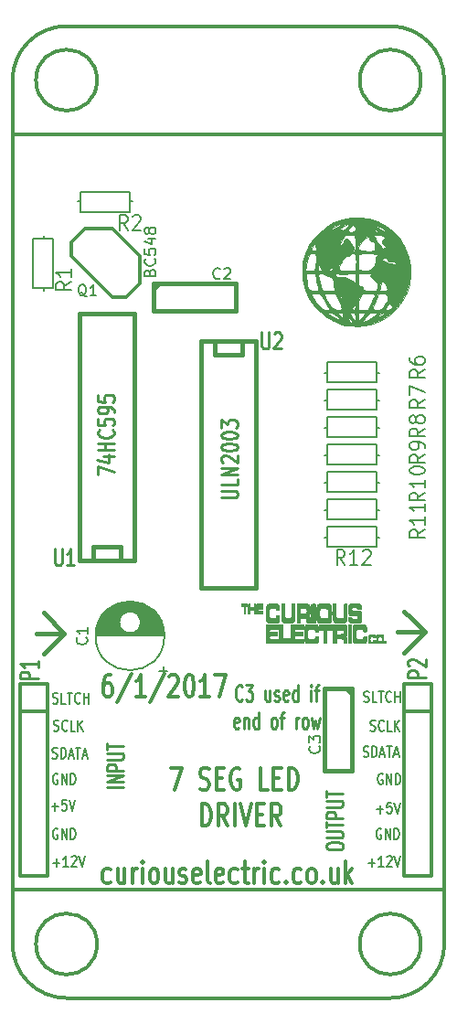
<source format=gto>
G04 #@! TF.FileFunction,Legend,Top*
%FSLAX46Y46*%
G04 Gerber Fmt 4.6, Leading zero omitted, Abs format (unit mm)*
G04 Created by KiCad (PCBNEW 4.0.4-stable) date 01/06/17 15:37:10*
%MOMM*%
%LPD*%
G01*
G04 APERTURE LIST*
%ADD10C,0.150000*%
%ADD11C,0.381000*%
%ADD12C,0.200000*%
%ADD13C,0.250000*%
%ADD14C,0.304800*%
%ADD15C,0.010000*%
%ADD16C,0.300000*%
%ADD17C,0.203200*%
%ADD18C,0.271780*%
%ADD19C,0.254000*%
%ADD20C,0.285750*%
%ADD21C,0.287020*%
G04 APERTURE END LIST*
D10*
D11*
X4789000Y33768000D02*
X2884000Y31863000D01*
D12*
X32970476Y12533571D02*
X33580000Y12533571D01*
X33275238Y12152619D02*
X33275238Y12914524D01*
X34380000Y12152619D02*
X33922857Y12152619D01*
X34151428Y12152619D02*
X34151428Y13152619D01*
X34075238Y13009762D01*
X33999047Y12914524D01*
X33922857Y12866905D01*
X34684762Y13057381D02*
X34722857Y13105000D01*
X34799048Y13152619D01*
X34989524Y13152619D01*
X35065714Y13105000D01*
X35103810Y13057381D01*
X35141905Y12962143D01*
X35141905Y12866905D01*
X35103810Y12724048D01*
X34646667Y12152619D01*
X35141905Y12152619D01*
X35370476Y13152619D02*
X35637143Y12152619D01*
X35903810Y13152619D01*
X34151477Y15645000D02*
X34075286Y15692619D01*
X33961001Y15692619D01*
X33846715Y15645000D01*
X33770524Y15549762D01*
X33732429Y15454524D01*
X33694334Y15264048D01*
X33694334Y15121190D01*
X33732429Y14930714D01*
X33770524Y14835476D01*
X33846715Y14740238D01*
X33961001Y14692619D01*
X34037191Y14692619D01*
X34151477Y14740238D01*
X34189572Y14787857D01*
X34189572Y15121190D01*
X34037191Y15121190D01*
X34532429Y14692619D02*
X34532429Y15692619D01*
X34989572Y14692619D01*
X34989572Y15692619D01*
X35370524Y14692619D02*
X35370524Y15692619D01*
X35561000Y15692619D01*
X35675286Y15645000D01*
X35751477Y15549762D01*
X35789572Y15454524D01*
X35827667Y15264048D01*
X35827667Y15121190D01*
X35789572Y14930714D01*
X35751477Y14835476D01*
X35675286Y14740238D01*
X35561000Y14692619D01*
X35370524Y14692619D01*
X33732429Y17486571D02*
X34341953Y17486571D01*
X34037191Y17105619D02*
X34037191Y17867524D01*
X35103858Y18105619D02*
X34722905Y18105619D01*
X34684810Y17629429D01*
X34722905Y17677048D01*
X34799096Y17724667D01*
X34989572Y17724667D01*
X35065762Y17677048D01*
X35103858Y17629429D01*
X35141953Y17534190D01*
X35141953Y17296095D01*
X35103858Y17200857D01*
X35065762Y17153238D01*
X34989572Y17105619D01*
X34799096Y17105619D01*
X34722905Y17153238D01*
X34684810Y17200857D01*
X35370524Y18105619D02*
X35637191Y17105619D01*
X35903858Y18105619D01*
X34278477Y20725000D02*
X34202286Y20772619D01*
X34088001Y20772619D01*
X33973715Y20725000D01*
X33897524Y20629762D01*
X33859429Y20534524D01*
X33821334Y20344048D01*
X33821334Y20201190D01*
X33859429Y20010714D01*
X33897524Y19915476D01*
X33973715Y19820238D01*
X34088001Y19772619D01*
X34164191Y19772619D01*
X34278477Y19820238D01*
X34316572Y19867857D01*
X34316572Y20201190D01*
X34164191Y20201190D01*
X34659429Y19772619D02*
X34659429Y20772619D01*
X35116572Y19772619D01*
X35116572Y20772619D01*
X35497524Y19772619D02*
X35497524Y20772619D01*
X35688000Y20772619D01*
X35802286Y20725000D01*
X35878477Y20629762D01*
X35916572Y20534524D01*
X35954667Y20344048D01*
X35954667Y20201190D01*
X35916572Y20010714D01*
X35878477Y19915476D01*
X35802286Y19820238D01*
X35688000Y19772619D01*
X35497524Y19772619D01*
X32506953Y22360238D02*
X32621239Y22312619D01*
X32811715Y22312619D01*
X32887905Y22360238D01*
X32926001Y22407857D01*
X32964096Y22503095D01*
X32964096Y22598333D01*
X32926001Y22693571D01*
X32887905Y22741190D01*
X32811715Y22788810D01*
X32659334Y22836429D01*
X32583143Y22884048D01*
X32545048Y22931667D01*
X32506953Y23026905D01*
X32506953Y23122143D01*
X32545048Y23217381D01*
X32583143Y23265000D01*
X32659334Y23312619D01*
X32849810Y23312619D01*
X32964096Y23265000D01*
X33306953Y22312619D02*
X33306953Y23312619D01*
X33497429Y23312619D01*
X33611715Y23265000D01*
X33687906Y23169762D01*
X33726001Y23074524D01*
X33764096Y22884048D01*
X33764096Y22741190D01*
X33726001Y22550714D01*
X33687906Y22455476D01*
X33611715Y22360238D01*
X33497429Y22312619D01*
X33306953Y22312619D01*
X34068858Y22598333D02*
X34449810Y22598333D01*
X33992667Y22312619D02*
X34259334Y23312619D01*
X34526001Y22312619D01*
X34678381Y23312619D02*
X35135524Y23312619D01*
X34906953Y22312619D02*
X34906953Y23312619D01*
X35364096Y22598333D02*
X35745048Y22598333D01*
X35287905Y22312619D02*
X35554572Y23312619D01*
X35821239Y22312619D01*
X32576810Y27440238D02*
X32691096Y27392619D01*
X32881572Y27392619D01*
X32957762Y27440238D01*
X32995858Y27487857D01*
X33033953Y27583095D01*
X33033953Y27678333D01*
X32995858Y27773571D01*
X32957762Y27821190D01*
X32881572Y27868810D01*
X32729191Y27916429D01*
X32653000Y27964048D01*
X32614905Y28011667D01*
X32576810Y28106905D01*
X32576810Y28202143D01*
X32614905Y28297381D01*
X32653000Y28345000D01*
X32729191Y28392619D01*
X32919667Y28392619D01*
X33033953Y28345000D01*
X33757763Y27392619D02*
X33376810Y27392619D01*
X33376810Y28392619D01*
X33910143Y28392619D02*
X34367286Y28392619D01*
X34138715Y27392619D02*
X34138715Y28392619D01*
X35091096Y27487857D02*
X35053001Y27440238D01*
X34938715Y27392619D01*
X34862525Y27392619D01*
X34748239Y27440238D01*
X34672048Y27535476D01*
X34633953Y27630714D01*
X34595858Y27821190D01*
X34595858Y27964048D01*
X34633953Y28154524D01*
X34672048Y28249762D01*
X34748239Y28345000D01*
X34862525Y28392619D01*
X34938715Y28392619D01*
X35053001Y28345000D01*
X35091096Y28297381D01*
X35433953Y27392619D02*
X35433953Y28392619D01*
X35433953Y27916429D02*
X35891096Y27916429D01*
X35891096Y27392619D02*
X35891096Y28392619D01*
X33154619Y24773238D02*
X33268905Y24725619D01*
X33459381Y24725619D01*
X33535571Y24773238D01*
X33573667Y24820857D01*
X33611762Y24916095D01*
X33611762Y25011333D01*
X33573667Y25106571D01*
X33535571Y25154190D01*
X33459381Y25201810D01*
X33307000Y25249429D01*
X33230809Y25297048D01*
X33192714Y25344667D01*
X33154619Y25439905D01*
X33154619Y25535143D01*
X33192714Y25630381D01*
X33230809Y25678000D01*
X33307000Y25725619D01*
X33497476Y25725619D01*
X33611762Y25678000D01*
X34411762Y24820857D02*
X34373667Y24773238D01*
X34259381Y24725619D01*
X34183191Y24725619D01*
X34068905Y24773238D01*
X33992714Y24868476D01*
X33954619Y24963714D01*
X33916524Y25154190D01*
X33916524Y25297048D01*
X33954619Y25487524D01*
X33992714Y25582762D01*
X34068905Y25678000D01*
X34183191Y25725619D01*
X34259381Y25725619D01*
X34373667Y25678000D01*
X34411762Y25630381D01*
X35135572Y24725619D02*
X34754619Y24725619D01*
X34754619Y25725619D01*
X35402238Y24725619D02*
X35402238Y25725619D01*
X35859381Y24725619D02*
X35516524Y25297048D01*
X35859381Y25725619D02*
X35402238Y25154190D01*
X3817619Y24773238D02*
X3931905Y24725619D01*
X4122381Y24725619D01*
X4198571Y24773238D01*
X4236667Y24820857D01*
X4274762Y24916095D01*
X4274762Y25011333D01*
X4236667Y25106571D01*
X4198571Y25154190D01*
X4122381Y25201810D01*
X3970000Y25249429D01*
X3893809Y25297048D01*
X3855714Y25344667D01*
X3817619Y25439905D01*
X3817619Y25535143D01*
X3855714Y25630381D01*
X3893809Y25678000D01*
X3970000Y25725619D01*
X4160476Y25725619D01*
X4274762Y25678000D01*
X5074762Y24820857D02*
X5036667Y24773238D01*
X4922381Y24725619D01*
X4846191Y24725619D01*
X4731905Y24773238D01*
X4655714Y24868476D01*
X4617619Y24963714D01*
X4579524Y25154190D01*
X4579524Y25297048D01*
X4617619Y25487524D01*
X4655714Y25582762D01*
X4731905Y25678000D01*
X4846191Y25725619D01*
X4922381Y25725619D01*
X5036667Y25678000D01*
X5074762Y25630381D01*
X5798572Y24725619D02*
X5417619Y24725619D01*
X5417619Y25725619D01*
X6065238Y24725619D02*
X6065238Y25725619D01*
X6522381Y24725619D02*
X6179524Y25297048D01*
X6522381Y25725619D02*
X6065238Y25154190D01*
D11*
X4789000Y33768000D02*
X2249000Y33768000D01*
X38190000Y33895000D02*
X36285000Y31990000D01*
X36920000Y35165000D02*
X36285000Y35800000D01*
X38190000Y33895000D02*
X36920000Y35165000D01*
X35650000Y33895000D02*
X38190000Y33895000D01*
X2884000Y35673000D02*
X4789000Y33768000D01*
X4789000Y33768000D02*
X2884000Y35673000D01*
D12*
X3747810Y27313238D02*
X3862096Y27265619D01*
X4052572Y27265619D01*
X4128762Y27313238D01*
X4166858Y27360857D01*
X4204953Y27456095D01*
X4204953Y27551333D01*
X4166858Y27646571D01*
X4128762Y27694190D01*
X4052572Y27741810D01*
X3900191Y27789429D01*
X3824000Y27837048D01*
X3785905Y27884667D01*
X3747810Y27979905D01*
X3747810Y28075143D01*
X3785905Y28170381D01*
X3824000Y28218000D01*
X3900191Y28265619D01*
X4090667Y28265619D01*
X4204953Y28218000D01*
X4928763Y27265619D02*
X4547810Y27265619D01*
X4547810Y28265619D01*
X5081143Y28265619D02*
X5538286Y28265619D01*
X5309715Y27265619D02*
X5309715Y28265619D01*
X6262096Y27360857D02*
X6224001Y27313238D01*
X6109715Y27265619D01*
X6033525Y27265619D01*
X5919239Y27313238D01*
X5843048Y27408476D01*
X5804953Y27503714D01*
X5766858Y27694190D01*
X5766858Y27837048D01*
X5804953Y28027524D01*
X5843048Y28122762D01*
X5919239Y28218000D01*
X6033525Y28265619D01*
X6109715Y28265619D01*
X6224001Y28218000D01*
X6262096Y28170381D01*
X6604953Y27265619D02*
X6604953Y28265619D01*
X6604953Y27789429D02*
X7062096Y27789429D01*
X7062096Y27265619D02*
X7062096Y28265619D01*
X3677953Y22233238D02*
X3792239Y22185619D01*
X3982715Y22185619D01*
X4058905Y22233238D01*
X4097001Y22280857D01*
X4135096Y22376095D01*
X4135096Y22471333D01*
X4097001Y22566571D01*
X4058905Y22614190D01*
X3982715Y22661810D01*
X3830334Y22709429D01*
X3754143Y22757048D01*
X3716048Y22804667D01*
X3677953Y22899905D01*
X3677953Y22995143D01*
X3716048Y23090381D01*
X3754143Y23138000D01*
X3830334Y23185619D01*
X4020810Y23185619D01*
X4135096Y23138000D01*
X4477953Y22185619D02*
X4477953Y23185619D01*
X4668429Y23185619D01*
X4782715Y23138000D01*
X4858906Y23042762D01*
X4897001Y22947524D01*
X4935096Y22757048D01*
X4935096Y22614190D01*
X4897001Y22423714D01*
X4858906Y22328476D01*
X4782715Y22233238D01*
X4668429Y22185619D01*
X4477953Y22185619D01*
X5239858Y22471333D02*
X5620810Y22471333D01*
X5163667Y22185619D02*
X5430334Y23185619D01*
X5697001Y22185619D01*
X5849381Y23185619D02*
X6306524Y23185619D01*
X6077953Y22185619D02*
X6077953Y23185619D01*
X6535096Y22471333D02*
X6916048Y22471333D01*
X6458905Y22185619D02*
X6725572Y23185619D01*
X6992239Y22185619D01*
X4179477Y20725000D02*
X4103286Y20772619D01*
X3989001Y20772619D01*
X3874715Y20725000D01*
X3798524Y20629762D01*
X3760429Y20534524D01*
X3722334Y20344048D01*
X3722334Y20201190D01*
X3760429Y20010714D01*
X3798524Y19915476D01*
X3874715Y19820238D01*
X3989001Y19772619D01*
X4065191Y19772619D01*
X4179477Y19820238D01*
X4217572Y19867857D01*
X4217572Y20201190D01*
X4065191Y20201190D01*
X4560429Y19772619D02*
X4560429Y20772619D01*
X5017572Y19772619D01*
X5017572Y20772619D01*
X5398524Y19772619D02*
X5398524Y20772619D01*
X5589000Y20772619D01*
X5703286Y20725000D01*
X5779477Y20629762D01*
X5817572Y20534524D01*
X5855667Y20344048D01*
X5855667Y20201190D01*
X5817572Y20010714D01*
X5779477Y19915476D01*
X5703286Y19820238D01*
X5589000Y19772619D01*
X5398524Y19772619D01*
X3633429Y17740571D02*
X4242953Y17740571D01*
X3938191Y17359619D02*
X3938191Y18121524D01*
X5004858Y18359619D02*
X4623905Y18359619D01*
X4585810Y17883429D01*
X4623905Y17931048D01*
X4700096Y17978667D01*
X4890572Y17978667D01*
X4966762Y17931048D01*
X5004858Y17883429D01*
X5042953Y17788190D01*
X5042953Y17550095D01*
X5004858Y17454857D01*
X4966762Y17407238D01*
X4890572Y17359619D01*
X4700096Y17359619D01*
X4623905Y17407238D01*
X4585810Y17454857D01*
X5271524Y18359619D02*
X5538191Y17359619D01*
X5804858Y18359619D01*
X4179477Y15645000D02*
X4103286Y15692619D01*
X3989001Y15692619D01*
X3874715Y15645000D01*
X3798524Y15549762D01*
X3760429Y15454524D01*
X3722334Y15264048D01*
X3722334Y15121190D01*
X3760429Y14930714D01*
X3798524Y14835476D01*
X3874715Y14740238D01*
X3989001Y14692619D01*
X4065191Y14692619D01*
X4179477Y14740238D01*
X4217572Y14787857D01*
X4217572Y15121190D01*
X4065191Y15121190D01*
X4560429Y14692619D02*
X4560429Y15692619D01*
X5017572Y14692619D01*
X5017572Y15692619D01*
X5398524Y14692619D02*
X5398524Y15692619D01*
X5589000Y15692619D01*
X5703286Y15645000D01*
X5779477Y15549762D01*
X5817572Y15454524D01*
X5855667Y15264048D01*
X5855667Y15121190D01*
X5817572Y14930714D01*
X5779477Y14835476D01*
X5703286Y14740238D01*
X5589000Y14692619D01*
X5398524Y14692619D01*
X3760476Y12533571D02*
X4370000Y12533571D01*
X4065238Y12152619D02*
X4065238Y12914524D01*
X5170000Y12152619D02*
X4712857Y12152619D01*
X4941428Y12152619D02*
X4941428Y13152619D01*
X4865238Y13009762D01*
X4789047Y12914524D01*
X4712857Y12866905D01*
X5474762Y13057381D02*
X5512857Y13105000D01*
X5589048Y13152619D01*
X5779524Y13152619D01*
X5855714Y13105000D01*
X5893810Y13057381D01*
X5931905Y12962143D01*
X5931905Y12866905D01*
X5893810Y12724048D01*
X5436667Y12152619D01*
X5931905Y12152619D01*
X6160476Y13152619D02*
X6427143Y12152619D01*
X6693810Y13152619D01*
D13*
X21283524Y27624286D02*
X21235905Y27552857D01*
X21093048Y27481429D01*
X20997810Y27481429D01*
X20854952Y27552857D01*
X20759714Y27695714D01*
X20712095Y27838571D01*
X20664476Y28124286D01*
X20664476Y28338571D01*
X20712095Y28624286D01*
X20759714Y28767143D01*
X20854952Y28910000D01*
X20997810Y28981429D01*
X21093048Y28981429D01*
X21235905Y28910000D01*
X21283524Y28838571D01*
X21616857Y28981429D02*
X22235905Y28981429D01*
X21902571Y28410000D01*
X22045429Y28410000D01*
X22140667Y28338571D01*
X22188286Y28267143D01*
X22235905Y28124286D01*
X22235905Y27767143D01*
X22188286Y27624286D01*
X22140667Y27552857D01*
X22045429Y27481429D01*
X21759714Y27481429D01*
X21664476Y27552857D01*
X21616857Y27624286D01*
X23854953Y28481429D02*
X23854953Y27481429D01*
X23426381Y28481429D02*
X23426381Y27695714D01*
X23474000Y27552857D01*
X23569238Y27481429D01*
X23712096Y27481429D01*
X23807334Y27552857D01*
X23854953Y27624286D01*
X24283524Y27552857D02*
X24378762Y27481429D01*
X24569238Y27481429D01*
X24664477Y27552857D01*
X24712096Y27695714D01*
X24712096Y27767143D01*
X24664477Y27910000D01*
X24569238Y27981429D01*
X24426381Y27981429D01*
X24331143Y28052857D01*
X24283524Y28195714D01*
X24283524Y28267143D01*
X24331143Y28410000D01*
X24426381Y28481429D01*
X24569238Y28481429D01*
X24664477Y28410000D01*
X25521620Y27552857D02*
X25426382Y27481429D01*
X25235905Y27481429D01*
X25140667Y27552857D01*
X25093048Y27695714D01*
X25093048Y28267143D01*
X25140667Y28410000D01*
X25235905Y28481429D01*
X25426382Y28481429D01*
X25521620Y28410000D01*
X25569239Y28267143D01*
X25569239Y28124286D01*
X25093048Y27981429D01*
X26426382Y27481429D02*
X26426382Y28981429D01*
X26426382Y27552857D02*
X26331144Y27481429D01*
X26140667Y27481429D01*
X26045429Y27552857D01*
X25997810Y27624286D01*
X25950191Y27767143D01*
X25950191Y28195714D01*
X25997810Y28338571D01*
X26045429Y28410000D01*
X26140667Y28481429D01*
X26331144Y28481429D01*
X26426382Y28410000D01*
X27664477Y27481429D02*
X27664477Y28481429D01*
X27664477Y28981429D02*
X27616858Y28910000D01*
X27664477Y28838571D01*
X27712096Y28910000D01*
X27664477Y28981429D01*
X27664477Y28838571D01*
X27997810Y28481429D02*
X28378762Y28481429D01*
X28140667Y27481429D02*
X28140667Y28767143D01*
X28188286Y28910000D01*
X28283524Y28981429D01*
X28378762Y28981429D01*
X20974000Y25052857D02*
X20878762Y24981429D01*
X20688285Y24981429D01*
X20593047Y25052857D01*
X20545428Y25195714D01*
X20545428Y25767143D01*
X20593047Y25910000D01*
X20688285Y25981429D01*
X20878762Y25981429D01*
X20974000Y25910000D01*
X21021619Y25767143D01*
X21021619Y25624286D01*
X20545428Y25481429D01*
X21450190Y25981429D02*
X21450190Y24981429D01*
X21450190Y25838571D02*
X21497809Y25910000D01*
X21593047Y25981429D01*
X21735905Y25981429D01*
X21831143Y25910000D01*
X21878762Y25767143D01*
X21878762Y24981429D01*
X22783524Y24981429D02*
X22783524Y26481429D01*
X22783524Y25052857D02*
X22688286Y24981429D01*
X22497809Y24981429D01*
X22402571Y25052857D01*
X22354952Y25124286D01*
X22307333Y25267143D01*
X22307333Y25695714D01*
X22354952Y25838571D01*
X22402571Y25910000D01*
X22497809Y25981429D01*
X22688286Y25981429D01*
X22783524Y25910000D01*
X24164476Y24981429D02*
X24069238Y25052857D01*
X24021619Y25124286D01*
X23974000Y25267143D01*
X23974000Y25695714D01*
X24021619Y25838571D01*
X24069238Y25910000D01*
X24164476Y25981429D01*
X24307334Y25981429D01*
X24402572Y25910000D01*
X24450191Y25838571D01*
X24497810Y25695714D01*
X24497810Y25267143D01*
X24450191Y25124286D01*
X24402572Y25052857D01*
X24307334Y24981429D01*
X24164476Y24981429D01*
X24783524Y25981429D02*
X25164476Y25981429D01*
X24926381Y24981429D02*
X24926381Y26267143D01*
X24974000Y26410000D01*
X25069238Y26481429D01*
X25164476Y26481429D01*
X26259715Y24981429D02*
X26259715Y25981429D01*
X26259715Y25695714D02*
X26307334Y25838571D01*
X26354953Y25910000D01*
X26450191Y25981429D01*
X26545430Y25981429D01*
X27021620Y24981429D02*
X26926382Y25052857D01*
X26878763Y25124286D01*
X26831144Y25267143D01*
X26831144Y25695714D01*
X26878763Y25838571D01*
X26926382Y25910000D01*
X27021620Y25981429D01*
X27164478Y25981429D01*
X27259716Y25910000D01*
X27307335Y25838571D01*
X27354954Y25695714D01*
X27354954Y25267143D01*
X27307335Y25124286D01*
X27259716Y25052857D01*
X27164478Y24981429D01*
X27021620Y24981429D01*
X27688287Y25981429D02*
X27878763Y24981429D01*
X28069240Y25695714D01*
X28259716Y24981429D01*
X28450192Y25981429D01*
D14*
X9125142Y29927762D02*
X8834856Y29927762D01*
X8689713Y29831000D01*
X8617142Y29734238D01*
X8471999Y29443952D01*
X8399428Y29056905D01*
X8399428Y28282810D01*
X8471999Y28089286D01*
X8544571Y27992524D01*
X8689713Y27895762D01*
X8979999Y27895762D01*
X9125142Y27992524D01*
X9197713Y28089286D01*
X9270285Y28282810D01*
X9270285Y28766619D01*
X9197713Y28960143D01*
X9125142Y29056905D01*
X8979999Y29153667D01*
X8689713Y29153667D01*
X8544571Y29056905D01*
X8471999Y28960143D01*
X8399428Y28766619D01*
X11012000Y30024524D02*
X9705714Y27411952D01*
X12318285Y27895762D02*
X11447428Y27895762D01*
X11882856Y27895762D02*
X11882856Y29927762D01*
X11737713Y29637476D01*
X11592571Y29443952D01*
X11447428Y29347190D01*
X14060000Y30024524D02*
X12753714Y27411952D01*
X14495428Y29734238D02*
X14567999Y29831000D01*
X14713142Y29927762D01*
X15075999Y29927762D01*
X15221142Y29831000D01*
X15293713Y29734238D01*
X15366285Y29540714D01*
X15366285Y29347190D01*
X15293713Y29056905D01*
X14422856Y27895762D01*
X15366285Y27895762D01*
X16309714Y29927762D02*
X16454857Y29927762D01*
X16600000Y29831000D01*
X16672571Y29734238D01*
X16745142Y29540714D01*
X16817714Y29153667D01*
X16817714Y28669857D01*
X16745142Y28282810D01*
X16672571Y28089286D01*
X16600000Y27992524D01*
X16454857Y27895762D01*
X16309714Y27895762D01*
X16164571Y27992524D01*
X16092000Y28089286D01*
X16019428Y28282810D01*
X15946857Y28669857D01*
X15946857Y29153667D01*
X16019428Y29540714D01*
X16092000Y29734238D01*
X16164571Y29831000D01*
X16309714Y29927762D01*
X18269143Y27895762D02*
X17398286Y27895762D01*
X17833714Y27895762D02*
X17833714Y29927762D01*
X17688571Y29637476D01*
X17543429Y29443952D01*
X17398286Y29347190D01*
X18777143Y29927762D02*
X19793143Y29927762D01*
X19140000Y27895762D01*
X9088857Y10720524D02*
X8943714Y10623762D01*
X8653428Y10623762D01*
X8508286Y10720524D01*
X8435714Y10817286D01*
X8363143Y11010810D01*
X8363143Y11591381D01*
X8435714Y11784905D01*
X8508286Y11881667D01*
X8653428Y11978429D01*
X8943714Y11978429D01*
X9088857Y11881667D01*
X10395143Y11978429D02*
X10395143Y10623762D01*
X9742000Y11978429D02*
X9742000Y10914048D01*
X9814572Y10720524D01*
X9959714Y10623762D01*
X10177429Y10623762D01*
X10322572Y10720524D01*
X10395143Y10817286D01*
X11120857Y10623762D02*
X11120857Y11978429D01*
X11120857Y11591381D02*
X11193429Y11784905D01*
X11266000Y11881667D01*
X11411143Y11978429D01*
X11556286Y11978429D01*
X12064286Y10623762D02*
X12064286Y11978429D01*
X12064286Y12655762D02*
X11991715Y12559000D01*
X12064286Y12462238D01*
X12136858Y12559000D01*
X12064286Y12655762D01*
X12064286Y12462238D01*
X13007714Y10623762D02*
X12862572Y10720524D01*
X12790000Y10817286D01*
X12717429Y11010810D01*
X12717429Y11591381D01*
X12790000Y11784905D01*
X12862572Y11881667D01*
X13007714Y11978429D01*
X13225429Y11978429D01*
X13370572Y11881667D01*
X13443143Y11784905D01*
X13515714Y11591381D01*
X13515714Y11010810D01*
X13443143Y10817286D01*
X13370572Y10720524D01*
X13225429Y10623762D01*
X13007714Y10623762D01*
X14822000Y11978429D02*
X14822000Y10623762D01*
X14168857Y11978429D02*
X14168857Y10914048D01*
X14241429Y10720524D01*
X14386571Y10623762D01*
X14604286Y10623762D01*
X14749429Y10720524D01*
X14822000Y10817286D01*
X15475143Y10720524D02*
X15620286Y10623762D01*
X15910571Y10623762D01*
X16055714Y10720524D01*
X16128286Y10914048D01*
X16128286Y11010810D01*
X16055714Y11204333D01*
X15910571Y11301095D01*
X15692857Y11301095D01*
X15547714Y11397857D01*
X15475143Y11591381D01*
X15475143Y11688143D01*
X15547714Y11881667D01*
X15692857Y11978429D01*
X15910571Y11978429D01*
X16055714Y11881667D01*
X17362000Y10720524D02*
X17216857Y10623762D01*
X16926571Y10623762D01*
X16781428Y10720524D01*
X16708857Y10914048D01*
X16708857Y11688143D01*
X16781428Y11881667D01*
X16926571Y11978429D01*
X17216857Y11978429D01*
X17362000Y11881667D01*
X17434571Y11688143D01*
X17434571Y11494619D01*
X16708857Y11301095D01*
X18305428Y10623762D02*
X18160286Y10720524D01*
X18087714Y10914048D01*
X18087714Y12655762D01*
X19466572Y10720524D02*
X19321429Y10623762D01*
X19031143Y10623762D01*
X18886000Y10720524D01*
X18813429Y10914048D01*
X18813429Y11688143D01*
X18886000Y11881667D01*
X19031143Y11978429D01*
X19321429Y11978429D01*
X19466572Y11881667D01*
X19539143Y11688143D01*
X19539143Y11494619D01*
X18813429Y11301095D01*
X20845429Y10720524D02*
X20700286Y10623762D01*
X20410000Y10623762D01*
X20264858Y10720524D01*
X20192286Y10817286D01*
X20119715Y11010810D01*
X20119715Y11591381D01*
X20192286Y11784905D01*
X20264858Y11881667D01*
X20410000Y11978429D01*
X20700286Y11978429D01*
X20845429Y11881667D01*
X21280858Y11978429D02*
X21861429Y11978429D01*
X21498572Y12655762D02*
X21498572Y10914048D01*
X21571144Y10720524D01*
X21716286Y10623762D01*
X21861429Y10623762D01*
X22369429Y10623762D02*
X22369429Y11978429D01*
X22369429Y11591381D02*
X22442001Y11784905D01*
X22514572Y11881667D01*
X22659715Y11978429D01*
X22804858Y11978429D01*
X23312858Y10623762D02*
X23312858Y11978429D01*
X23312858Y12655762D02*
X23240287Y12559000D01*
X23312858Y12462238D01*
X23385430Y12559000D01*
X23312858Y12655762D01*
X23312858Y12462238D01*
X24691715Y10720524D02*
X24546572Y10623762D01*
X24256286Y10623762D01*
X24111144Y10720524D01*
X24038572Y10817286D01*
X23966001Y11010810D01*
X23966001Y11591381D01*
X24038572Y11784905D01*
X24111144Y11881667D01*
X24256286Y11978429D01*
X24546572Y11978429D01*
X24691715Y11881667D01*
X25344858Y10817286D02*
X25417430Y10720524D01*
X25344858Y10623762D01*
X25272287Y10720524D01*
X25344858Y10817286D01*
X25344858Y10623762D01*
X26723715Y10720524D02*
X26578572Y10623762D01*
X26288286Y10623762D01*
X26143144Y10720524D01*
X26070572Y10817286D01*
X25998001Y11010810D01*
X25998001Y11591381D01*
X26070572Y11784905D01*
X26143144Y11881667D01*
X26288286Y11978429D01*
X26578572Y11978429D01*
X26723715Y11881667D01*
X27594572Y10623762D02*
X27449430Y10720524D01*
X27376858Y10817286D01*
X27304287Y11010810D01*
X27304287Y11591381D01*
X27376858Y11784905D01*
X27449430Y11881667D01*
X27594572Y11978429D01*
X27812287Y11978429D01*
X27957430Y11881667D01*
X28030001Y11784905D01*
X28102572Y11591381D01*
X28102572Y11010810D01*
X28030001Y10817286D01*
X27957430Y10720524D01*
X27812287Y10623762D01*
X27594572Y10623762D01*
X28755715Y10817286D02*
X28828287Y10720524D01*
X28755715Y10623762D01*
X28683144Y10720524D01*
X28755715Y10817286D01*
X28755715Y10623762D01*
X30134572Y11978429D02*
X30134572Y10623762D01*
X29481429Y11978429D02*
X29481429Y10914048D01*
X29554001Y10720524D01*
X29699143Y10623762D01*
X29916858Y10623762D01*
X30062001Y10720524D01*
X30134572Y10817286D01*
X30860286Y10623762D02*
X30860286Y12655762D01*
X31005429Y11397857D02*
X31440858Y10623762D01*
X31440858Y11978429D02*
X30860286Y11204333D01*
X14676857Y21317162D02*
X15692857Y21317162D01*
X15039714Y19285162D01*
X17362001Y19381924D02*
X17579715Y19285162D01*
X17942572Y19285162D01*
X18087715Y19381924D01*
X18160286Y19478686D01*
X18232858Y19672210D01*
X18232858Y19865733D01*
X18160286Y20059257D01*
X18087715Y20156019D01*
X17942572Y20252781D01*
X17652286Y20349543D01*
X17507144Y20446305D01*
X17434572Y20543067D01*
X17362001Y20736590D01*
X17362001Y20930114D01*
X17434572Y21123638D01*
X17507144Y21220400D01*
X17652286Y21317162D01*
X18015144Y21317162D01*
X18232858Y21220400D01*
X18886001Y20349543D02*
X19394001Y20349543D01*
X19611715Y19285162D02*
X18886001Y19285162D01*
X18886001Y21317162D01*
X19611715Y21317162D01*
X21063144Y21220400D02*
X20918001Y21317162D01*
X20700287Y21317162D01*
X20482572Y21220400D01*
X20337430Y21026876D01*
X20264858Y20833352D01*
X20192287Y20446305D01*
X20192287Y20156019D01*
X20264858Y19768971D01*
X20337430Y19575448D01*
X20482572Y19381924D01*
X20700287Y19285162D01*
X20845430Y19285162D01*
X21063144Y19381924D01*
X21135715Y19478686D01*
X21135715Y20156019D01*
X20845430Y20156019D01*
X23675715Y19285162D02*
X22950001Y19285162D01*
X22950001Y21317162D01*
X24183715Y20349543D02*
X24691715Y20349543D01*
X24909429Y19285162D02*
X24183715Y19285162D01*
X24183715Y21317162D01*
X24909429Y21317162D01*
X25562572Y19285162D02*
X25562572Y21317162D01*
X25925429Y21317162D01*
X26143144Y21220400D01*
X26288286Y21026876D01*
X26360858Y20833352D01*
X26433429Y20446305D01*
X26433429Y20156019D01*
X26360858Y19768971D01*
X26288286Y19575448D01*
X26143144Y19381924D01*
X25925429Y19285162D01*
X25562572Y19285162D01*
X17543429Y15932362D02*
X17543429Y17964362D01*
X17906286Y17964362D01*
X18124001Y17867600D01*
X18269143Y17674076D01*
X18341715Y17480552D01*
X18414286Y17093505D01*
X18414286Y16803219D01*
X18341715Y16416171D01*
X18269143Y16222648D01*
X18124001Y16029124D01*
X17906286Y15932362D01*
X17543429Y15932362D01*
X19938286Y15932362D02*
X19430286Y16899981D01*
X19067429Y15932362D02*
X19067429Y17964362D01*
X19648001Y17964362D01*
X19793143Y17867600D01*
X19865715Y17770838D01*
X19938286Y17577314D01*
X19938286Y17287029D01*
X19865715Y17093505D01*
X19793143Y16996743D01*
X19648001Y16899981D01*
X19067429Y16899981D01*
X20591429Y15932362D02*
X20591429Y17964362D01*
X21099429Y17964362D02*
X21607429Y15932362D01*
X22115429Y17964362D01*
X22623429Y16996743D02*
X23131429Y16996743D01*
X23349143Y15932362D02*
X22623429Y15932362D01*
X22623429Y17964362D01*
X23349143Y17964362D01*
X24873143Y15932362D02*
X24365143Y16899981D01*
X24002286Y15932362D02*
X24002286Y17964362D01*
X24582858Y17964362D01*
X24728000Y17867600D01*
X24800572Y17770838D01*
X24873143Y17577314D01*
X24873143Y17287029D01*
X24800572Y17093505D01*
X24728000Y16996743D01*
X24582858Y16899981D01*
X24002286Y16899981D01*
D10*
X7736000Y33615000D02*
X14034000Y33615000D01*
X7742000Y33755000D02*
X14028000Y33755000D01*
X7755000Y33895000D02*
X10439000Y33895000D01*
X11331000Y33895000D02*
X14015000Y33895000D01*
X7774000Y34035000D02*
X10229000Y34035000D01*
X11541000Y34035000D02*
X13996000Y34035000D01*
X7800000Y34175000D02*
X10096000Y34175000D01*
X11674000Y34175000D02*
X13970000Y34175000D01*
X7832000Y34315000D02*
X10005000Y34315000D01*
X11765000Y34315000D02*
X13938000Y34315000D01*
X7871000Y34455000D02*
X9943000Y34455000D01*
X11827000Y34455000D02*
X13899000Y34455000D01*
X7917000Y34595000D02*
X9904000Y34595000D01*
X11866000Y34595000D02*
X13853000Y34595000D01*
X7970000Y34735000D02*
X9887000Y34735000D01*
X11883000Y34735000D02*
X13800000Y34735000D01*
X8032000Y34875000D02*
X9889000Y34875000D01*
X11881000Y34875000D02*
X13738000Y34875000D01*
X8102000Y35015000D02*
X9911000Y35015000D01*
X11859000Y35015000D02*
X13668000Y35015000D01*
X8181000Y35155000D02*
X9954000Y35155000D01*
X11816000Y35155000D02*
X13589000Y35155000D01*
X8269000Y35295000D02*
X10022000Y35295000D01*
X11748000Y35295000D02*
X13501000Y35295000D01*
X8369000Y35435000D02*
X10121000Y35435000D01*
X11649000Y35435000D02*
X13401000Y35435000D01*
X8481000Y35575000D02*
X10266000Y35575000D01*
X11504000Y35575000D02*
X13289000Y35575000D01*
X8606000Y35715000D02*
X10505000Y35715000D01*
X11265000Y35715000D02*
X13164000Y35715000D01*
X8749000Y35855000D02*
X13021000Y35855000D01*
X8911000Y35995000D02*
X12859000Y35995000D01*
X9099000Y36135000D02*
X12671000Y36135000D01*
X9322000Y36275000D02*
X12448000Y36275000D01*
X9598000Y36415000D02*
X12172000Y36415000D01*
X9973000Y36555000D02*
X11797000Y36555000D01*
X11885000Y34790000D02*
G75*
G03X11885000Y34790000I-1000000J0D01*
G01*
X14072500Y33540000D02*
G75*
G03X14072500Y33540000I-3187500J0D01*
G01*
D11*
X13044000Y66153000D02*
X13044000Y63613000D01*
X13044000Y63613000D02*
X20664000Y63613000D01*
X20664000Y63613000D02*
X20664000Y66153000D01*
X20664000Y66153000D02*
X13044000Y66153000D01*
D14*
X13044000Y65518000D02*
X13679000Y66153000D01*
D11*
X31459000Y28688000D02*
X28919000Y28688000D01*
X28919000Y28688000D02*
X28919000Y21068000D01*
X28919000Y21068000D02*
X31459000Y21068000D01*
X31459000Y21068000D02*
X31459000Y28688000D01*
D14*
X30824000Y28688000D02*
X31459000Y28053000D01*
X3265000Y29115000D02*
X3265000Y29115000D01*
X3265000Y29115000D02*
X3265000Y11335000D01*
X3265000Y11335000D02*
X725000Y11335000D01*
X725000Y11335000D02*
X725000Y29115000D01*
X725000Y29115000D02*
X3265000Y29115000D01*
X725000Y26575000D02*
X725000Y26575000D01*
X725000Y26575000D02*
X3265000Y26575000D01*
X38825000Y29115000D02*
X38825000Y29115000D01*
X38825000Y29115000D02*
X38825000Y11335000D01*
X38825000Y11335000D02*
X36285000Y11335000D01*
X36285000Y11335000D02*
X36285000Y29115000D01*
X36285000Y29115000D02*
X38825000Y29115000D01*
X36285000Y26575000D02*
X36285000Y26575000D01*
X36285000Y26575000D02*
X38825000Y26575000D01*
D15*
G36*
X33005967Y72154388D02*
X33793088Y71901432D01*
X34533197Y71517904D01*
X35208661Y71006668D01*
X35801847Y70370588D01*
X36295123Y69612528D01*
X36376068Y69455000D01*
X36704322Y68611884D01*
X36873204Y67757259D01*
X36890382Y66907384D01*
X36763527Y66078518D01*
X36500307Y65286921D01*
X36108391Y64548852D01*
X35595449Y63880569D01*
X34969148Y63298331D01*
X34237159Y62818399D01*
X33407151Y62457029D01*
X33020946Y62341863D01*
X32529271Y62258241D01*
X31947565Y62226071D01*
X31346312Y62244436D01*
X30795991Y62312419D01*
X30527667Y62374295D01*
X29726472Y62681919D01*
X28987754Y63130380D01*
X28639653Y63430758D01*
X29173666Y63430758D01*
X29259150Y63347906D01*
X29484762Y63214508D01*
X29765667Y63068234D01*
X30101044Y62905463D01*
X30294803Y62830658D01*
X30350579Y62844746D01*
X30272007Y62948656D01*
X30261333Y62958585D01*
X31017919Y62958585D01*
X31056910Y62871702D01*
X31088800Y62829833D01*
X31251585Y62652998D01*
X31378898Y62564147D01*
X31443919Y62569413D01*
X31437621Y62597000D01*
X32009231Y62597000D01*
X32073186Y62666998D01*
X32477002Y62666998D01*
X32539619Y62630781D01*
X32699418Y62675296D01*
X32934266Y62794366D01*
X33072139Y62884174D01*
X33575667Y62884174D01*
X33999000Y63097021D01*
X34258688Y63231567D01*
X34468852Y63347443D01*
X34549333Y63396637D01*
X34608667Y63458486D01*
X34524436Y63482462D01*
X34442256Y63484704D01*
X34183445Y63407141D01*
X33891923Y63185087D01*
X33575667Y62884174D01*
X33072139Y62884174D01*
X33222029Y62981809D01*
X33223217Y62982660D01*
X33461920Y63164283D01*
X33633648Y63315343D01*
X33702556Y63404189D01*
X33702667Y63405993D01*
X33627782Y63457092D01*
X33441747Y63484517D01*
X33379922Y63486000D01*
X33224077Y63480159D01*
X33101729Y63446051D01*
X32982625Y63358799D01*
X32836513Y63193526D01*
X32633141Y62925355D01*
X32533699Y62790130D01*
X32477002Y62666998D01*
X32073186Y62666998D01*
X32347949Y62967722D01*
X32529564Y63178879D01*
X32652498Y63345508D01*
X32686667Y63417333D01*
X32612413Y63461746D01*
X32428129Y63473451D01*
X32369167Y63469944D01*
X32051667Y63443667D01*
X32030449Y63020333D01*
X32009231Y62597000D01*
X31437621Y62597000D01*
X31419827Y62674928D01*
X31366547Y62766333D01*
X31227463Y62918693D01*
X31100229Y62978000D01*
X31017919Y62958585D01*
X30261333Y62958585D01*
X30062721Y63143318D01*
X30062000Y63143953D01*
X29777519Y63362176D01*
X29537414Y63465242D01*
X29403979Y63480649D01*
X30019667Y63480649D01*
X30257221Y63271658D01*
X30441893Y63117442D01*
X30534543Y63079333D01*
X30566663Y63157600D01*
X30570000Y63274333D01*
X30553033Y63377657D01*
X31260931Y63377657D01*
X31330312Y63212034D01*
X31473520Y63008822D01*
X31619630Y62833248D01*
X31707785Y62782854D01*
X31771106Y62840067D01*
X31775870Y62848372D01*
X31813896Y63026584D01*
X31796956Y63235234D01*
X31726981Y63417040D01*
X31588611Y63481469D01*
X31494606Y63486000D01*
X31315399Y63462269D01*
X31260931Y63377657D01*
X30553033Y63377657D01*
X30545920Y63420968D01*
X30439813Y63477128D01*
X30294833Y63483325D01*
X30019667Y63480649D01*
X29403979Y63480649D01*
X29388900Y63482390D01*
X29219764Y63472455D01*
X29173666Y63430758D01*
X28639653Y63430758D01*
X28288880Y63733441D01*
X28283157Y63739158D01*
X27711567Y64394552D01*
X27293630Y65074770D01*
X27261616Y65159890D01*
X27714676Y65159890D01*
X27736221Y65078436D01*
X27855882Y64827328D01*
X28072625Y64505290D01*
X28357132Y64154070D01*
X28482962Y64015167D01*
X28697456Y63826761D01*
X28915394Y63749312D01*
X29072346Y63740000D01*
X29404142Y63740000D01*
X29250451Y63972833D01*
X29126260Y64166657D01*
X28953863Y64442653D01*
X28787339Y64713667D01*
X28619479Y64980137D01*
X28534873Y65083077D01*
X28880571Y65083077D01*
X28969286Y64869931D01*
X29101543Y64648484D01*
X29346134Y64268414D01*
X29533177Y64011515D01*
X29689382Y63854074D01*
X29841461Y63772382D01*
X30016123Y63742727D01*
X30124965Y63740000D01*
X30357962Y63745833D01*
X30440249Y63775174D01*
X31441042Y63775174D01*
X31574688Y63740002D01*
X31576130Y63740000D01*
X31720487Y63815108D01*
X31780320Y63972833D01*
X31797803Y64160726D01*
X32009333Y64160726D01*
X32009333Y63740000D01*
X32947279Y63740000D01*
X32979537Y63807313D01*
X33293444Y63807313D01*
X33352565Y63769147D01*
X33534674Y63744752D01*
X33688496Y63740000D01*
X34453685Y63740000D01*
X34703796Y63740000D01*
X34955497Y63795135D01*
X35153787Y63906517D01*
X35278154Y64021826D01*
X35273632Y64068308D01*
X35202772Y64075850D01*
X35052421Y64148563D01*
X34991105Y64241424D01*
X34943698Y64323257D01*
X34876448Y64303302D01*
X34759458Y64164630D01*
X34692009Y64072091D01*
X34453685Y63740000D01*
X33688496Y63740000D01*
X33955184Y63752493D01*
X34127609Y63813447D01*
X34280320Y63958079D01*
X34360635Y64057500D01*
X34594095Y64371447D01*
X34725359Y64600717D01*
X34768594Y64783648D01*
X34737970Y64958577D01*
X34715485Y65017682D01*
X34626584Y65177700D01*
X34496722Y65247902D01*
X34263895Y65262895D01*
X33914333Y65261790D01*
X33618000Y64568208D01*
X33482596Y64251156D01*
X33372710Y63993606D01*
X33305226Y63835143D01*
X33293444Y63807313D01*
X32979537Y63807313D01*
X33240306Y64351445D01*
X33418840Y64735105D01*
X33512968Y64992716D01*
X33514694Y65149342D01*
X33416025Y65230047D01*
X33208964Y65259894D01*
X32949215Y65264000D01*
X32365097Y65264000D01*
X32187215Y64922726D01*
X32043831Y64501142D01*
X32009333Y64160726D01*
X31797803Y64160726D01*
X31800038Y64184744D01*
X31748811Y64243111D01*
X31627357Y64147516D01*
X31578712Y64090454D01*
X31442354Y63887913D01*
X31441042Y63775174D01*
X30440249Y63775174D01*
X30461665Y63782810D01*
X30476100Y63880146D01*
X30457900Y63983001D01*
X30395450Y64189101D01*
X30282869Y64476567D01*
X30172150Y64723834D01*
X30013741Y65056373D01*
X30352582Y65056373D01*
X30371342Y64922368D01*
X30423306Y64762846D01*
X30498036Y64608577D01*
X30547594Y64595061D01*
X30554187Y64615825D01*
X30537248Y64790779D01*
X30483827Y64928148D01*
X30392362Y65064543D01*
X30352582Y65056373D01*
X30013741Y65056373D01*
X29935000Y65221667D01*
X29405833Y65246874D01*
X29087290Y65248825D01*
X28916054Y65201800D01*
X28880571Y65083077D01*
X28534873Y65083077D01*
X28492798Y65134268D01*
X28362615Y65209674D01*
X28184247Y65239966D01*
X28077354Y65247769D01*
X27837844Y65258017D01*
X27729472Y65234939D01*
X27714676Y65159890D01*
X27261616Y65159890D01*
X27018097Y65807361D01*
X26873722Y66619873D01*
X26860190Y66919168D01*
X27183333Y66919168D01*
X27204437Y66681685D01*
X27258182Y66367105D01*
X27330214Y66042758D01*
X27406181Y65775974D01*
X27450430Y65666167D01*
X27552106Y65569895D01*
X27752565Y65525161D01*
X27954018Y65518000D01*
X28204195Y65525143D01*
X28321524Y65556685D01*
X28342237Y65627797D01*
X28330099Y65675467D01*
X28288981Y65831282D01*
X28229496Y66086326D01*
X28162833Y66388604D01*
X28100183Y66686118D01*
X28052735Y66926873D01*
X28049137Y66949433D01*
X28341937Y66949433D01*
X28369515Y66706669D01*
X28381478Y66618824D01*
X28441640Y66283800D01*
X28521609Y65968420D01*
X28574811Y65814490D01*
X28698693Y65518000D01*
X29864631Y65518000D01*
X29771261Y66087239D01*
X29733520Y66317337D01*
X29977333Y66317337D01*
X30018990Y66230134D01*
X30063381Y66238520D01*
X30112223Y66339989D01*
X30100717Y66370517D01*
X30018984Y66445591D01*
X29978989Y66360084D01*
X29977333Y66317337D01*
X29733520Y66317337D01*
X29677892Y66656478D01*
X29213779Y66890154D01*
X28926827Y67017126D01*
X28858077Y67039758D01*
X29938629Y67039758D01*
X29956426Y66915969D01*
X30011790Y66757323D01*
X30119052Y66731933D01*
X30179031Y66748294D01*
X30418427Y66797415D01*
X30551126Y66806388D01*
X30745830Y66768866D01*
X30999902Y66673767D01*
X31265756Y66545529D01*
X31495808Y66408588D01*
X31642475Y66287383D01*
X31670667Y66231440D01*
X31694735Y66122560D01*
X31713000Y66110667D01*
X31735188Y66187665D01*
X31741948Y66276043D01*
X32017308Y66276043D01*
X32035927Y66108868D01*
X32100217Y66014142D01*
X32227848Y65943580D01*
X32258772Y65929781D01*
X32439736Y65815543D01*
X32473743Y65686243D01*
X32468545Y65666997D01*
X32461396Y65590987D01*
X32520914Y65546184D01*
X32678777Y65524580D01*
X32966662Y65518168D01*
X33057981Y65518000D01*
X33694707Y65518000D01*
X34019037Y65518000D01*
X34368852Y65518000D01*
X34595587Y65531700D01*
X34697610Y65586379D01*
X34718667Y65682337D01*
X34687005Y65814333D01*
X36242667Y65814333D01*
X36285000Y65772000D01*
X36327333Y65814333D01*
X36285000Y65856667D01*
X36242667Y65814333D01*
X34687005Y65814333D01*
X34679788Y65844418D01*
X34634000Y65899000D01*
X34561520Y66019061D01*
X34549333Y66106605D01*
X34486341Y66254806D01*
X34346399Y66333586D01*
X34203055Y66304807D01*
X34189827Y66293028D01*
X34130571Y66165616D01*
X34077517Y65942652D01*
X34065837Y65866919D01*
X34019037Y65518000D01*
X33694707Y65518000D01*
X33782881Y65835500D01*
X33849060Y66090721D01*
X33862823Y66223533D01*
X33821589Y66273365D01*
X33753771Y66280000D01*
X33631524Y66339463D01*
X33456811Y66490159D01*
X33368698Y66583918D01*
X33210369Y66783561D01*
X33161800Y66912757D01*
X33204268Y67011236D01*
X33235861Y67073570D01*
X33182662Y67107547D01*
X33017434Y67118263D01*
X32712937Y67110816D01*
X32679174Y67109485D01*
X32051667Y67084333D01*
X32026688Y66563951D01*
X32017308Y66276043D01*
X31741948Y66276043D01*
X31750515Y66388043D01*
X31755333Y66626187D01*
X31755333Y67141707D01*
X31226167Y67092830D01*
X30838993Y67058524D01*
X30577783Y67041185D01*
X30400045Y67040517D01*
X30263293Y67056226D01*
X30135728Y67085254D01*
X29978753Y67110142D01*
X29938629Y67039758D01*
X28858077Y67039758D01*
X28667241Y67102579D01*
X28530846Y67125248D01*
X28411024Y67119465D01*
X28351914Y67073945D01*
X28341937Y66949433D01*
X28049137Y66949433D01*
X28031679Y67058870D01*
X28031470Y67063167D01*
X27954397Y67099409D01*
X27758971Y67122398D01*
X27606667Y67126667D01*
X27355292Y67119647D01*
X27229881Y67084461D01*
X27187207Y66999923D01*
X27183333Y66919168D01*
X26860190Y66919168D01*
X26844667Y67262454D01*
X26853050Y67380667D01*
X27161518Y67380667D01*
X28006983Y67380667D01*
X28041797Y67634667D01*
X28284000Y67634667D01*
X28306511Y67453406D01*
X28403444Y67386994D01*
X28500453Y67380667D01*
X28716907Y67380667D01*
X28675257Y67451176D01*
X29324852Y67451176D01*
X29411630Y67385341D01*
X29462278Y67380667D01*
X29607825Y67434452D01*
X29633516Y67500611D01*
X29899351Y67500611D01*
X29920028Y67410269D01*
X29950503Y67449458D01*
X29960167Y67576151D01*
X30231333Y67576151D01*
X30239512Y67483177D01*
X30285852Y67425621D01*
X30403063Y67395004D01*
X30623852Y67382845D01*
X30980926Y67380667D01*
X31739443Y67380667D01*
X31797441Y67802359D01*
X31822898Y68172447D01*
X31801486Y68511429D01*
X31739787Y68776708D01*
X31673292Y68880544D01*
X32009333Y68880544D01*
X32009333Y68187050D01*
X32015798Y67859293D01*
X32032984Y67599825D01*
X32057580Y67452656D01*
X32065778Y67437111D01*
X32174361Y67407362D01*
X32399750Y67386911D01*
X32643686Y67380667D01*
X32956320Y67391805D01*
X33154962Y67435172D01*
X33294065Y67525693D01*
X33338661Y67571167D01*
X33561681Y67871558D01*
X33649592Y68155050D01*
X33640730Y68374525D01*
X33640269Y68399981D01*
X34273768Y68399981D01*
X34321718Y68323044D01*
X34496082Y68214957D01*
X34566252Y68177527D01*
X34816979Y68071237D01*
X35073428Y68002060D01*
X35298693Y67973111D01*
X35455869Y67987507D01*
X35508048Y68048362D01*
X35480667Y68100333D01*
X35321637Y68188134D01*
X35067356Y68226938D01*
X35037908Y68227333D01*
X34820304Y68241667D01*
X34740527Y68293042D01*
X34747621Y68349999D01*
X34726271Y68465316D01*
X34601500Y68530954D01*
X34436376Y68528152D01*
X34329355Y68474436D01*
X34273768Y68399981D01*
X33640269Y68399981D01*
X33636825Y68589908D01*
X33719494Y68694194D01*
X33735533Y68701083D01*
X33853148Y68777768D01*
X33872000Y68817265D01*
X33794410Y68869906D01*
X33589683Y68912358D01*
X33299887Y68941076D01*
X32967088Y68952519D01*
X32633353Y68943143D01*
X32505264Y68932379D01*
X32009333Y68880544D01*
X31673292Y68880544D01*
X31644383Y68925687D01*
X31622012Y68937710D01*
X31452066Y68951883D01*
X31300985Y68895367D01*
X31247333Y68810942D01*
X31178395Y68744322D01*
X31116905Y68735333D01*
X30943545Y68681400D01*
X30740962Y68550757D01*
X30568118Y68390141D01*
X30483973Y68246288D01*
X30482640Y68232578D01*
X30431742Y68063266D01*
X30355640Y67935985D01*
X30255242Y67722683D01*
X30231333Y67576151D01*
X29960167Y67576151D01*
X29960597Y67581782D01*
X29943819Y67611736D01*
X29905337Y67586485D01*
X29899351Y67500611D01*
X29633516Y67500611D01*
X29638667Y67513875D01*
X29575188Y67615601D01*
X29497516Y67619708D01*
X29356385Y67549005D01*
X29324852Y67451176D01*
X28675257Y67451176D01*
X28566865Y67634667D01*
X28449271Y67804665D01*
X28358463Y67887184D01*
X28350412Y67888667D01*
X28303763Y67815023D01*
X28284004Y67637609D01*
X28284000Y67634667D01*
X28041797Y67634667D01*
X28060825Y67773484D01*
X28114951Y68276791D01*
X28114467Y68633295D01*
X28054290Y68858118D01*
X27929337Y68966386D01*
X27734527Y68973221D01*
X27662779Y68958024D01*
X27511560Y68860026D01*
X27390207Y68639770D01*
X27292422Y68281176D01*
X27219140Y67825167D01*
X27161518Y67380667D01*
X26853050Y67380667D01*
X26908416Y68161402D01*
X27105899Y68968240D01*
X27250193Y69280721D01*
X27729072Y69280721D01*
X27798018Y69184238D01*
X27910638Y69192216D01*
X28073707Y69237796D01*
X28124570Y69243333D01*
X28157592Y69303506D01*
X28117645Y69407101D01*
X28044412Y69629336D01*
X28028573Y69766934D01*
X28027100Y69784758D01*
X30343939Y69784758D01*
X30348775Y69775003D01*
X30463863Y69751660D01*
X30584085Y69847806D01*
X30662907Y70021669D01*
X30669727Y70063109D01*
X30736756Y70253138D01*
X30836734Y70326694D01*
X31008203Y70286488D01*
X31198009Y70136022D01*
X31377987Y69917437D01*
X31519972Y69672876D01*
X31595800Y69444481D01*
X31577306Y69274394D01*
X31557310Y69248510D01*
X31524537Y69173831D01*
X31600817Y69158667D01*
X31716820Y69237168D01*
X31788181Y69428741D01*
X31790477Y69468597D01*
X32009333Y69468597D01*
X32026073Y69345975D01*
X32095273Y69263937D01*
X32245403Y69213477D01*
X32504931Y69185589D01*
X32902327Y69171269D01*
X32952655Y69170197D01*
X33253839Y69167907D01*
X33427653Y69186183D01*
X33515948Y69239445D01*
X33560576Y69342110D01*
X33571368Y69383350D01*
X33582621Y69628735D01*
X33516534Y69865776D01*
X33396971Y70037618D01*
X33274767Y70090000D01*
X33135089Y70161101D01*
X33048686Y70321223D01*
X33055307Y70490595D01*
X33065540Y70509892D01*
X33034815Y70537515D01*
X32892962Y70498062D01*
X32860507Y70484922D01*
X32621906Y70335270D01*
X32378408Y70105536D01*
X32170017Y69843485D01*
X32036738Y69596886D01*
X32009333Y69468597D01*
X31790477Y69468597D01*
X31801737Y69663970D01*
X31778680Y69978852D01*
X31745416Y70190741D01*
X31664422Y70602425D01*
X33448667Y70602425D01*
X33508154Y70516634D01*
X33530070Y70513333D01*
X33600733Y70439760D01*
X33678659Y70255842D01*
X33701292Y70179773D01*
X33811501Y69921529D01*
X33957794Y69793311D01*
X33958555Y69793067D01*
X34094674Y69706098D01*
X34126000Y69635561D01*
X34189629Y69458234D01*
X34343002Y69396029D01*
X34475532Y69439101D01*
X34601632Y69537941D01*
X34634000Y69588776D01*
X34566130Y69656828D01*
X34422333Y69735928D01*
X34247138Y69860381D01*
X34232699Y70013698D01*
X34355274Y70194123D01*
X34453909Y70377570D01*
X34393995Y70523241D01*
X34183712Y70622941D01*
X34062625Y70640333D01*
X34634000Y70640333D01*
X34676333Y70598000D01*
X34718667Y70640333D01*
X34676333Y70682667D01*
X34634000Y70640333D01*
X34062625Y70640333D01*
X33884446Y70665925D01*
X33614955Y70665726D01*
X33467311Y70630474D01*
X33448667Y70602425D01*
X31664422Y70602425D01*
X31648635Y70682667D01*
X31257484Y70681370D01*
X31002022Y70667885D01*
X30814173Y70635384D01*
X30771873Y70617870D01*
X30678431Y70510271D01*
X30561907Y70319356D01*
X30449312Y70098928D01*
X30367653Y69902794D01*
X30343939Y69784758D01*
X28027100Y69784758D01*
X28019285Y69879305D01*
X27977364Y69870679D01*
X27878037Y69729952D01*
X27850463Y69687102D01*
X27745034Y69460834D01*
X27729072Y69280721D01*
X27250193Y69280721D01*
X27446466Y69705765D01*
X27717035Y70085003D01*
X30062000Y70085003D01*
X30089208Y70008075D01*
X30151643Y70075186D01*
X30178972Y70136731D01*
X30184889Y70224130D01*
X30145697Y70216401D01*
X30065009Y70108000D01*
X30062000Y70085003D01*
X27717035Y70085003D01*
X27939467Y70396770D01*
X28283397Y70769684D01*
X28631274Y71063667D01*
X30062000Y71063667D01*
X30104333Y71021333D01*
X30146431Y71063431D01*
X31123220Y71063431D01*
X31173888Y71012607D01*
X31283379Y70953051D01*
X31389248Y70948032D01*
X31569372Y70991218D01*
X31706517Y71062351D01*
X31734959Y71172812D01*
X33533333Y71172812D01*
X33567882Y71024714D01*
X33589778Y70993111D01*
X33706280Y70938580D01*
X33783787Y70986390D01*
X33787333Y71010967D01*
X33729407Y71121308D01*
X33660333Y71190667D01*
X33559683Y71251438D01*
X33533381Y71180292D01*
X33533333Y71172812D01*
X31734959Y71172812D01*
X31744470Y71209746D01*
X31738706Y71306869D01*
X31679400Y71506770D01*
X33716698Y71506770D01*
X33751207Y71448817D01*
X33814823Y71377115D01*
X33990896Y71228418D01*
X34228273Y71080189D01*
X34458343Y70971279D01*
X34589315Y70938595D01*
X34598206Y70986253D01*
X34504648Y71102280D01*
X34317811Y71241624D01*
X34063453Y71379898D01*
X33999000Y71408216D01*
X33791433Y71491909D01*
X33716698Y71506770D01*
X31679400Y71506770D01*
X31674599Y71522952D01*
X31550121Y71586518D01*
X31381596Y71496018D01*
X31255343Y71352727D01*
X31135989Y71168527D01*
X31123220Y71063431D01*
X30146431Y71063431D01*
X30146667Y71063667D01*
X30104333Y71106000D01*
X30062000Y71063667D01*
X28631274Y71063667D01*
X28687954Y71111566D01*
X30234850Y71111566D01*
X30307404Y71118962D01*
X30334455Y71128784D01*
X30482337Y71133661D01*
X30534694Y71094629D01*
X30613936Y71103517D01*
X30764480Y71201271D01*
X30944297Y71350944D01*
X31111359Y71515585D01*
X31223636Y71658247D01*
X31247333Y71721134D01*
X31183957Y71726544D01*
X31023175Y71662739D01*
X30809003Y71553630D01*
X30585461Y71423130D01*
X30396565Y71295152D01*
X30293373Y71202897D01*
X30234850Y71111566D01*
X28687954Y71111566D01*
X28869989Y71265399D01*
X29602473Y71265399D01*
X29682510Y71200179D01*
X29811629Y71223921D01*
X30020618Y71346522D01*
X30160103Y71444667D01*
X30345767Y71586706D01*
X30446277Y71678892D01*
X30450232Y71698667D01*
X30308580Y71664888D01*
X30102806Y71580741D01*
X29883355Y71472005D01*
X29700672Y71364462D01*
X29605203Y71283895D01*
X29602473Y71265399D01*
X28869989Y71265399D01*
X28982310Y71360318D01*
X29740007Y71803193D01*
X30538853Y72101173D01*
X31361217Y72257122D01*
X32189465Y72273906D01*
X33005967Y72154388D01*
X33005967Y72154388D01*
G37*
X33005967Y72154388D02*
X33793088Y71901432D01*
X34533197Y71517904D01*
X35208661Y71006668D01*
X35801847Y70370588D01*
X36295123Y69612528D01*
X36376068Y69455000D01*
X36704322Y68611884D01*
X36873204Y67757259D01*
X36890382Y66907384D01*
X36763527Y66078518D01*
X36500307Y65286921D01*
X36108391Y64548852D01*
X35595449Y63880569D01*
X34969148Y63298331D01*
X34237159Y62818399D01*
X33407151Y62457029D01*
X33020946Y62341863D01*
X32529271Y62258241D01*
X31947565Y62226071D01*
X31346312Y62244436D01*
X30795991Y62312419D01*
X30527667Y62374295D01*
X29726472Y62681919D01*
X28987754Y63130380D01*
X28639653Y63430758D01*
X29173666Y63430758D01*
X29259150Y63347906D01*
X29484762Y63214508D01*
X29765667Y63068234D01*
X30101044Y62905463D01*
X30294803Y62830658D01*
X30350579Y62844746D01*
X30272007Y62948656D01*
X30261333Y62958585D01*
X31017919Y62958585D01*
X31056910Y62871702D01*
X31088800Y62829833D01*
X31251585Y62652998D01*
X31378898Y62564147D01*
X31443919Y62569413D01*
X31437621Y62597000D01*
X32009231Y62597000D01*
X32073186Y62666998D01*
X32477002Y62666998D01*
X32539619Y62630781D01*
X32699418Y62675296D01*
X32934266Y62794366D01*
X33072139Y62884174D01*
X33575667Y62884174D01*
X33999000Y63097021D01*
X34258688Y63231567D01*
X34468852Y63347443D01*
X34549333Y63396637D01*
X34608667Y63458486D01*
X34524436Y63482462D01*
X34442256Y63484704D01*
X34183445Y63407141D01*
X33891923Y63185087D01*
X33575667Y62884174D01*
X33072139Y62884174D01*
X33222029Y62981809D01*
X33223217Y62982660D01*
X33461920Y63164283D01*
X33633648Y63315343D01*
X33702556Y63404189D01*
X33702667Y63405993D01*
X33627782Y63457092D01*
X33441747Y63484517D01*
X33379922Y63486000D01*
X33224077Y63480159D01*
X33101729Y63446051D01*
X32982625Y63358799D01*
X32836513Y63193526D01*
X32633141Y62925355D01*
X32533699Y62790130D01*
X32477002Y62666998D01*
X32073186Y62666998D01*
X32347949Y62967722D01*
X32529564Y63178879D01*
X32652498Y63345508D01*
X32686667Y63417333D01*
X32612413Y63461746D01*
X32428129Y63473451D01*
X32369167Y63469944D01*
X32051667Y63443667D01*
X32030449Y63020333D01*
X32009231Y62597000D01*
X31437621Y62597000D01*
X31419827Y62674928D01*
X31366547Y62766333D01*
X31227463Y62918693D01*
X31100229Y62978000D01*
X31017919Y62958585D01*
X30261333Y62958585D01*
X30062721Y63143318D01*
X30062000Y63143953D01*
X29777519Y63362176D01*
X29537414Y63465242D01*
X29403979Y63480649D01*
X30019667Y63480649D01*
X30257221Y63271658D01*
X30441893Y63117442D01*
X30534543Y63079333D01*
X30566663Y63157600D01*
X30570000Y63274333D01*
X30553033Y63377657D01*
X31260931Y63377657D01*
X31330312Y63212034D01*
X31473520Y63008822D01*
X31619630Y62833248D01*
X31707785Y62782854D01*
X31771106Y62840067D01*
X31775870Y62848372D01*
X31813896Y63026584D01*
X31796956Y63235234D01*
X31726981Y63417040D01*
X31588611Y63481469D01*
X31494606Y63486000D01*
X31315399Y63462269D01*
X31260931Y63377657D01*
X30553033Y63377657D01*
X30545920Y63420968D01*
X30439813Y63477128D01*
X30294833Y63483325D01*
X30019667Y63480649D01*
X29403979Y63480649D01*
X29388900Y63482390D01*
X29219764Y63472455D01*
X29173666Y63430758D01*
X28639653Y63430758D01*
X28288880Y63733441D01*
X28283157Y63739158D01*
X27711567Y64394552D01*
X27293630Y65074770D01*
X27261616Y65159890D01*
X27714676Y65159890D01*
X27736221Y65078436D01*
X27855882Y64827328D01*
X28072625Y64505290D01*
X28357132Y64154070D01*
X28482962Y64015167D01*
X28697456Y63826761D01*
X28915394Y63749312D01*
X29072346Y63740000D01*
X29404142Y63740000D01*
X29250451Y63972833D01*
X29126260Y64166657D01*
X28953863Y64442653D01*
X28787339Y64713667D01*
X28619479Y64980137D01*
X28534873Y65083077D01*
X28880571Y65083077D01*
X28969286Y64869931D01*
X29101543Y64648484D01*
X29346134Y64268414D01*
X29533177Y64011515D01*
X29689382Y63854074D01*
X29841461Y63772382D01*
X30016123Y63742727D01*
X30124965Y63740000D01*
X30357962Y63745833D01*
X30440249Y63775174D01*
X31441042Y63775174D01*
X31574688Y63740002D01*
X31576130Y63740000D01*
X31720487Y63815108D01*
X31780320Y63972833D01*
X31797803Y64160726D01*
X32009333Y64160726D01*
X32009333Y63740000D01*
X32947279Y63740000D01*
X32979537Y63807313D01*
X33293444Y63807313D01*
X33352565Y63769147D01*
X33534674Y63744752D01*
X33688496Y63740000D01*
X34453685Y63740000D01*
X34703796Y63740000D01*
X34955497Y63795135D01*
X35153787Y63906517D01*
X35278154Y64021826D01*
X35273632Y64068308D01*
X35202772Y64075850D01*
X35052421Y64148563D01*
X34991105Y64241424D01*
X34943698Y64323257D01*
X34876448Y64303302D01*
X34759458Y64164630D01*
X34692009Y64072091D01*
X34453685Y63740000D01*
X33688496Y63740000D01*
X33955184Y63752493D01*
X34127609Y63813447D01*
X34280320Y63958079D01*
X34360635Y64057500D01*
X34594095Y64371447D01*
X34725359Y64600717D01*
X34768594Y64783648D01*
X34737970Y64958577D01*
X34715485Y65017682D01*
X34626584Y65177700D01*
X34496722Y65247902D01*
X34263895Y65262895D01*
X33914333Y65261790D01*
X33618000Y64568208D01*
X33482596Y64251156D01*
X33372710Y63993606D01*
X33305226Y63835143D01*
X33293444Y63807313D01*
X32979537Y63807313D01*
X33240306Y64351445D01*
X33418840Y64735105D01*
X33512968Y64992716D01*
X33514694Y65149342D01*
X33416025Y65230047D01*
X33208964Y65259894D01*
X32949215Y65264000D01*
X32365097Y65264000D01*
X32187215Y64922726D01*
X32043831Y64501142D01*
X32009333Y64160726D01*
X31797803Y64160726D01*
X31800038Y64184744D01*
X31748811Y64243111D01*
X31627357Y64147516D01*
X31578712Y64090454D01*
X31442354Y63887913D01*
X31441042Y63775174D01*
X30440249Y63775174D01*
X30461665Y63782810D01*
X30476100Y63880146D01*
X30457900Y63983001D01*
X30395450Y64189101D01*
X30282869Y64476567D01*
X30172150Y64723834D01*
X30013741Y65056373D01*
X30352582Y65056373D01*
X30371342Y64922368D01*
X30423306Y64762846D01*
X30498036Y64608577D01*
X30547594Y64595061D01*
X30554187Y64615825D01*
X30537248Y64790779D01*
X30483827Y64928148D01*
X30392362Y65064543D01*
X30352582Y65056373D01*
X30013741Y65056373D01*
X29935000Y65221667D01*
X29405833Y65246874D01*
X29087290Y65248825D01*
X28916054Y65201800D01*
X28880571Y65083077D01*
X28534873Y65083077D01*
X28492798Y65134268D01*
X28362615Y65209674D01*
X28184247Y65239966D01*
X28077354Y65247769D01*
X27837844Y65258017D01*
X27729472Y65234939D01*
X27714676Y65159890D01*
X27261616Y65159890D01*
X27018097Y65807361D01*
X26873722Y66619873D01*
X26860190Y66919168D01*
X27183333Y66919168D01*
X27204437Y66681685D01*
X27258182Y66367105D01*
X27330214Y66042758D01*
X27406181Y65775974D01*
X27450430Y65666167D01*
X27552106Y65569895D01*
X27752565Y65525161D01*
X27954018Y65518000D01*
X28204195Y65525143D01*
X28321524Y65556685D01*
X28342237Y65627797D01*
X28330099Y65675467D01*
X28288981Y65831282D01*
X28229496Y66086326D01*
X28162833Y66388604D01*
X28100183Y66686118D01*
X28052735Y66926873D01*
X28049137Y66949433D01*
X28341937Y66949433D01*
X28369515Y66706669D01*
X28381478Y66618824D01*
X28441640Y66283800D01*
X28521609Y65968420D01*
X28574811Y65814490D01*
X28698693Y65518000D01*
X29864631Y65518000D01*
X29771261Y66087239D01*
X29733520Y66317337D01*
X29977333Y66317337D01*
X30018990Y66230134D01*
X30063381Y66238520D01*
X30112223Y66339989D01*
X30100717Y66370517D01*
X30018984Y66445591D01*
X29978989Y66360084D01*
X29977333Y66317337D01*
X29733520Y66317337D01*
X29677892Y66656478D01*
X29213779Y66890154D01*
X28926827Y67017126D01*
X28858077Y67039758D01*
X29938629Y67039758D01*
X29956426Y66915969D01*
X30011790Y66757323D01*
X30119052Y66731933D01*
X30179031Y66748294D01*
X30418427Y66797415D01*
X30551126Y66806388D01*
X30745830Y66768866D01*
X30999902Y66673767D01*
X31265756Y66545529D01*
X31495808Y66408588D01*
X31642475Y66287383D01*
X31670667Y66231440D01*
X31694735Y66122560D01*
X31713000Y66110667D01*
X31735188Y66187665D01*
X31741948Y66276043D01*
X32017308Y66276043D01*
X32035927Y66108868D01*
X32100217Y66014142D01*
X32227848Y65943580D01*
X32258772Y65929781D01*
X32439736Y65815543D01*
X32473743Y65686243D01*
X32468545Y65666997D01*
X32461396Y65590987D01*
X32520914Y65546184D01*
X32678777Y65524580D01*
X32966662Y65518168D01*
X33057981Y65518000D01*
X33694707Y65518000D01*
X34019037Y65518000D01*
X34368852Y65518000D01*
X34595587Y65531700D01*
X34697610Y65586379D01*
X34718667Y65682337D01*
X34687005Y65814333D01*
X36242667Y65814333D01*
X36285000Y65772000D01*
X36327333Y65814333D01*
X36285000Y65856667D01*
X36242667Y65814333D01*
X34687005Y65814333D01*
X34679788Y65844418D01*
X34634000Y65899000D01*
X34561520Y66019061D01*
X34549333Y66106605D01*
X34486341Y66254806D01*
X34346399Y66333586D01*
X34203055Y66304807D01*
X34189827Y66293028D01*
X34130571Y66165616D01*
X34077517Y65942652D01*
X34065837Y65866919D01*
X34019037Y65518000D01*
X33694707Y65518000D01*
X33782881Y65835500D01*
X33849060Y66090721D01*
X33862823Y66223533D01*
X33821589Y66273365D01*
X33753771Y66280000D01*
X33631524Y66339463D01*
X33456811Y66490159D01*
X33368698Y66583918D01*
X33210369Y66783561D01*
X33161800Y66912757D01*
X33204268Y67011236D01*
X33235861Y67073570D01*
X33182662Y67107547D01*
X33017434Y67118263D01*
X32712937Y67110816D01*
X32679174Y67109485D01*
X32051667Y67084333D01*
X32026688Y66563951D01*
X32017308Y66276043D01*
X31741948Y66276043D01*
X31750515Y66388043D01*
X31755333Y66626187D01*
X31755333Y67141707D01*
X31226167Y67092830D01*
X30838993Y67058524D01*
X30577783Y67041185D01*
X30400045Y67040517D01*
X30263293Y67056226D01*
X30135728Y67085254D01*
X29978753Y67110142D01*
X29938629Y67039758D01*
X28858077Y67039758D01*
X28667241Y67102579D01*
X28530846Y67125248D01*
X28411024Y67119465D01*
X28351914Y67073945D01*
X28341937Y66949433D01*
X28049137Y66949433D01*
X28031679Y67058870D01*
X28031470Y67063167D01*
X27954397Y67099409D01*
X27758971Y67122398D01*
X27606667Y67126667D01*
X27355292Y67119647D01*
X27229881Y67084461D01*
X27187207Y66999923D01*
X27183333Y66919168D01*
X26860190Y66919168D01*
X26844667Y67262454D01*
X26853050Y67380667D01*
X27161518Y67380667D01*
X28006983Y67380667D01*
X28041797Y67634667D01*
X28284000Y67634667D01*
X28306511Y67453406D01*
X28403444Y67386994D01*
X28500453Y67380667D01*
X28716907Y67380667D01*
X28675257Y67451176D01*
X29324852Y67451176D01*
X29411630Y67385341D01*
X29462278Y67380667D01*
X29607825Y67434452D01*
X29633516Y67500611D01*
X29899351Y67500611D01*
X29920028Y67410269D01*
X29950503Y67449458D01*
X29960167Y67576151D01*
X30231333Y67576151D01*
X30239512Y67483177D01*
X30285852Y67425621D01*
X30403063Y67395004D01*
X30623852Y67382845D01*
X30980926Y67380667D01*
X31739443Y67380667D01*
X31797441Y67802359D01*
X31822898Y68172447D01*
X31801486Y68511429D01*
X31739787Y68776708D01*
X31673292Y68880544D01*
X32009333Y68880544D01*
X32009333Y68187050D01*
X32015798Y67859293D01*
X32032984Y67599825D01*
X32057580Y67452656D01*
X32065778Y67437111D01*
X32174361Y67407362D01*
X32399750Y67386911D01*
X32643686Y67380667D01*
X32956320Y67391805D01*
X33154962Y67435172D01*
X33294065Y67525693D01*
X33338661Y67571167D01*
X33561681Y67871558D01*
X33649592Y68155050D01*
X33640730Y68374525D01*
X33640269Y68399981D01*
X34273768Y68399981D01*
X34321718Y68323044D01*
X34496082Y68214957D01*
X34566252Y68177527D01*
X34816979Y68071237D01*
X35073428Y68002060D01*
X35298693Y67973111D01*
X35455869Y67987507D01*
X35508048Y68048362D01*
X35480667Y68100333D01*
X35321637Y68188134D01*
X35067356Y68226938D01*
X35037908Y68227333D01*
X34820304Y68241667D01*
X34740527Y68293042D01*
X34747621Y68349999D01*
X34726271Y68465316D01*
X34601500Y68530954D01*
X34436376Y68528152D01*
X34329355Y68474436D01*
X34273768Y68399981D01*
X33640269Y68399981D01*
X33636825Y68589908D01*
X33719494Y68694194D01*
X33735533Y68701083D01*
X33853148Y68777768D01*
X33872000Y68817265D01*
X33794410Y68869906D01*
X33589683Y68912358D01*
X33299887Y68941076D01*
X32967088Y68952519D01*
X32633353Y68943143D01*
X32505264Y68932379D01*
X32009333Y68880544D01*
X31673292Y68880544D01*
X31644383Y68925687D01*
X31622012Y68937710D01*
X31452066Y68951883D01*
X31300985Y68895367D01*
X31247333Y68810942D01*
X31178395Y68744322D01*
X31116905Y68735333D01*
X30943545Y68681400D01*
X30740962Y68550757D01*
X30568118Y68390141D01*
X30483973Y68246288D01*
X30482640Y68232578D01*
X30431742Y68063266D01*
X30355640Y67935985D01*
X30255242Y67722683D01*
X30231333Y67576151D01*
X29960167Y67576151D01*
X29960597Y67581782D01*
X29943819Y67611736D01*
X29905337Y67586485D01*
X29899351Y67500611D01*
X29633516Y67500611D01*
X29638667Y67513875D01*
X29575188Y67615601D01*
X29497516Y67619708D01*
X29356385Y67549005D01*
X29324852Y67451176D01*
X28675257Y67451176D01*
X28566865Y67634667D01*
X28449271Y67804665D01*
X28358463Y67887184D01*
X28350412Y67888667D01*
X28303763Y67815023D01*
X28284004Y67637609D01*
X28284000Y67634667D01*
X28041797Y67634667D01*
X28060825Y67773484D01*
X28114951Y68276791D01*
X28114467Y68633295D01*
X28054290Y68858118D01*
X27929337Y68966386D01*
X27734527Y68973221D01*
X27662779Y68958024D01*
X27511560Y68860026D01*
X27390207Y68639770D01*
X27292422Y68281176D01*
X27219140Y67825167D01*
X27161518Y67380667D01*
X26853050Y67380667D01*
X26908416Y68161402D01*
X27105899Y68968240D01*
X27250193Y69280721D01*
X27729072Y69280721D01*
X27798018Y69184238D01*
X27910638Y69192216D01*
X28073707Y69237796D01*
X28124570Y69243333D01*
X28157592Y69303506D01*
X28117645Y69407101D01*
X28044412Y69629336D01*
X28028573Y69766934D01*
X28027100Y69784758D01*
X30343939Y69784758D01*
X30348775Y69775003D01*
X30463863Y69751660D01*
X30584085Y69847806D01*
X30662907Y70021669D01*
X30669727Y70063109D01*
X30736756Y70253138D01*
X30836734Y70326694D01*
X31008203Y70286488D01*
X31198009Y70136022D01*
X31377987Y69917437D01*
X31519972Y69672876D01*
X31595800Y69444481D01*
X31577306Y69274394D01*
X31557310Y69248510D01*
X31524537Y69173831D01*
X31600817Y69158667D01*
X31716820Y69237168D01*
X31788181Y69428741D01*
X31790477Y69468597D01*
X32009333Y69468597D01*
X32026073Y69345975D01*
X32095273Y69263937D01*
X32245403Y69213477D01*
X32504931Y69185589D01*
X32902327Y69171269D01*
X32952655Y69170197D01*
X33253839Y69167907D01*
X33427653Y69186183D01*
X33515948Y69239445D01*
X33560576Y69342110D01*
X33571368Y69383350D01*
X33582621Y69628735D01*
X33516534Y69865776D01*
X33396971Y70037618D01*
X33274767Y70090000D01*
X33135089Y70161101D01*
X33048686Y70321223D01*
X33055307Y70490595D01*
X33065540Y70509892D01*
X33034815Y70537515D01*
X32892962Y70498062D01*
X32860507Y70484922D01*
X32621906Y70335270D01*
X32378408Y70105536D01*
X32170017Y69843485D01*
X32036738Y69596886D01*
X32009333Y69468597D01*
X31790477Y69468597D01*
X31801737Y69663970D01*
X31778680Y69978852D01*
X31745416Y70190741D01*
X31664422Y70602425D01*
X33448667Y70602425D01*
X33508154Y70516634D01*
X33530070Y70513333D01*
X33600733Y70439760D01*
X33678659Y70255842D01*
X33701292Y70179773D01*
X33811501Y69921529D01*
X33957794Y69793311D01*
X33958555Y69793067D01*
X34094674Y69706098D01*
X34126000Y69635561D01*
X34189629Y69458234D01*
X34343002Y69396029D01*
X34475532Y69439101D01*
X34601632Y69537941D01*
X34634000Y69588776D01*
X34566130Y69656828D01*
X34422333Y69735928D01*
X34247138Y69860381D01*
X34232699Y70013698D01*
X34355274Y70194123D01*
X34453909Y70377570D01*
X34393995Y70523241D01*
X34183712Y70622941D01*
X34062625Y70640333D01*
X34634000Y70640333D01*
X34676333Y70598000D01*
X34718667Y70640333D01*
X34676333Y70682667D01*
X34634000Y70640333D01*
X34062625Y70640333D01*
X33884446Y70665925D01*
X33614955Y70665726D01*
X33467311Y70630474D01*
X33448667Y70602425D01*
X31664422Y70602425D01*
X31648635Y70682667D01*
X31257484Y70681370D01*
X31002022Y70667885D01*
X30814173Y70635384D01*
X30771873Y70617870D01*
X30678431Y70510271D01*
X30561907Y70319356D01*
X30449312Y70098928D01*
X30367653Y69902794D01*
X30343939Y69784758D01*
X28027100Y69784758D01*
X28019285Y69879305D01*
X27977364Y69870679D01*
X27878037Y69729952D01*
X27850463Y69687102D01*
X27745034Y69460834D01*
X27729072Y69280721D01*
X27250193Y69280721D01*
X27446466Y69705765D01*
X27717035Y70085003D01*
X30062000Y70085003D01*
X30089208Y70008075D01*
X30151643Y70075186D01*
X30178972Y70136731D01*
X30184889Y70224130D01*
X30145697Y70216401D01*
X30065009Y70108000D01*
X30062000Y70085003D01*
X27717035Y70085003D01*
X27939467Y70396770D01*
X28283397Y70769684D01*
X28631274Y71063667D01*
X30062000Y71063667D01*
X30104333Y71021333D01*
X30146431Y71063431D01*
X31123220Y71063431D01*
X31173888Y71012607D01*
X31283379Y70953051D01*
X31389248Y70948032D01*
X31569372Y70991218D01*
X31706517Y71062351D01*
X31734959Y71172812D01*
X33533333Y71172812D01*
X33567882Y71024714D01*
X33589778Y70993111D01*
X33706280Y70938580D01*
X33783787Y70986390D01*
X33787333Y71010967D01*
X33729407Y71121308D01*
X33660333Y71190667D01*
X33559683Y71251438D01*
X33533381Y71180292D01*
X33533333Y71172812D01*
X31734959Y71172812D01*
X31744470Y71209746D01*
X31738706Y71306869D01*
X31679400Y71506770D01*
X33716698Y71506770D01*
X33751207Y71448817D01*
X33814823Y71377115D01*
X33990896Y71228418D01*
X34228273Y71080189D01*
X34458343Y70971279D01*
X34589315Y70938595D01*
X34598206Y70986253D01*
X34504648Y71102280D01*
X34317811Y71241624D01*
X34063453Y71379898D01*
X33999000Y71408216D01*
X33791433Y71491909D01*
X33716698Y71506770D01*
X31679400Y71506770D01*
X31674599Y71522952D01*
X31550121Y71586518D01*
X31381596Y71496018D01*
X31255343Y71352727D01*
X31135989Y71168527D01*
X31123220Y71063431D01*
X30146431Y71063431D01*
X30146667Y71063667D01*
X30104333Y71106000D01*
X30062000Y71063667D01*
X28631274Y71063667D01*
X28687954Y71111566D01*
X30234850Y71111566D01*
X30307404Y71118962D01*
X30334455Y71128784D01*
X30482337Y71133661D01*
X30534694Y71094629D01*
X30613936Y71103517D01*
X30764480Y71201271D01*
X30944297Y71350944D01*
X31111359Y71515585D01*
X31223636Y71658247D01*
X31247333Y71721134D01*
X31183957Y71726544D01*
X31023175Y71662739D01*
X30809003Y71553630D01*
X30585461Y71423130D01*
X30396565Y71295152D01*
X30293373Y71202897D01*
X30234850Y71111566D01*
X28687954Y71111566D01*
X28869989Y71265399D01*
X29602473Y71265399D01*
X29682510Y71200179D01*
X29811629Y71223921D01*
X30020618Y71346522D01*
X30160103Y71444667D01*
X30345767Y71586706D01*
X30446277Y71678892D01*
X30450232Y71698667D01*
X30308580Y71664888D01*
X30102806Y71580741D01*
X29883355Y71472005D01*
X29700672Y71364462D01*
X29605203Y71283895D01*
X29602473Y71265399D01*
X28869989Y71265399D01*
X28982310Y71360318D01*
X29740007Y71803193D01*
X30538853Y72101173D01*
X31361217Y72257122D01*
X32189465Y72273906D01*
X33005967Y72154388D01*
D14*
X5424000Y68693000D02*
X9234000Y64883000D01*
X9234000Y64883000D02*
X10504000Y64883000D01*
X10504000Y64883000D02*
X11774000Y66153000D01*
X11774000Y66153000D02*
X11774000Y68693000D01*
X11774000Y68693000D02*
X9234000Y71233000D01*
X9234000Y71233000D02*
X6694000Y71233000D01*
X6694000Y71233000D02*
X5424000Y69963000D01*
X5424000Y69963000D02*
X5424000Y68693000D01*
D12*
X2884000Y65772000D02*
X2884000Y65518000D01*
X2884000Y70344000D02*
X2884000Y70598000D01*
X1868000Y65772000D02*
X3773000Y65772000D01*
X3773000Y65772000D02*
X3773000Y70344000D01*
X3773000Y70344000D02*
X1868000Y70344000D01*
X1868000Y70344000D02*
X1868000Y65772000D01*
X10885000Y73773000D02*
X11139000Y73773000D01*
X6313000Y73773000D02*
X6059000Y73773000D01*
X10885000Y72757000D02*
X10885000Y74662000D01*
X10885000Y74662000D02*
X6313000Y74662000D01*
X6313000Y74662000D02*
X6313000Y72757000D01*
X6313000Y72757000D02*
X10885000Y72757000D01*
X29173000Y57898000D02*
X28919000Y57898000D01*
X33745000Y57898000D02*
X33999000Y57898000D01*
X29173000Y58914000D02*
X29173000Y57009000D01*
X29173000Y57009000D02*
X33745000Y57009000D01*
X33745000Y57009000D02*
X33745000Y58914000D01*
X33745000Y58914000D02*
X29173000Y58914000D01*
X29173000Y55358000D02*
X28919000Y55358000D01*
X33745000Y55358000D02*
X33999000Y55358000D01*
X29173000Y56374000D02*
X29173000Y54469000D01*
X29173000Y54469000D02*
X33745000Y54469000D01*
X33745000Y54469000D02*
X33745000Y56374000D01*
X33745000Y56374000D02*
X29173000Y56374000D01*
X29173000Y52818000D02*
X28919000Y52818000D01*
X33745000Y52818000D02*
X33999000Y52818000D01*
X29173000Y53834000D02*
X29173000Y51929000D01*
X29173000Y51929000D02*
X33745000Y51929000D01*
X33745000Y51929000D02*
X33745000Y53834000D01*
X33745000Y53834000D02*
X29173000Y53834000D01*
X29173000Y50278000D02*
X28919000Y50278000D01*
X33745000Y50278000D02*
X33999000Y50278000D01*
X29173000Y51294000D02*
X29173000Y49389000D01*
X29173000Y49389000D02*
X33745000Y49389000D01*
X33745000Y49389000D02*
X33745000Y51294000D01*
X33745000Y51294000D02*
X29173000Y51294000D01*
X29173000Y47738000D02*
X28919000Y47738000D01*
X33745000Y47738000D02*
X33999000Y47738000D01*
X29173000Y48754000D02*
X29173000Y46849000D01*
X29173000Y46849000D02*
X33745000Y46849000D01*
X33745000Y46849000D02*
X33745000Y48754000D01*
X33745000Y48754000D02*
X29173000Y48754000D01*
X29173000Y45198000D02*
X28919000Y45198000D01*
X33745000Y45198000D02*
X33999000Y45198000D01*
X29173000Y46214000D02*
X29173000Y44309000D01*
X29173000Y44309000D02*
X33745000Y44309000D01*
X33745000Y44309000D02*
X33745000Y46214000D01*
X33745000Y46214000D02*
X29173000Y46214000D01*
X29173000Y42658000D02*
X28919000Y42658000D01*
X33745000Y42658000D02*
X33999000Y42658000D01*
X29173000Y43674000D02*
X29173000Y41769000D01*
X29173000Y41769000D02*
X33745000Y41769000D01*
X33745000Y41769000D02*
X33745000Y43674000D01*
X33745000Y43674000D02*
X29173000Y43674000D01*
D11*
X7456000Y40499000D02*
X7456000Y40499000D01*
X7456000Y40499000D02*
X7456000Y41769000D01*
X7456000Y41769000D02*
X9996000Y41769000D01*
X9996000Y41769000D02*
X9996000Y40499000D01*
X6186000Y40499000D02*
X6186000Y63359000D01*
X6186000Y63359000D02*
X11266000Y63359000D01*
X11266000Y63359000D02*
X11266000Y40499000D01*
X11266000Y40499000D02*
X6186000Y40499000D01*
X21299000Y60819000D02*
X21299000Y60819000D01*
X21299000Y60819000D02*
X21299000Y59549000D01*
X21299000Y59549000D02*
X18759000Y59549000D01*
X18759000Y59549000D02*
X18759000Y60819000D01*
X22569000Y60819000D02*
X22569000Y37959000D01*
X22569000Y37959000D02*
X17489000Y37959000D01*
X17489000Y37959000D02*
X17489000Y60819000D01*
X17489000Y60819000D02*
X22569000Y60819000D01*
D15*
G36*
X21188000Y36546000D02*
X21278000Y36546000D01*
X21278000Y36456000D01*
X21188000Y36456000D01*
X21188000Y36546000D01*
X21188000Y36546000D01*
G37*
X21188000Y36546000D02*
X21278000Y36546000D01*
X21278000Y36456000D01*
X21188000Y36456000D01*
X21188000Y36546000D01*
G36*
X21278000Y36546000D02*
X21368000Y36546000D01*
X21368000Y36456000D01*
X21278000Y36456000D01*
X21278000Y36546000D01*
X21278000Y36546000D01*
G37*
X21278000Y36546000D02*
X21368000Y36546000D01*
X21368000Y36456000D01*
X21278000Y36456000D01*
X21278000Y36546000D01*
G36*
X21368000Y36546000D02*
X21458000Y36546000D01*
X21458000Y36456000D01*
X21368000Y36456000D01*
X21368000Y36546000D01*
X21368000Y36546000D01*
G37*
X21368000Y36546000D02*
X21458000Y36546000D01*
X21458000Y36456000D01*
X21368000Y36456000D01*
X21368000Y36546000D01*
G36*
X21458000Y36546000D02*
X21548000Y36546000D01*
X21548000Y36456000D01*
X21458000Y36456000D01*
X21458000Y36546000D01*
X21458000Y36546000D01*
G37*
X21458000Y36546000D02*
X21548000Y36546000D01*
X21548000Y36456000D01*
X21458000Y36456000D01*
X21458000Y36546000D01*
G36*
X21548000Y36546000D02*
X21638000Y36546000D01*
X21638000Y36456000D01*
X21548000Y36456000D01*
X21548000Y36546000D01*
X21548000Y36546000D01*
G37*
X21548000Y36546000D02*
X21638000Y36546000D01*
X21638000Y36456000D01*
X21548000Y36456000D01*
X21548000Y36546000D01*
G36*
X21638000Y36546000D02*
X21728000Y36546000D01*
X21728000Y36456000D01*
X21638000Y36456000D01*
X21638000Y36546000D01*
X21638000Y36546000D01*
G37*
X21638000Y36546000D02*
X21728000Y36546000D01*
X21728000Y36456000D01*
X21638000Y36456000D01*
X21638000Y36546000D01*
G36*
X21908000Y36546000D02*
X21998000Y36546000D01*
X21998000Y36456000D01*
X21908000Y36456000D01*
X21908000Y36546000D01*
X21908000Y36546000D01*
G37*
X21908000Y36546000D02*
X21998000Y36546000D01*
X21998000Y36456000D01*
X21908000Y36456000D01*
X21908000Y36546000D01*
G36*
X22358000Y36546000D02*
X22448000Y36546000D01*
X22448000Y36456000D01*
X22358000Y36456000D01*
X22358000Y36546000D01*
X22358000Y36546000D01*
G37*
X22358000Y36546000D02*
X22448000Y36546000D01*
X22448000Y36456000D01*
X22358000Y36456000D01*
X22358000Y36546000D01*
G36*
X22628000Y36546000D02*
X22718000Y36546000D01*
X22718000Y36456000D01*
X22628000Y36456000D01*
X22628000Y36546000D01*
X22628000Y36546000D01*
G37*
X22628000Y36546000D02*
X22718000Y36546000D01*
X22718000Y36456000D01*
X22628000Y36456000D01*
X22628000Y36546000D01*
G36*
X22718000Y36546000D02*
X22808000Y36546000D01*
X22808000Y36456000D01*
X22718000Y36456000D01*
X22718000Y36546000D01*
X22718000Y36546000D01*
G37*
X22718000Y36546000D02*
X22808000Y36546000D01*
X22808000Y36456000D01*
X22718000Y36456000D01*
X22718000Y36546000D01*
G36*
X22808000Y36546000D02*
X22898000Y36546000D01*
X22898000Y36456000D01*
X22808000Y36456000D01*
X22808000Y36546000D01*
X22808000Y36546000D01*
G37*
X22808000Y36546000D02*
X22898000Y36546000D01*
X22898000Y36456000D01*
X22808000Y36456000D01*
X22808000Y36546000D01*
G36*
X22898000Y36546000D02*
X22988000Y36546000D01*
X22988000Y36456000D01*
X22898000Y36456000D01*
X22898000Y36546000D01*
X22898000Y36546000D01*
G37*
X22898000Y36546000D02*
X22988000Y36546000D01*
X22988000Y36456000D01*
X22898000Y36456000D01*
X22898000Y36546000D01*
G36*
X22988000Y36546000D02*
X23078000Y36546000D01*
X23078000Y36456000D01*
X22988000Y36456000D01*
X22988000Y36546000D01*
X22988000Y36546000D01*
G37*
X22988000Y36546000D02*
X23078000Y36546000D01*
X23078000Y36456000D01*
X22988000Y36456000D01*
X22988000Y36546000D01*
G36*
X23078000Y36546000D02*
X23168000Y36546000D01*
X23168000Y36456000D01*
X23078000Y36456000D01*
X23078000Y36546000D01*
X23078000Y36546000D01*
G37*
X23078000Y36546000D02*
X23168000Y36546000D01*
X23168000Y36456000D01*
X23078000Y36456000D01*
X23078000Y36546000D01*
G36*
X23708000Y36546000D02*
X23798000Y36546000D01*
X23798000Y36456000D01*
X23708000Y36456000D01*
X23708000Y36546000D01*
X23708000Y36546000D01*
G37*
X23708000Y36546000D02*
X23798000Y36546000D01*
X23798000Y36456000D01*
X23708000Y36456000D01*
X23708000Y36546000D01*
G36*
X23798000Y36546000D02*
X23888000Y36546000D01*
X23888000Y36456000D01*
X23798000Y36456000D01*
X23798000Y36546000D01*
X23798000Y36546000D01*
G37*
X23798000Y36546000D02*
X23888000Y36546000D01*
X23888000Y36456000D01*
X23798000Y36456000D01*
X23798000Y36546000D01*
G36*
X23888000Y36546000D02*
X23978000Y36546000D01*
X23978000Y36456000D01*
X23888000Y36456000D01*
X23888000Y36546000D01*
X23888000Y36546000D01*
G37*
X23888000Y36546000D02*
X23978000Y36546000D01*
X23978000Y36456000D01*
X23888000Y36456000D01*
X23888000Y36546000D01*
G36*
X23978000Y36546000D02*
X24068000Y36546000D01*
X24068000Y36456000D01*
X23978000Y36456000D01*
X23978000Y36546000D01*
X23978000Y36546000D01*
G37*
X23978000Y36546000D02*
X24068000Y36546000D01*
X24068000Y36456000D01*
X23978000Y36456000D01*
X23978000Y36546000D01*
G36*
X24068000Y36546000D02*
X24158000Y36546000D01*
X24158000Y36456000D01*
X24068000Y36456000D01*
X24068000Y36546000D01*
X24068000Y36546000D01*
G37*
X24068000Y36546000D02*
X24158000Y36546000D01*
X24158000Y36456000D01*
X24068000Y36456000D01*
X24068000Y36546000D01*
G36*
X24158000Y36546000D02*
X24248000Y36546000D01*
X24248000Y36456000D01*
X24158000Y36456000D01*
X24158000Y36546000D01*
X24158000Y36546000D01*
G37*
X24158000Y36546000D02*
X24248000Y36546000D01*
X24248000Y36456000D01*
X24158000Y36456000D01*
X24158000Y36546000D01*
G36*
X24248000Y36546000D02*
X24338000Y36546000D01*
X24338000Y36456000D01*
X24248000Y36456000D01*
X24248000Y36546000D01*
X24248000Y36546000D01*
G37*
X24248000Y36546000D02*
X24338000Y36546000D01*
X24338000Y36456000D01*
X24248000Y36456000D01*
X24248000Y36546000D01*
G36*
X24338000Y36546000D02*
X24428000Y36546000D01*
X24428000Y36456000D01*
X24338000Y36456000D01*
X24338000Y36546000D01*
X24338000Y36546000D01*
G37*
X24338000Y36546000D02*
X24428000Y36546000D01*
X24428000Y36456000D01*
X24338000Y36456000D01*
X24338000Y36546000D01*
G36*
X24428000Y36546000D02*
X24518000Y36546000D01*
X24518000Y36456000D01*
X24428000Y36456000D01*
X24428000Y36546000D01*
X24428000Y36546000D01*
G37*
X24428000Y36546000D02*
X24518000Y36546000D01*
X24518000Y36456000D01*
X24428000Y36456000D01*
X24428000Y36546000D01*
G36*
X24878000Y36546000D02*
X24968000Y36546000D01*
X24968000Y36456000D01*
X24878000Y36456000D01*
X24878000Y36546000D01*
X24878000Y36546000D01*
G37*
X24878000Y36546000D02*
X24968000Y36546000D01*
X24968000Y36456000D01*
X24878000Y36456000D01*
X24878000Y36546000D01*
G36*
X24968000Y36546000D02*
X25058000Y36546000D01*
X25058000Y36456000D01*
X24968000Y36456000D01*
X24968000Y36546000D01*
X24968000Y36546000D01*
G37*
X24968000Y36546000D02*
X25058000Y36546000D01*
X25058000Y36456000D01*
X24968000Y36456000D01*
X24968000Y36546000D01*
G36*
X25058000Y36546000D02*
X25148000Y36546000D01*
X25148000Y36456000D01*
X25058000Y36456000D01*
X25058000Y36546000D01*
X25058000Y36546000D01*
G37*
X25058000Y36546000D02*
X25148000Y36546000D01*
X25148000Y36456000D01*
X25058000Y36456000D01*
X25058000Y36546000D01*
G36*
X25868000Y36546000D02*
X25958000Y36546000D01*
X25958000Y36456000D01*
X25868000Y36456000D01*
X25868000Y36546000D01*
X25868000Y36546000D01*
G37*
X25868000Y36546000D02*
X25958000Y36546000D01*
X25958000Y36456000D01*
X25868000Y36456000D01*
X25868000Y36546000D01*
G36*
X25958000Y36546000D02*
X26048000Y36546000D01*
X26048000Y36456000D01*
X25958000Y36456000D01*
X25958000Y36546000D01*
X25958000Y36546000D01*
G37*
X25958000Y36546000D02*
X26048000Y36546000D01*
X26048000Y36456000D01*
X25958000Y36456000D01*
X25958000Y36546000D01*
G36*
X26048000Y36546000D02*
X26138000Y36546000D01*
X26138000Y36456000D01*
X26048000Y36456000D01*
X26048000Y36546000D01*
X26048000Y36546000D01*
G37*
X26048000Y36546000D02*
X26138000Y36546000D01*
X26138000Y36456000D01*
X26048000Y36456000D01*
X26048000Y36546000D01*
G36*
X26318000Y36546000D02*
X26408000Y36546000D01*
X26408000Y36456000D01*
X26318000Y36456000D01*
X26318000Y36546000D01*
X26318000Y36546000D01*
G37*
X26318000Y36546000D02*
X26408000Y36546000D01*
X26408000Y36456000D01*
X26318000Y36456000D01*
X26318000Y36546000D01*
G36*
X26408000Y36546000D02*
X26498000Y36546000D01*
X26498000Y36456000D01*
X26408000Y36456000D01*
X26408000Y36546000D01*
X26408000Y36546000D01*
G37*
X26408000Y36546000D02*
X26498000Y36546000D01*
X26498000Y36456000D01*
X26408000Y36456000D01*
X26408000Y36546000D01*
G36*
X26498000Y36546000D02*
X26588000Y36546000D01*
X26588000Y36456000D01*
X26498000Y36456000D01*
X26498000Y36546000D01*
X26498000Y36546000D01*
G37*
X26498000Y36546000D02*
X26588000Y36546000D01*
X26588000Y36456000D01*
X26498000Y36456000D01*
X26498000Y36546000D01*
G36*
X26588000Y36546000D02*
X26678000Y36546000D01*
X26678000Y36456000D01*
X26588000Y36456000D01*
X26588000Y36546000D01*
X26588000Y36546000D01*
G37*
X26588000Y36546000D02*
X26678000Y36546000D01*
X26678000Y36456000D01*
X26588000Y36456000D01*
X26588000Y36546000D01*
G36*
X26678000Y36546000D02*
X26768000Y36546000D01*
X26768000Y36456000D01*
X26678000Y36456000D01*
X26678000Y36546000D01*
X26678000Y36546000D01*
G37*
X26678000Y36546000D02*
X26768000Y36546000D01*
X26768000Y36456000D01*
X26678000Y36456000D01*
X26678000Y36546000D01*
G36*
X26768000Y36546000D02*
X26858000Y36546000D01*
X26858000Y36456000D01*
X26768000Y36456000D01*
X26768000Y36546000D01*
X26768000Y36546000D01*
G37*
X26768000Y36546000D02*
X26858000Y36546000D01*
X26858000Y36456000D01*
X26768000Y36456000D01*
X26768000Y36546000D01*
G36*
X26858000Y36546000D02*
X26948000Y36546000D01*
X26948000Y36456000D01*
X26858000Y36456000D01*
X26858000Y36546000D01*
X26858000Y36546000D01*
G37*
X26858000Y36546000D02*
X26948000Y36546000D01*
X26948000Y36456000D01*
X26858000Y36456000D01*
X26858000Y36546000D01*
G36*
X26948000Y36546000D02*
X27038000Y36546000D01*
X27038000Y36456000D01*
X26948000Y36456000D01*
X26948000Y36546000D01*
X26948000Y36546000D01*
G37*
X26948000Y36546000D02*
X27038000Y36546000D01*
X27038000Y36456000D01*
X26948000Y36456000D01*
X26948000Y36546000D01*
G36*
X27038000Y36546000D02*
X27128000Y36546000D01*
X27128000Y36456000D01*
X27038000Y36456000D01*
X27038000Y36546000D01*
X27038000Y36546000D01*
G37*
X27038000Y36546000D02*
X27128000Y36546000D01*
X27128000Y36456000D01*
X27038000Y36456000D01*
X27038000Y36546000D01*
G36*
X27128000Y36546000D02*
X27218000Y36546000D01*
X27218000Y36456000D01*
X27128000Y36456000D01*
X27128000Y36546000D01*
X27128000Y36546000D01*
G37*
X27128000Y36546000D02*
X27218000Y36546000D01*
X27218000Y36456000D01*
X27128000Y36456000D01*
X27128000Y36546000D01*
G36*
X27218000Y36546000D02*
X27308000Y36546000D01*
X27308000Y36456000D01*
X27218000Y36456000D01*
X27218000Y36546000D01*
X27218000Y36546000D01*
G37*
X27218000Y36546000D02*
X27308000Y36546000D01*
X27308000Y36456000D01*
X27218000Y36456000D01*
X27218000Y36546000D01*
G36*
X27758000Y36546000D02*
X27848000Y36546000D01*
X27848000Y36456000D01*
X27758000Y36456000D01*
X27758000Y36546000D01*
X27758000Y36546000D01*
G37*
X27758000Y36546000D02*
X27848000Y36546000D01*
X27848000Y36456000D01*
X27758000Y36456000D01*
X27758000Y36546000D01*
G36*
X27848000Y36546000D02*
X27938000Y36546000D01*
X27938000Y36456000D01*
X27848000Y36456000D01*
X27848000Y36546000D01*
X27848000Y36546000D01*
G37*
X27848000Y36546000D02*
X27938000Y36546000D01*
X27938000Y36456000D01*
X27848000Y36456000D01*
X27848000Y36546000D01*
G36*
X28388000Y36546000D02*
X28478000Y36546000D01*
X28478000Y36456000D01*
X28388000Y36456000D01*
X28388000Y36546000D01*
X28388000Y36546000D01*
G37*
X28388000Y36546000D02*
X28478000Y36546000D01*
X28478000Y36456000D01*
X28388000Y36456000D01*
X28388000Y36546000D01*
G36*
X28478000Y36546000D02*
X28568000Y36546000D01*
X28568000Y36456000D01*
X28478000Y36456000D01*
X28478000Y36546000D01*
X28478000Y36546000D01*
G37*
X28478000Y36546000D02*
X28568000Y36546000D01*
X28568000Y36456000D01*
X28478000Y36456000D01*
X28478000Y36546000D01*
G36*
X28568000Y36546000D02*
X28658000Y36546000D01*
X28658000Y36456000D01*
X28568000Y36456000D01*
X28568000Y36546000D01*
X28568000Y36546000D01*
G37*
X28568000Y36546000D02*
X28658000Y36546000D01*
X28658000Y36456000D01*
X28568000Y36456000D01*
X28568000Y36546000D01*
G36*
X28658000Y36546000D02*
X28748000Y36546000D01*
X28748000Y36456000D01*
X28658000Y36456000D01*
X28658000Y36546000D01*
X28658000Y36546000D01*
G37*
X28658000Y36546000D02*
X28748000Y36546000D01*
X28748000Y36456000D01*
X28658000Y36456000D01*
X28658000Y36546000D01*
G36*
X28748000Y36546000D02*
X28838000Y36546000D01*
X28838000Y36456000D01*
X28748000Y36456000D01*
X28748000Y36546000D01*
X28748000Y36546000D01*
G37*
X28748000Y36546000D02*
X28838000Y36546000D01*
X28838000Y36456000D01*
X28748000Y36456000D01*
X28748000Y36546000D01*
G36*
X28838000Y36546000D02*
X28928000Y36546000D01*
X28928000Y36456000D01*
X28838000Y36456000D01*
X28838000Y36546000D01*
X28838000Y36546000D01*
G37*
X28838000Y36546000D02*
X28928000Y36546000D01*
X28928000Y36456000D01*
X28838000Y36456000D01*
X28838000Y36546000D01*
G36*
X28928000Y36546000D02*
X29018000Y36546000D01*
X29018000Y36456000D01*
X28928000Y36456000D01*
X28928000Y36546000D01*
X28928000Y36546000D01*
G37*
X28928000Y36546000D02*
X29018000Y36546000D01*
X29018000Y36456000D01*
X28928000Y36456000D01*
X28928000Y36546000D01*
G36*
X29018000Y36546000D02*
X29108000Y36546000D01*
X29108000Y36456000D01*
X29018000Y36456000D01*
X29018000Y36546000D01*
X29018000Y36546000D01*
G37*
X29018000Y36546000D02*
X29108000Y36546000D01*
X29108000Y36456000D01*
X29018000Y36456000D01*
X29018000Y36546000D01*
G36*
X29108000Y36546000D02*
X29198000Y36546000D01*
X29198000Y36456000D01*
X29108000Y36456000D01*
X29108000Y36546000D01*
X29108000Y36546000D01*
G37*
X29108000Y36546000D02*
X29198000Y36546000D01*
X29198000Y36456000D01*
X29108000Y36456000D01*
X29108000Y36546000D01*
G36*
X29198000Y36546000D02*
X29288000Y36546000D01*
X29288000Y36456000D01*
X29198000Y36456000D01*
X29198000Y36546000D01*
X29198000Y36546000D01*
G37*
X29198000Y36546000D02*
X29288000Y36546000D01*
X29288000Y36456000D01*
X29198000Y36456000D01*
X29198000Y36546000D01*
G36*
X29648000Y36546000D02*
X29738000Y36546000D01*
X29738000Y36456000D01*
X29648000Y36456000D01*
X29648000Y36546000D01*
X29648000Y36546000D01*
G37*
X29648000Y36546000D02*
X29738000Y36546000D01*
X29738000Y36456000D01*
X29648000Y36456000D01*
X29648000Y36546000D01*
G36*
X29738000Y36546000D02*
X29828000Y36546000D01*
X29828000Y36456000D01*
X29738000Y36456000D01*
X29738000Y36546000D01*
X29738000Y36546000D01*
G37*
X29738000Y36546000D02*
X29828000Y36546000D01*
X29828000Y36456000D01*
X29738000Y36456000D01*
X29738000Y36546000D01*
G36*
X29828000Y36546000D02*
X29918000Y36546000D01*
X29918000Y36456000D01*
X29828000Y36456000D01*
X29828000Y36546000D01*
X29828000Y36546000D01*
G37*
X29828000Y36546000D02*
X29918000Y36546000D01*
X29918000Y36456000D01*
X29828000Y36456000D01*
X29828000Y36546000D01*
G36*
X30728000Y36546000D02*
X30818000Y36546000D01*
X30818000Y36456000D01*
X30728000Y36456000D01*
X30728000Y36546000D01*
X30728000Y36546000D01*
G37*
X30728000Y36546000D02*
X30818000Y36546000D01*
X30818000Y36456000D01*
X30728000Y36456000D01*
X30728000Y36546000D01*
G36*
X30818000Y36546000D02*
X30908000Y36546000D01*
X30908000Y36456000D01*
X30818000Y36456000D01*
X30818000Y36546000D01*
X30818000Y36546000D01*
G37*
X30818000Y36546000D02*
X30908000Y36546000D01*
X30908000Y36456000D01*
X30818000Y36456000D01*
X30818000Y36546000D01*
G36*
X31268000Y36546000D02*
X31358000Y36546000D01*
X31358000Y36456000D01*
X31268000Y36456000D01*
X31268000Y36546000D01*
X31268000Y36546000D01*
G37*
X31268000Y36546000D02*
X31358000Y36546000D01*
X31358000Y36456000D01*
X31268000Y36456000D01*
X31268000Y36546000D01*
G36*
X31358000Y36546000D02*
X31448000Y36546000D01*
X31448000Y36456000D01*
X31358000Y36456000D01*
X31358000Y36546000D01*
X31358000Y36546000D01*
G37*
X31358000Y36546000D02*
X31448000Y36546000D01*
X31448000Y36456000D01*
X31358000Y36456000D01*
X31358000Y36546000D01*
G36*
X31448000Y36546000D02*
X31538000Y36546000D01*
X31538000Y36456000D01*
X31448000Y36456000D01*
X31448000Y36546000D01*
X31448000Y36546000D01*
G37*
X31448000Y36546000D02*
X31538000Y36546000D01*
X31538000Y36456000D01*
X31448000Y36456000D01*
X31448000Y36546000D01*
G36*
X31538000Y36546000D02*
X31628000Y36546000D01*
X31628000Y36456000D01*
X31538000Y36456000D01*
X31538000Y36546000D01*
X31538000Y36546000D01*
G37*
X31538000Y36546000D02*
X31628000Y36546000D01*
X31628000Y36456000D01*
X31538000Y36456000D01*
X31538000Y36546000D01*
G36*
X31628000Y36546000D02*
X31718000Y36546000D01*
X31718000Y36456000D01*
X31628000Y36456000D01*
X31628000Y36546000D01*
X31628000Y36546000D01*
G37*
X31628000Y36546000D02*
X31718000Y36546000D01*
X31718000Y36456000D01*
X31628000Y36456000D01*
X31628000Y36546000D01*
G36*
X31718000Y36546000D02*
X31808000Y36546000D01*
X31808000Y36456000D01*
X31718000Y36456000D01*
X31718000Y36546000D01*
X31718000Y36546000D01*
G37*
X31718000Y36546000D02*
X31808000Y36546000D01*
X31808000Y36456000D01*
X31718000Y36456000D01*
X31718000Y36546000D01*
G36*
X31808000Y36546000D02*
X31898000Y36546000D01*
X31898000Y36456000D01*
X31808000Y36456000D01*
X31808000Y36546000D01*
X31808000Y36546000D01*
G37*
X31808000Y36546000D02*
X31898000Y36546000D01*
X31898000Y36456000D01*
X31808000Y36456000D01*
X31808000Y36546000D01*
G36*
X31898000Y36546000D02*
X31988000Y36546000D01*
X31988000Y36456000D01*
X31898000Y36456000D01*
X31898000Y36546000D01*
X31898000Y36546000D01*
G37*
X31898000Y36546000D02*
X31988000Y36546000D01*
X31988000Y36456000D01*
X31898000Y36456000D01*
X31898000Y36546000D01*
G36*
X31988000Y36546000D02*
X32078000Y36546000D01*
X32078000Y36456000D01*
X31988000Y36456000D01*
X31988000Y36546000D01*
X31988000Y36546000D01*
G37*
X31988000Y36546000D02*
X32078000Y36546000D01*
X32078000Y36456000D01*
X31988000Y36456000D01*
X31988000Y36546000D01*
G36*
X21188000Y36456000D02*
X21278000Y36456000D01*
X21278000Y36366000D01*
X21188000Y36366000D01*
X21188000Y36456000D01*
X21188000Y36456000D01*
G37*
X21188000Y36456000D02*
X21278000Y36456000D01*
X21278000Y36366000D01*
X21188000Y36366000D01*
X21188000Y36456000D01*
G36*
X21278000Y36456000D02*
X21368000Y36456000D01*
X21368000Y36366000D01*
X21278000Y36366000D01*
X21278000Y36456000D01*
X21278000Y36456000D01*
G37*
X21278000Y36456000D02*
X21368000Y36456000D01*
X21368000Y36366000D01*
X21278000Y36366000D01*
X21278000Y36456000D01*
G36*
X21368000Y36456000D02*
X21458000Y36456000D01*
X21458000Y36366000D01*
X21368000Y36366000D01*
X21368000Y36456000D01*
X21368000Y36456000D01*
G37*
X21368000Y36456000D02*
X21458000Y36456000D01*
X21458000Y36366000D01*
X21368000Y36366000D01*
X21368000Y36456000D01*
G36*
X21458000Y36456000D02*
X21548000Y36456000D01*
X21548000Y36366000D01*
X21458000Y36366000D01*
X21458000Y36456000D01*
X21458000Y36456000D01*
G37*
X21458000Y36456000D02*
X21548000Y36456000D01*
X21548000Y36366000D01*
X21458000Y36366000D01*
X21458000Y36456000D01*
G36*
X21548000Y36456000D02*
X21638000Y36456000D01*
X21638000Y36366000D01*
X21548000Y36366000D01*
X21548000Y36456000D01*
X21548000Y36456000D01*
G37*
X21548000Y36456000D02*
X21638000Y36456000D01*
X21638000Y36366000D01*
X21548000Y36366000D01*
X21548000Y36456000D01*
G36*
X21638000Y36456000D02*
X21728000Y36456000D01*
X21728000Y36366000D01*
X21638000Y36366000D01*
X21638000Y36456000D01*
X21638000Y36456000D01*
G37*
X21638000Y36456000D02*
X21728000Y36456000D01*
X21728000Y36366000D01*
X21638000Y36366000D01*
X21638000Y36456000D01*
G36*
X21728000Y36456000D02*
X21818000Y36456000D01*
X21818000Y36366000D01*
X21728000Y36366000D01*
X21728000Y36456000D01*
X21728000Y36456000D01*
G37*
X21728000Y36456000D02*
X21818000Y36456000D01*
X21818000Y36366000D01*
X21728000Y36366000D01*
X21728000Y36456000D01*
G36*
X21818000Y36456000D02*
X21908000Y36456000D01*
X21908000Y36366000D01*
X21818000Y36366000D01*
X21818000Y36456000D01*
X21818000Y36456000D01*
G37*
X21818000Y36456000D02*
X21908000Y36456000D01*
X21908000Y36366000D01*
X21818000Y36366000D01*
X21818000Y36456000D01*
G36*
X21908000Y36456000D02*
X21998000Y36456000D01*
X21998000Y36366000D01*
X21908000Y36366000D01*
X21908000Y36456000D01*
X21908000Y36456000D01*
G37*
X21908000Y36456000D02*
X21998000Y36456000D01*
X21998000Y36366000D01*
X21908000Y36366000D01*
X21908000Y36456000D01*
G36*
X22358000Y36456000D02*
X22448000Y36456000D01*
X22448000Y36366000D01*
X22358000Y36366000D01*
X22358000Y36456000D01*
X22358000Y36456000D01*
G37*
X22358000Y36456000D02*
X22448000Y36456000D01*
X22448000Y36366000D01*
X22358000Y36366000D01*
X22358000Y36456000D01*
G36*
X22448000Y36456000D02*
X22538000Y36456000D01*
X22538000Y36366000D01*
X22448000Y36366000D01*
X22448000Y36456000D01*
X22448000Y36456000D01*
G37*
X22448000Y36456000D02*
X22538000Y36456000D01*
X22538000Y36366000D01*
X22448000Y36366000D01*
X22448000Y36456000D01*
G36*
X22628000Y36456000D02*
X22718000Y36456000D01*
X22718000Y36366000D01*
X22628000Y36366000D01*
X22628000Y36456000D01*
X22628000Y36456000D01*
G37*
X22628000Y36456000D02*
X22718000Y36456000D01*
X22718000Y36366000D01*
X22628000Y36366000D01*
X22628000Y36456000D01*
G36*
X22718000Y36456000D02*
X22808000Y36456000D01*
X22808000Y36366000D01*
X22718000Y36366000D01*
X22718000Y36456000D01*
X22718000Y36456000D01*
G37*
X22718000Y36456000D02*
X22808000Y36456000D01*
X22808000Y36366000D01*
X22718000Y36366000D01*
X22718000Y36456000D01*
G36*
X22808000Y36456000D02*
X22898000Y36456000D01*
X22898000Y36366000D01*
X22808000Y36366000D01*
X22808000Y36456000D01*
X22808000Y36456000D01*
G37*
X22808000Y36456000D02*
X22898000Y36456000D01*
X22898000Y36366000D01*
X22808000Y36366000D01*
X22808000Y36456000D01*
G36*
X22898000Y36456000D02*
X22988000Y36456000D01*
X22988000Y36366000D01*
X22898000Y36366000D01*
X22898000Y36456000D01*
X22898000Y36456000D01*
G37*
X22898000Y36456000D02*
X22988000Y36456000D01*
X22988000Y36366000D01*
X22898000Y36366000D01*
X22898000Y36456000D01*
G36*
X22988000Y36456000D02*
X23078000Y36456000D01*
X23078000Y36366000D01*
X22988000Y36366000D01*
X22988000Y36456000D01*
X22988000Y36456000D01*
G37*
X22988000Y36456000D02*
X23078000Y36456000D01*
X23078000Y36366000D01*
X22988000Y36366000D01*
X22988000Y36456000D01*
G36*
X23078000Y36456000D02*
X23168000Y36456000D01*
X23168000Y36366000D01*
X23078000Y36366000D01*
X23078000Y36456000D01*
X23078000Y36456000D01*
G37*
X23078000Y36456000D02*
X23168000Y36456000D01*
X23168000Y36366000D01*
X23078000Y36366000D01*
X23078000Y36456000D01*
G36*
X23528000Y36456000D02*
X23618000Y36456000D01*
X23618000Y36366000D01*
X23528000Y36366000D01*
X23528000Y36456000D01*
X23528000Y36456000D01*
G37*
X23528000Y36456000D02*
X23618000Y36456000D01*
X23618000Y36366000D01*
X23528000Y36366000D01*
X23528000Y36456000D01*
G36*
X23618000Y36456000D02*
X23708000Y36456000D01*
X23708000Y36366000D01*
X23618000Y36366000D01*
X23618000Y36456000D01*
X23618000Y36456000D01*
G37*
X23618000Y36456000D02*
X23708000Y36456000D01*
X23708000Y36366000D01*
X23618000Y36366000D01*
X23618000Y36456000D01*
G36*
X23708000Y36456000D02*
X23798000Y36456000D01*
X23798000Y36366000D01*
X23708000Y36366000D01*
X23708000Y36456000D01*
X23708000Y36456000D01*
G37*
X23708000Y36456000D02*
X23798000Y36456000D01*
X23798000Y36366000D01*
X23708000Y36366000D01*
X23708000Y36456000D01*
G36*
X23798000Y36456000D02*
X23888000Y36456000D01*
X23888000Y36366000D01*
X23798000Y36366000D01*
X23798000Y36456000D01*
X23798000Y36456000D01*
G37*
X23798000Y36456000D02*
X23888000Y36456000D01*
X23888000Y36366000D01*
X23798000Y36366000D01*
X23798000Y36456000D01*
G36*
X23888000Y36456000D02*
X23978000Y36456000D01*
X23978000Y36366000D01*
X23888000Y36366000D01*
X23888000Y36456000D01*
X23888000Y36456000D01*
G37*
X23888000Y36456000D02*
X23978000Y36456000D01*
X23978000Y36366000D01*
X23888000Y36366000D01*
X23888000Y36456000D01*
G36*
X23978000Y36456000D02*
X24068000Y36456000D01*
X24068000Y36366000D01*
X23978000Y36366000D01*
X23978000Y36456000D01*
X23978000Y36456000D01*
G37*
X23978000Y36456000D02*
X24068000Y36456000D01*
X24068000Y36366000D01*
X23978000Y36366000D01*
X23978000Y36456000D01*
G36*
X24068000Y36456000D02*
X24158000Y36456000D01*
X24158000Y36366000D01*
X24068000Y36366000D01*
X24068000Y36456000D01*
X24068000Y36456000D01*
G37*
X24068000Y36456000D02*
X24158000Y36456000D01*
X24158000Y36366000D01*
X24068000Y36366000D01*
X24068000Y36456000D01*
G36*
X24158000Y36456000D02*
X24248000Y36456000D01*
X24248000Y36366000D01*
X24158000Y36366000D01*
X24158000Y36456000D01*
X24158000Y36456000D01*
G37*
X24158000Y36456000D02*
X24248000Y36456000D01*
X24248000Y36366000D01*
X24158000Y36366000D01*
X24158000Y36456000D01*
G36*
X24248000Y36456000D02*
X24338000Y36456000D01*
X24338000Y36366000D01*
X24248000Y36366000D01*
X24248000Y36456000D01*
X24248000Y36456000D01*
G37*
X24248000Y36456000D02*
X24338000Y36456000D01*
X24338000Y36366000D01*
X24248000Y36366000D01*
X24248000Y36456000D01*
G36*
X24338000Y36456000D02*
X24428000Y36456000D01*
X24428000Y36366000D01*
X24338000Y36366000D01*
X24338000Y36456000D01*
X24338000Y36456000D01*
G37*
X24338000Y36456000D02*
X24428000Y36456000D01*
X24428000Y36366000D01*
X24338000Y36366000D01*
X24338000Y36456000D01*
G36*
X24428000Y36456000D02*
X24518000Y36456000D01*
X24518000Y36366000D01*
X24428000Y36366000D01*
X24428000Y36456000D01*
X24428000Y36456000D01*
G37*
X24428000Y36456000D02*
X24518000Y36456000D01*
X24518000Y36366000D01*
X24428000Y36366000D01*
X24428000Y36456000D01*
G36*
X24518000Y36456000D02*
X24608000Y36456000D01*
X24608000Y36366000D01*
X24518000Y36366000D01*
X24518000Y36456000D01*
X24518000Y36456000D01*
G37*
X24518000Y36456000D02*
X24608000Y36456000D01*
X24608000Y36366000D01*
X24518000Y36366000D01*
X24518000Y36456000D01*
G36*
X24878000Y36456000D02*
X24968000Y36456000D01*
X24968000Y36366000D01*
X24878000Y36366000D01*
X24878000Y36456000D01*
X24878000Y36456000D01*
G37*
X24878000Y36456000D02*
X24968000Y36456000D01*
X24968000Y36366000D01*
X24878000Y36366000D01*
X24878000Y36456000D01*
G36*
X24968000Y36456000D02*
X25058000Y36456000D01*
X25058000Y36366000D01*
X24968000Y36366000D01*
X24968000Y36456000D01*
X24968000Y36456000D01*
G37*
X24968000Y36456000D02*
X25058000Y36456000D01*
X25058000Y36366000D01*
X24968000Y36366000D01*
X24968000Y36456000D01*
G36*
X25058000Y36456000D02*
X25148000Y36456000D01*
X25148000Y36366000D01*
X25058000Y36366000D01*
X25058000Y36456000D01*
X25058000Y36456000D01*
G37*
X25058000Y36456000D02*
X25148000Y36456000D01*
X25148000Y36366000D01*
X25058000Y36366000D01*
X25058000Y36456000D01*
G36*
X25868000Y36456000D02*
X25958000Y36456000D01*
X25958000Y36366000D01*
X25868000Y36366000D01*
X25868000Y36456000D01*
X25868000Y36456000D01*
G37*
X25868000Y36456000D02*
X25958000Y36456000D01*
X25958000Y36366000D01*
X25868000Y36366000D01*
X25868000Y36456000D01*
G36*
X25958000Y36456000D02*
X26048000Y36456000D01*
X26048000Y36366000D01*
X25958000Y36366000D01*
X25958000Y36456000D01*
X25958000Y36456000D01*
G37*
X25958000Y36456000D02*
X26048000Y36456000D01*
X26048000Y36366000D01*
X25958000Y36366000D01*
X25958000Y36456000D01*
G36*
X26048000Y36456000D02*
X26138000Y36456000D01*
X26138000Y36366000D01*
X26048000Y36366000D01*
X26048000Y36456000D01*
X26048000Y36456000D01*
G37*
X26048000Y36456000D02*
X26138000Y36456000D01*
X26138000Y36366000D01*
X26048000Y36366000D01*
X26048000Y36456000D01*
G36*
X26318000Y36456000D02*
X26408000Y36456000D01*
X26408000Y36366000D01*
X26318000Y36366000D01*
X26318000Y36456000D01*
X26318000Y36456000D01*
G37*
X26318000Y36456000D02*
X26408000Y36456000D01*
X26408000Y36366000D01*
X26318000Y36366000D01*
X26318000Y36456000D01*
G36*
X26408000Y36456000D02*
X26498000Y36456000D01*
X26498000Y36366000D01*
X26408000Y36366000D01*
X26408000Y36456000D01*
X26408000Y36456000D01*
G37*
X26408000Y36456000D02*
X26498000Y36456000D01*
X26498000Y36366000D01*
X26408000Y36366000D01*
X26408000Y36456000D01*
G36*
X26498000Y36456000D02*
X26588000Y36456000D01*
X26588000Y36366000D01*
X26498000Y36366000D01*
X26498000Y36456000D01*
X26498000Y36456000D01*
G37*
X26498000Y36456000D02*
X26588000Y36456000D01*
X26588000Y36366000D01*
X26498000Y36366000D01*
X26498000Y36456000D01*
G36*
X26588000Y36456000D02*
X26678000Y36456000D01*
X26678000Y36366000D01*
X26588000Y36366000D01*
X26588000Y36456000D01*
X26588000Y36456000D01*
G37*
X26588000Y36456000D02*
X26678000Y36456000D01*
X26678000Y36366000D01*
X26588000Y36366000D01*
X26588000Y36456000D01*
G36*
X26678000Y36456000D02*
X26768000Y36456000D01*
X26768000Y36366000D01*
X26678000Y36366000D01*
X26678000Y36456000D01*
X26678000Y36456000D01*
G37*
X26678000Y36456000D02*
X26768000Y36456000D01*
X26768000Y36366000D01*
X26678000Y36366000D01*
X26678000Y36456000D01*
G36*
X26768000Y36456000D02*
X26858000Y36456000D01*
X26858000Y36366000D01*
X26768000Y36366000D01*
X26768000Y36456000D01*
X26768000Y36456000D01*
G37*
X26768000Y36456000D02*
X26858000Y36456000D01*
X26858000Y36366000D01*
X26768000Y36366000D01*
X26768000Y36456000D01*
G36*
X26858000Y36456000D02*
X26948000Y36456000D01*
X26948000Y36366000D01*
X26858000Y36366000D01*
X26858000Y36456000D01*
X26858000Y36456000D01*
G37*
X26858000Y36456000D02*
X26948000Y36456000D01*
X26948000Y36366000D01*
X26858000Y36366000D01*
X26858000Y36456000D01*
G36*
X26948000Y36456000D02*
X27038000Y36456000D01*
X27038000Y36366000D01*
X26948000Y36366000D01*
X26948000Y36456000D01*
X26948000Y36456000D01*
G37*
X26948000Y36456000D02*
X27038000Y36456000D01*
X27038000Y36366000D01*
X26948000Y36366000D01*
X26948000Y36456000D01*
G36*
X27038000Y36456000D02*
X27128000Y36456000D01*
X27128000Y36366000D01*
X27038000Y36366000D01*
X27038000Y36456000D01*
X27038000Y36456000D01*
G37*
X27038000Y36456000D02*
X27128000Y36456000D01*
X27128000Y36366000D01*
X27038000Y36366000D01*
X27038000Y36456000D01*
G36*
X27128000Y36456000D02*
X27218000Y36456000D01*
X27218000Y36366000D01*
X27128000Y36366000D01*
X27128000Y36456000D01*
X27128000Y36456000D01*
G37*
X27128000Y36456000D02*
X27218000Y36456000D01*
X27218000Y36366000D01*
X27128000Y36366000D01*
X27128000Y36456000D01*
G36*
X27218000Y36456000D02*
X27308000Y36456000D01*
X27308000Y36366000D01*
X27218000Y36366000D01*
X27218000Y36456000D01*
X27218000Y36456000D01*
G37*
X27218000Y36456000D02*
X27308000Y36456000D01*
X27308000Y36366000D01*
X27218000Y36366000D01*
X27218000Y36456000D01*
G36*
X27308000Y36456000D02*
X27398000Y36456000D01*
X27398000Y36366000D01*
X27308000Y36366000D01*
X27308000Y36456000D01*
X27308000Y36456000D01*
G37*
X27308000Y36456000D02*
X27398000Y36456000D01*
X27398000Y36366000D01*
X27308000Y36366000D01*
X27308000Y36456000D01*
G36*
X27398000Y36456000D02*
X27488000Y36456000D01*
X27488000Y36366000D01*
X27398000Y36366000D01*
X27398000Y36456000D01*
X27398000Y36456000D01*
G37*
X27398000Y36456000D02*
X27488000Y36456000D01*
X27488000Y36366000D01*
X27398000Y36366000D01*
X27398000Y36456000D01*
G36*
X27668000Y36456000D02*
X27758000Y36456000D01*
X27758000Y36366000D01*
X27668000Y36366000D01*
X27668000Y36456000D01*
X27668000Y36456000D01*
G37*
X27668000Y36456000D02*
X27758000Y36456000D01*
X27758000Y36366000D01*
X27668000Y36366000D01*
X27668000Y36456000D01*
G36*
X27758000Y36456000D02*
X27848000Y36456000D01*
X27848000Y36366000D01*
X27758000Y36366000D01*
X27758000Y36456000D01*
X27758000Y36456000D01*
G37*
X27758000Y36456000D02*
X27848000Y36456000D01*
X27848000Y36366000D01*
X27758000Y36366000D01*
X27758000Y36456000D01*
G36*
X27848000Y36456000D02*
X27938000Y36456000D01*
X27938000Y36366000D01*
X27848000Y36366000D01*
X27848000Y36456000D01*
X27848000Y36456000D01*
G37*
X27848000Y36456000D02*
X27938000Y36456000D01*
X27938000Y36366000D01*
X27848000Y36366000D01*
X27848000Y36456000D01*
G36*
X27938000Y36456000D02*
X28028000Y36456000D01*
X28028000Y36366000D01*
X27938000Y36366000D01*
X27938000Y36456000D01*
X27938000Y36456000D01*
G37*
X27938000Y36456000D02*
X28028000Y36456000D01*
X28028000Y36366000D01*
X27938000Y36366000D01*
X27938000Y36456000D01*
G36*
X28208000Y36456000D02*
X28298000Y36456000D01*
X28298000Y36366000D01*
X28208000Y36366000D01*
X28208000Y36456000D01*
X28208000Y36456000D01*
G37*
X28208000Y36456000D02*
X28298000Y36456000D01*
X28298000Y36366000D01*
X28208000Y36366000D01*
X28208000Y36456000D01*
G36*
X28298000Y36456000D02*
X28388000Y36456000D01*
X28388000Y36366000D01*
X28298000Y36366000D01*
X28298000Y36456000D01*
X28298000Y36456000D01*
G37*
X28298000Y36456000D02*
X28388000Y36456000D01*
X28388000Y36366000D01*
X28298000Y36366000D01*
X28298000Y36456000D01*
G36*
X28388000Y36456000D02*
X28478000Y36456000D01*
X28478000Y36366000D01*
X28388000Y36366000D01*
X28388000Y36456000D01*
X28388000Y36456000D01*
G37*
X28388000Y36456000D02*
X28478000Y36456000D01*
X28478000Y36366000D01*
X28388000Y36366000D01*
X28388000Y36456000D01*
G36*
X28478000Y36456000D02*
X28568000Y36456000D01*
X28568000Y36366000D01*
X28478000Y36366000D01*
X28478000Y36456000D01*
X28478000Y36456000D01*
G37*
X28478000Y36456000D02*
X28568000Y36456000D01*
X28568000Y36366000D01*
X28478000Y36366000D01*
X28478000Y36456000D01*
G36*
X28568000Y36456000D02*
X28658000Y36456000D01*
X28658000Y36366000D01*
X28568000Y36366000D01*
X28568000Y36456000D01*
X28568000Y36456000D01*
G37*
X28568000Y36456000D02*
X28658000Y36456000D01*
X28658000Y36366000D01*
X28568000Y36366000D01*
X28568000Y36456000D01*
G36*
X28658000Y36456000D02*
X28748000Y36456000D01*
X28748000Y36366000D01*
X28658000Y36366000D01*
X28658000Y36456000D01*
X28658000Y36456000D01*
G37*
X28658000Y36456000D02*
X28748000Y36456000D01*
X28748000Y36366000D01*
X28658000Y36366000D01*
X28658000Y36456000D01*
G36*
X28748000Y36456000D02*
X28838000Y36456000D01*
X28838000Y36366000D01*
X28748000Y36366000D01*
X28748000Y36456000D01*
X28748000Y36456000D01*
G37*
X28748000Y36456000D02*
X28838000Y36456000D01*
X28838000Y36366000D01*
X28748000Y36366000D01*
X28748000Y36456000D01*
G36*
X28838000Y36456000D02*
X28928000Y36456000D01*
X28928000Y36366000D01*
X28838000Y36366000D01*
X28838000Y36456000D01*
X28838000Y36456000D01*
G37*
X28838000Y36456000D02*
X28928000Y36456000D01*
X28928000Y36366000D01*
X28838000Y36366000D01*
X28838000Y36456000D01*
G36*
X28928000Y36456000D02*
X29018000Y36456000D01*
X29018000Y36366000D01*
X28928000Y36366000D01*
X28928000Y36456000D01*
X28928000Y36456000D01*
G37*
X28928000Y36456000D02*
X29018000Y36456000D01*
X29018000Y36366000D01*
X28928000Y36366000D01*
X28928000Y36456000D01*
G36*
X29018000Y36456000D02*
X29108000Y36456000D01*
X29108000Y36366000D01*
X29018000Y36366000D01*
X29018000Y36456000D01*
X29018000Y36456000D01*
G37*
X29018000Y36456000D02*
X29108000Y36456000D01*
X29108000Y36366000D01*
X29018000Y36366000D01*
X29018000Y36456000D01*
G36*
X29108000Y36456000D02*
X29198000Y36456000D01*
X29198000Y36366000D01*
X29108000Y36366000D01*
X29108000Y36456000D01*
X29108000Y36456000D01*
G37*
X29108000Y36456000D02*
X29198000Y36456000D01*
X29198000Y36366000D01*
X29108000Y36366000D01*
X29108000Y36456000D01*
G36*
X29198000Y36456000D02*
X29288000Y36456000D01*
X29288000Y36366000D01*
X29198000Y36366000D01*
X29198000Y36456000D01*
X29198000Y36456000D01*
G37*
X29198000Y36456000D02*
X29288000Y36456000D01*
X29288000Y36366000D01*
X29198000Y36366000D01*
X29198000Y36456000D01*
G36*
X29288000Y36456000D02*
X29378000Y36456000D01*
X29378000Y36366000D01*
X29288000Y36366000D01*
X29288000Y36456000D01*
X29288000Y36456000D01*
G37*
X29288000Y36456000D02*
X29378000Y36456000D01*
X29378000Y36366000D01*
X29288000Y36366000D01*
X29288000Y36456000D01*
G36*
X29648000Y36456000D02*
X29738000Y36456000D01*
X29738000Y36366000D01*
X29648000Y36366000D01*
X29648000Y36456000D01*
X29648000Y36456000D01*
G37*
X29648000Y36456000D02*
X29738000Y36456000D01*
X29738000Y36366000D01*
X29648000Y36366000D01*
X29648000Y36456000D01*
G36*
X29738000Y36456000D02*
X29828000Y36456000D01*
X29828000Y36366000D01*
X29738000Y36366000D01*
X29738000Y36456000D01*
X29738000Y36456000D01*
G37*
X29738000Y36456000D02*
X29828000Y36456000D01*
X29828000Y36366000D01*
X29738000Y36366000D01*
X29738000Y36456000D01*
G36*
X29828000Y36456000D02*
X29918000Y36456000D01*
X29918000Y36366000D01*
X29828000Y36366000D01*
X29828000Y36456000D01*
X29828000Y36456000D01*
G37*
X29828000Y36456000D02*
X29918000Y36456000D01*
X29918000Y36366000D01*
X29828000Y36366000D01*
X29828000Y36456000D01*
G36*
X30638000Y36456000D02*
X30728000Y36456000D01*
X30728000Y36366000D01*
X30638000Y36366000D01*
X30638000Y36456000D01*
X30638000Y36456000D01*
G37*
X30638000Y36456000D02*
X30728000Y36456000D01*
X30728000Y36366000D01*
X30638000Y36366000D01*
X30638000Y36456000D01*
G36*
X30728000Y36456000D02*
X30818000Y36456000D01*
X30818000Y36366000D01*
X30728000Y36366000D01*
X30728000Y36456000D01*
X30728000Y36456000D01*
G37*
X30728000Y36456000D02*
X30818000Y36456000D01*
X30818000Y36366000D01*
X30728000Y36366000D01*
X30728000Y36456000D01*
G36*
X30818000Y36456000D02*
X30908000Y36456000D01*
X30908000Y36366000D01*
X30818000Y36366000D01*
X30818000Y36456000D01*
X30818000Y36456000D01*
G37*
X30818000Y36456000D02*
X30908000Y36456000D01*
X30908000Y36366000D01*
X30818000Y36366000D01*
X30818000Y36456000D01*
G36*
X31178000Y36456000D02*
X31268000Y36456000D01*
X31268000Y36366000D01*
X31178000Y36366000D01*
X31178000Y36456000D01*
X31178000Y36456000D01*
G37*
X31178000Y36456000D02*
X31268000Y36456000D01*
X31268000Y36366000D01*
X31178000Y36366000D01*
X31178000Y36456000D01*
G36*
X31268000Y36456000D02*
X31358000Y36456000D01*
X31358000Y36366000D01*
X31268000Y36366000D01*
X31268000Y36456000D01*
X31268000Y36456000D01*
G37*
X31268000Y36456000D02*
X31358000Y36456000D01*
X31358000Y36366000D01*
X31268000Y36366000D01*
X31268000Y36456000D01*
G36*
X31358000Y36456000D02*
X31448000Y36456000D01*
X31448000Y36366000D01*
X31358000Y36366000D01*
X31358000Y36456000D01*
X31358000Y36456000D01*
G37*
X31358000Y36456000D02*
X31448000Y36456000D01*
X31448000Y36366000D01*
X31358000Y36366000D01*
X31358000Y36456000D01*
G36*
X31448000Y36456000D02*
X31538000Y36456000D01*
X31538000Y36366000D01*
X31448000Y36366000D01*
X31448000Y36456000D01*
X31448000Y36456000D01*
G37*
X31448000Y36456000D02*
X31538000Y36456000D01*
X31538000Y36366000D01*
X31448000Y36366000D01*
X31448000Y36456000D01*
G36*
X31538000Y36456000D02*
X31628000Y36456000D01*
X31628000Y36366000D01*
X31538000Y36366000D01*
X31538000Y36456000D01*
X31538000Y36456000D01*
G37*
X31538000Y36456000D02*
X31628000Y36456000D01*
X31628000Y36366000D01*
X31538000Y36366000D01*
X31538000Y36456000D01*
G36*
X31628000Y36456000D02*
X31718000Y36456000D01*
X31718000Y36366000D01*
X31628000Y36366000D01*
X31628000Y36456000D01*
X31628000Y36456000D01*
G37*
X31628000Y36456000D02*
X31718000Y36456000D01*
X31718000Y36366000D01*
X31628000Y36366000D01*
X31628000Y36456000D01*
G36*
X31718000Y36456000D02*
X31808000Y36456000D01*
X31808000Y36366000D01*
X31718000Y36366000D01*
X31718000Y36456000D01*
X31718000Y36456000D01*
G37*
X31718000Y36456000D02*
X31808000Y36456000D01*
X31808000Y36366000D01*
X31718000Y36366000D01*
X31718000Y36456000D01*
G36*
X31808000Y36456000D02*
X31898000Y36456000D01*
X31898000Y36366000D01*
X31808000Y36366000D01*
X31808000Y36456000D01*
X31808000Y36456000D01*
G37*
X31808000Y36456000D02*
X31898000Y36456000D01*
X31898000Y36366000D01*
X31808000Y36366000D01*
X31808000Y36456000D01*
G36*
X31898000Y36456000D02*
X31988000Y36456000D01*
X31988000Y36366000D01*
X31898000Y36366000D01*
X31898000Y36456000D01*
X31898000Y36456000D01*
G37*
X31898000Y36456000D02*
X31988000Y36456000D01*
X31988000Y36366000D01*
X31898000Y36366000D01*
X31898000Y36456000D01*
G36*
X31988000Y36456000D02*
X32078000Y36456000D01*
X32078000Y36366000D01*
X31988000Y36366000D01*
X31988000Y36456000D01*
X31988000Y36456000D01*
G37*
X31988000Y36456000D02*
X32078000Y36456000D01*
X32078000Y36366000D01*
X31988000Y36366000D01*
X31988000Y36456000D01*
G36*
X32078000Y36456000D02*
X32168000Y36456000D01*
X32168000Y36366000D01*
X32078000Y36366000D01*
X32078000Y36456000D01*
X32078000Y36456000D01*
G37*
X32078000Y36456000D02*
X32168000Y36456000D01*
X32168000Y36366000D01*
X32078000Y36366000D01*
X32078000Y36456000D01*
G36*
X21188000Y36366000D02*
X21278000Y36366000D01*
X21278000Y36276000D01*
X21188000Y36276000D01*
X21188000Y36366000D01*
X21188000Y36366000D01*
G37*
X21188000Y36366000D02*
X21278000Y36366000D01*
X21278000Y36276000D01*
X21188000Y36276000D01*
X21188000Y36366000D01*
G36*
X21278000Y36366000D02*
X21368000Y36366000D01*
X21368000Y36276000D01*
X21278000Y36276000D01*
X21278000Y36366000D01*
X21278000Y36366000D01*
G37*
X21278000Y36366000D02*
X21368000Y36366000D01*
X21368000Y36276000D01*
X21278000Y36276000D01*
X21278000Y36366000D01*
G36*
X21368000Y36366000D02*
X21458000Y36366000D01*
X21458000Y36276000D01*
X21368000Y36276000D01*
X21368000Y36366000D01*
X21368000Y36366000D01*
G37*
X21368000Y36366000D02*
X21458000Y36366000D01*
X21458000Y36276000D01*
X21368000Y36276000D01*
X21368000Y36366000D01*
G36*
X21458000Y36366000D02*
X21548000Y36366000D01*
X21548000Y36276000D01*
X21458000Y36276000D01*
X21458000Y36366000D01*
X21458000Y36366000D01*
G37*
X21458000Y36366000D02*
X21548000Y36366000D01*
X21548000Y36276000D01*
X21458000Y36276000D01*
X21458000Y36366000D01*
G36*
X21548000Y36366000D02*
X21638000Y36366000D01*
X21638000Y36276000D01*
X21548000Y36276000D01*
X21548000Y36366000D01*
X21548000Y36366000D01*
G37*
X21548000Y36366000D02*
X21638000Y36366000D01*
X21638000Y36276000D01*
X21548000Y36276000D01*
X21548000Y36366000D01*
G36*
X21638000Y36366000D02*
X21728000Y36366000D01*
X21728000Y36276000D01*
X21638000Y36276000D01*
X21638000Y36366000D01*
X21638000Y36366000D01*
G37*
X21638000Y36366000D02*
X21728000Y36366000D01*
X21728000Y36276000D01*
X21638000Y36276000D01*
X21638000Y36366000D01*
G36*
X21728000Y36366000D02*
X21818000Y36366000D01*
X21818000Y36276000D01*
X21728000Y36276000D01*
X21728000Y36366000D01*
X21728000Y36366000D01*
G37*
X21728000Y36366000D02*
X21818000Y36366000D01*
X21818000Y36276000D01*
X21728000Y36276000D01*
X21728000Y36366000D01*
G36*
X21818000Y36366000D02*
X21908000Y36366000D01*
X21908000Y36276000D01*
X21818000Y36276000D01*
X21818000Y36366000D01*
X21818000Y36366000D01*
G37*
X21818000Y36366000D02*
X21908000Y36366000D01*
X21908000Y36276000D01*
X21818000Y36276000D01*
X21818000Y36366000D01*
G36*
X21908000Y36366000D02*
X21998000Y36366000D01*
X21998000Y36276000D01*
X21908000Y36276000D01*
X21908000Y36366000D01*
X21908000Y36366000D01*
G37*
X21908000Y36366000D02*
X21998000Y36366000D01*
X21998000Y36276000D01*
X21908000Y36276000D01*
X21908000Y36366000D01*
G36*
X22358000Y36366000D02*
X22448000Y36366000D01*
X22448000Y36276000D01*
X22358000Y36276000D01*
X22358000Y36366000D01*
X22358000Y36366000D01*
G37*
X22358000Y36366000D02*
X22448000Y36366000D01*
X22448000Y36276000D01*
X22358000Y36276000D01*
X22358000Y36366000D01*
G36*
X22448000Y36366000D02*
X22538000Y36366000D01*
X22538000Y36276000D01*
X22448000Y36276000D01*
X22448000Y36366000D01*
X22448000Y36366000D01*
G37*
X22448000Y36366000D02*
X22538000Y36366000D01*
X22538000Y36276000D01*
X22448000Y36276000D01*
X22448000Y36366000D01*
G36*
X22628000Y36366000D02*
X22718000Y36366000D01*
X22718000Y36276000D01*
X22628000Y36276000D01*
X22628000Y36366000D01*
X22628000Y36366000D01*
G37*
X22628000Y36366000D02*
X22718000Y36366000D01*
X22718000Y36276000D01*
X22628000Y36276000D01*
X22628000Y36366000D01*
G36*
X22718000Y36366000D02*
X22808000Y36366000D01*
X22808000Y36276000D01*
X22718000Y36276000D01*
X22718000Y36366000D01*
X22718000Y36366000D01*
G37*
X22718000Y36366000D02*
X22808000Y36366000D01*
X22808000Y36276000D01*
X22718000Y36276000D01*
X22718000Y36366000D01*
G36*
X22808000Y36366000D02*
X22898000Y36366000D01*
X22898000Y36276000D01*
X22808000Y36276000D01*
X22808000Y36366000D01*
X22808000Y36366000D01*
G37*
X22808000Y36366000D02*
X22898000Y36366000D01*
X22898000Y36276000D01*
X22808000Y36276000D01*
X22808000Y36366000D01*
G36*
X22898000Y36366000D02*
X22988000Y36366000D01*
X22988000Y36276000D01*
X22898000Y36276000D01*
X22898000Y36366000D01*
X22898000Y36366000D01*
G37*
X22898000Y36366000D02*
X22988000Y36366000D01*
X22988000Y36276000D01*
X22898000Y36276000D01*
X22898000Y36366000D01*
G36*
X22988000Y36366000D02*
X23078000Y36366000D01*
X23078000Y36276000D01*
X22988000Y36276000D01*
X22988000Y36366000D01*
X22988000Y36366000D01*
G37*
X22988000Y36366000D02*
X23078000Y36366000D01*
X23078000Y36276000D01*
X22988000Y36276000D01*
X22988000Y36366000D01*
G36*
X23078000Y36366000D02*
X23168000Y36366000D01*
X23168000Y36276000D01*
X23078000Y36276000D01*
X23078000Y36366000D01*
X23078000Y36366000D01*
G37*
X23078000Y36366000D02*
X23168000Y36366000D01*
X23168000Y36276000D01*
X23078000Y36276000D01*
X23078000Y36366000D01*
G36*
X23528000Y36366000D02*
X23618000Y36366000D01*
X23618000Y36276000D01*
X23528000Y36276000D01*
X23528000Y36366000D01*
X23528000Y36366000D01*
G37*
X23528000Y36366000D02*
X23618000Y36366000D01*
X23618000Y36276000D01*
X23528000Y36276000D01*
X23528000Y36366000D01*
G36*
X23618000Y36366000D02*
X23708000Y36366000D01*
X23708000Y36276000D01*
X23618000Y36276000D01*
X23618000Y36366000D01*
X23618000Y36366000D01*
G37*
X23618000Y36366000D02*
X23708000Y36366000D01*
X23708000Y36276000D01*
X23618000Y36276000D01*
X23618000Y36366000D01*
G36*
X23708000Y36366000D02*
X23798000Y36366000D01*
X23798000Y36276000D01*
X23708000Y36276000D01*
X23708000Y36366000D01*
X23708000Y36366000D01*
G37*
X23708000Y36366000D02*
X23798000Y36366000D01*
X23798000Y36276000D01*
X23708000Y36276000D01*
X23708000Y36366000D01*
G36*
X23798000Y36366000D02*
X23888000Y36366000D01*
X23888000Y36276000D01*
X23798000Y36276000D01*
X23798000Y36366000D01*
X23798000Y36366000D01*
G37*
X23798000Y36366000D02*
X23888000Y36366000D01*
X23888000Y36276000D01*
X23798000Y36276000D01*
X23798000Y36366000D01*
G36*
X23888000Y36366000D02*
X23978000Y36366000D01*
X23978000Y36276000D01*
X23888000Y36276000D01*
X23888000Y36366000D01*
X23888000Y36366000D01*
G37*
X23888000Y36366000D02*
X23978000Y36366000D01*
X23978000Y36276000D01*
X23888000Y36276000D01*
X23888000Y36366000D01*
G36*
X23978000Y36366000D02*
X24068000Y36366000D01*
X24068000Y36276000D01*
X23978000Y36276000D01*
X23978000Y36366000D01*
X23978000Y36366000D01*
G37*
X23978000Y36366000D02*
X24068000Y36366000D01*
X24068000Y36276000D01*
X23978000Y36276000D01*
X23978000Y36366000D01*
G36*
X24068000Y36366000D02*
X24158000Y36366000D01*
X24158000Y36276000D01*
X24068000Y36276000D01*
X24068000Y36366000D01*
X24068000Y36366000D01*
G37*
X24068000Y36366000D02*
X24158000Y36366000D01*
X24158000Y36276000D01*
X24068000Y36276000D01*
X24068000Y36366000D01*
G36*
X24158000Y36366000D02*
X24248000Y36366000D01*
X24248000Y36276000D01*
X24158000Y36276000D01*
X24158000Y36366000D01*
X24158000Y36366000D01*
G37*
X24158000Y36366000D02*
X24248000Y36366000D01*
X24248000Y36276000D01*
X24158000Y36276000D01*
X24158000Y36366000D01*
G36*
X24248000Y36366000D02*
X24338000Y36366000D01*
X24338000Y36276000D01*
X24248000Y36276000D01*
X24248000Y36366000D01*
X24248000Y36366000D01*
G37*
X24248000Y36366000D02*
X24338000Y36366000D01*
X24338000Y36276000D01*
X24248000Y36276000D01*
X24248000Y36366000D01*
G36*
X24338000Y36366000D02*
X24428000Y36366000D01*
X24428000Y36276000D01*
X24338000Y36276000D01*
X24338000Y36366000D01*
X24338000Y36366000D01*
G37*
X24338000Y36366000D02*
X24428000Y36366000D01*
X24428000Y36276000D01*
X24338000Y36276000D01*
X24338000Y36366000D01*
G36*
X24428000Y36366000D02*
X24518000Y36366000D01*
X24518000Y36276000D01*
X24428000Y36276000D01*
X24428000Y36366000D01*
X24428000Y36366000D01*
G37*
X24428000Y36366000D02*
X24518000Y36366000D01*
X24518000Y36276000D01*
X24428000Y36276000D01*
X24428000Y36366000D01*
G36*
X24518000Y36366000D02*
X24608000Y36366000D01*
X24608000Y36276000D01*
X24518000Y36276000D01*
X24518000Y36366000D01*
X24518000Y36366000D01*
G37*
X24518000Y36366000D02*
X24608000Y36366000D01*
X24608000Y36276000D01*
X24518000Y36276000D01*
X24518000Y36366000D01*
G36*
X24608000Y36366000D02*
X24698000Y36366000D01*
X24698000Y36276000D01*
X24608000Y36276000D01*
X24608000Y36366000D01*
X24608000Y36366000D01*
G37*
X24608000Y36366000D02*
X24698000Y36366000D01*
X24698000Y36276000D01*
X24608000Y36276000D01*
X24608000Y36366000D01*
G36*
X24878000Y36366000D02*
X24968000Y36366000D01*
X24968000Y36276000D01*
X24878000Y36276000D01*
X24878000Y36366000D01*
X24878000Y36366000D01*
G37*
X24878000Y36366000D02*
X24968000Y36366000D01*
X24968000Y36276000D01*
X24878000Y36276000D01*
X24878000Y36366000D01*
G36*
X24968000Y36366000D02*
X25058000Y36366000D01*
X25058000Y36276000D01*
X24968000Y36276000D01*
X24968000Y36366000D01*
X24968000Y36366000D01*
G37*
X24968000Y36366000D02*
X25058000Y36366000D01*
X25058000Y36276000D01*
X24968000Y36276000D01*
X24968000Y36366000D01*
G36*
X25058000Y36366000D02*
X25148000Y36366000D01*
X25148000Y36276000D01*
X25058000Y36276000D01*
X25058000Y36366000D01*
X25058000Y36366000D01*
G37*
X25058000Y36366000D02*
X25148000Y36366000D01*
X25148000Y36276000D01*
X25058000Y36276000D01*
X25058000Y36366000D01*
G36*
X25868000Y36366000D02*
X25958000Y36366000D01*
X25958000Y36276000D01*
X25868000Y36276000D01*
X25868000Y36366000D01*
X25868000Y36366000D01*
G37*
X25868000Y36366000D02*
X25958000Y36366000D01*
X25958000Y36276000D01*
X25868000Y36276000D01*
X25868000Y36366000D01*
G36*
X25958000Y36366000D02*
X26048000Y36366000D01*
X26048000Y36276000D01*
X25958000Y36276000D01*
X25958000Y36366000D01*
X25958000Y36366000D01*
G37*
X25958000Y36366000D02*
X26048000Y36366000D01*
X26048000Y36276000D01*
X25958000Y36276000D01*
X25958000Y36366000D01*
G36*
X26048000Y36366000D02*
X26138000Y36366000D01*
X26138000Y36276000D01*
X26048000Y36276000D01*
X26048000Y36366000D01*
X26048000Y36366000D01*
G37*
X26048000Y36366000D02*
X26138000Y36366000D01*
X26138000Y36276000D01*
X26048000Y36276000D01*
X26048000Y36366000D01*
G36*
X26318000Y36366000D02*
X26408000Y36366000D01*
X26408000Y36276000D01*
X26318000Y36276000D01*
X26318000Y36366000D01*
X26318000Y36366000D01*
G37*
X26318000Y36366000D02*
X26408000Y36366000D01*
X26408000Y36276000D01*
X26318000Y36276000D01*
X26318000Y36366000D01*
G36*
X26408000Y36366000D02*
X26498000Y36366000D01*
X26498000Y36276000D01*
X26408000Y36276000D01*
X26408000Y36366000D01*
X26408000Y36366000D01*
G37*
X26408000Y36366000D02*
X26498000Y36366000D01*
X26498000Y36276000D01*
X26408000Y36276000D01*
X26408000Y36366000D01*
G36*
X26498000Y36366000D02*
X26588000Y36366000D01*
X26588000Y36276000D01*
X26498000Y36276000D01*
X26498000Y36366000D01*
X26498000Y36366000D01*
G37*
X26498000Y36366000D02*
X26588000Y36366000D01*
X26588000Y36276000D01*
X26498000Y36276000D01*
X26498000Y36366000D01*
G36*
X26588000Y36366000D02*
X26678000Y36366000D01*
X26678000Y36276000D01*
X26588000Y36276000D01*
X26588000Y36366000D01*
X26588000Y36366000D01*
G37*
X26588000Y36366000D02*
X26678000Y36366000D01*
X26678000Y36276000D01*
X26588000Y36276000D01*
X26588000Y36366000D01*
G36*
X26678000Y36366000D02*
X26768000Y36366000D01*
X26768000Y36276000D01*
X26678000Y36276000D01*
X26678000Y36366000D01*
X26678000Y36366000D01*
G37*
X26678000Y36366000D02*
X26768000Y36366000D01*
X26768000Y36276000D01*
X26678000Y36276000D01*
X26678000Y36366000D01*
G36*
X26768000Y36366000D02*
X26858000Y36366000D01*
X26858000Y36276000D01*
X26768000Y36276000D01*
X26768000Y36366000D01*
X26768000Y36366000D01*
G37*
X26768000Y36366000D02*
X26858000Y36366000D01*
X26858000Y36276000D01*
X26768000Y36276000D01*
X26768000Y36366000D01*
G36*
X26858000Y36366000D02*
X26948000Y36366000D01*
X26948000Y36276000D01*
X26858000Y36276000D01*
X26858000Y36366000D01*
X26858000Y36366000D01*
G37*
X26858000Y36366000D02*
X26948000Y36366000D01*
X26948000Y36276000D01*
X26858000Y36276000D01*
X26858000Y36366000D01*
G36*
X26948000Y36366000D02*
X27038000Y36366000D01*
X27038000Y36276000D01*
X26948000Y36276000D01*
X26948000Y36366000D01*
X26948000Y36366000D01*
G37*
X26948000Y36366000D02*
X27038000Y36366000D01*
X27038000Y36276000D01*
X26948000Y36276000D01*
X26948000Y36366000D01*
G36*
X27038000Y36366000D02*
X27128000Y36366000D01*
X27128000Y36276000D01*
X27038000Y36276000D01*
X27038000Y36366000D01*
X27038000Y36366000D01*
G37*
X27038000Y36366000D02*
X27128000Y36366000D01*
X27128000Y36276000D01*
X27038000Y36276000D01*
X27038000Y36366000D01*
G36*
X27128000Y36366000D02*
X27218000Y36366000D01*
X27218000Y36276000D01*
X27128000Y36276000D01*
X27128000Y36366000D01*
X27128000Y36366000D01*
G37*
X27128000Y36366000D02*
X27218000Y36366000D01*
X27218000Y36276000D01*
X27128000Y36276000D01*
X27128000Y36366000D01*
G36*
X27218000Y36366000D02*
X27308000Y36366000D01*
X27308000Y36276000D01*
X27218000Y36276000D01*
X27218000Y36366000D01*
X27218000Y36366000D01*
G37*
X27218000Y36366000D02*
X27308000Y36366000D01*
X27308000Y36276000D01*
X27218000Y36276000D01*
X27218000Y36366000D01*
G36*
X27308000Y36366000D02*
X27398000Y36366000D01*
X27398000Y36276000D01*
X27308000Y36276000D01*
X27308000Y36366000D01*
X27308000Y36366000D01*
G37*
X27308000Y36366000D02*
X27398000Y36366000D01*
X27398000Y36276000D01*
X27308000Y36276000D01*
X27308000Y36366000D01*
G36*
X27398000Y36366000D02*
X27488000Y36366000D01*
X27488000Y36276000D01*
X27398000Y36276000D01*
X27398000Y36366000D01*
X27398000Y36366000D01*
G37*
X27398000Y36366000D02*
X27488000Y36366000D01*
X27488000Y36276000D01*
X27398000Y36276000D01*
X27398000Y36366000D01*
G36*
X27668000Y36366000D02*
X27758000Y36366000D01*
X27758000Y36276000D01*
X27668000Y36276000D01*
X27668000Y36366000D01*
X27668000Y36366000D01*
G37*
X27668000Y36366000D02*
X27758000Y36366000D01*
X27758000Y36276000D01*
X27668000Y36276000D01*
X27668000Y36366000D01*
G36*
X27758000Y36366000D02*
X27848000Y36366000D01*
X27848000Y36276000D01*
X27758000Y36276000D01*
X27758000Y36366000D01*
X27758000Y36366000D01*
G37*
X27758000Y36366000D02*
X27848000Y36366000D01*
X27848000Y36276000D01*
X27758000Y36276000D01*
X27758000Y36366000D01*
G36*
X27848000Y36366000D02*
X27938000Y36366000D01*
X27938000Y36276000D01*
X27848000Y36276000D01*
X27848000Y36366000D01*
X27848000Y36366000D01*
G37*
X27848000Y36366000D02*
X27938000Y36366000D01*
X27938000Y36276000D01*
X27848000Y36276000D01*
X27848000Y36366000D01*
G36*
X27938000Y36366000D02*
X28028000Y36366000D01*
X28028000Y36276000D01*
X27938000Y36276000D01*
X27938000Y36366000D01*
X27938000Y36366000D01*
G37*
X27938000Y36366000D02*
X28028000Y36366000D01*
X28028000Y36276000D01*
X27938000Y36276000D01*
X27938000Y36366000D01*
G36*
X28208000Y36366000D02*
X28298000Y36366000D01*
X28298000Y36276000D01*
X28208000Y36276000D01*
X28208000Y36366000D01*
X28208000Y36366000D01*
G37*
X28208000Y36366000D02*
X28298000Y36366000D01*
X28298000Y36276000D01*
X28208000Y36276000D01*
X28208000Y36366000D01*
G36*
X28298000Y36366000D02*
X28388000Y36366000D01*
X28388000Y36276000D01*
X28298000Y36276000D01*
X28298000Y36366000D01*
X28298000Y36366000D01*
G37*
X28298000Y36366000D02*
X28388000Y36366000D01*
X28388000Y36276000D01*
X28298000Y36276000D01*
X28298000Y36366000D01*
G36*
X28388000Y36366000D02*
X28478000Y36366000D01*
X28478000Y36276000D01*
X28388000Y36276000D01*
X28388000Y36366000D01*
X28388000Y36366000D01*
G37*
X28388000Y36366000D02*
X28478000Y36366000D01*
X28478000Y36276000D01*
X28388000Y36276000D01*
X28388000Y36366000D01*
G36*
X28478000Y36366000D02*
X28568000Y36366000D01*
X28568000Y36276000D01*
X28478000Y36276000D01*
X28478000Y36366000D01*
X28478000Y36366000D01*
G37*
X28478000Y36366000D02*
X28568000Y36366000D01*
X28568000Y36276000D01*
X28478000Y36276000D01*
X28478000Y36366000D01*
G36*
X28568000Y36366000D02*
X28658000Y36366000D01*
X28658000Y36276000D01*
X28568000Y36276000D01*
X28568000Y36366000D01*
X28568000Y36366000D01*
G37*
X28568000Y36366000D02*
X28658000Y36366000D01*
X28658000Y36276000D01*
X28568000Y36276000D01*
X28568000Y36366000D01*
G36*
X28658000Y36366000D02*
X28748000Y36366000D01*
X28748000Y36276000D01*
X28658000Y36276000D01*
X28658000Y36366000D01*
X28658000Y36366000D01*
G37*
X28658000Y36366000D02*
X28748000Y36366000D01*
X28748000Y36276000D01*
X28658000Y36276000D01*
X28658000Y36366000D01*
G36*
X28748000Y36366000D02*
X28838000Y36366000D01*
X28838000Y36276000D01*
X28748000Y36276000D01*
X28748000Y36366000D01*
X28748000Y36366000D01*
G37*
X28748000Y36366000D02*
X28838000Y36366000D01*
X28838000Y36276000D01*
X28748000Y36276000D01*
X28748000Y36366000D01*
G36*
X28838000Y36366000D02*
X28928000Y36366000D01*
X28928000Y36276000D01*
X28838000Y36276000D01*
X28838000Y36366000D01*
X28838000Y36366000D01*
G37*
X28838000Y36366000D02*
X28928000Y36366000D01*
X28928000Y36276000D01*
X28838000Y36276000D01*
X28838000Y36366000D01*
G36*
X28928000Y36366000D02*
X29018000Y36366000D01*
X29018000Y36276000D01*
X28928000Y36276000D01*
X28928000Y36366000D01*
X28928000Y36366000D01*
G37*
X28928000Y36366000D02*
X29018000Y36366000D01*
X29018000Y36276000D01*
X28928000Y36276000D01*
X28928000Y36366000D01*
G36*
X29018000Y36366000D02*
X29108000Y36366000D01*
X29108000Y36276000D01*
X29018000Y36276000D01*
X29018000Y36366000D01*
X29018000Y36366000D01*
G37*
X29018000Y36366000D02*
X29108000Y36366000D01*
X29108000Y36276000D01*
X29018000Y36276000D01*
X29018000Y36366000D01*
G36*
X29108000Y36366000D02*
X29198000Y36366000D01*
X29198000Y36276000D01*
X29108000Y36276000D01*
X29108000Y36366000D01*
X29108000Y36366000D01*
G37*
X29108000Y36366000D02*
X29198000Y36366000D01*
X29198000Y36276000D01*
X29108000Y36276000D01*
X29108000Y36366000D01*
G36*
X29198000Y36366000D02*
X29288000Y36366000D01*
X29288000Y36276000D01*
X29198000Y36276000D01*
X29198000Y36366000D01*
X29198000Y36366000D01*
G37*
X29198000Y36366000D02*
X29288000Y36366000D01*
X29288000Y36276000D01*
X29198000Y36276000D01*
X29198000Y36366000D01*
G36*
X29288000Y36366000D02*
X29378000Y36366000D01*
X29378000Y36276000D01*
X29288000Y36276000D01*
X29288000Y36366000D01*
X29288000Y36366000D01*
G37*
X29288000Y36366000D02*
X29378000Y36366000D01*
X29378000Y36276000D01*
X29288000Y36276000D01*
X29288000Y36366000D01*
G36*
X29378000Y36366000D02*
X29468000Y36366000D01*
X29468000Y36276000D01*
X29378000Y36276000D01*
X29378000Y36366000D01*
X29378000Y36366000D01*
G37*
X29378000Y36366000D02*
X29468000Y36366000D01*
X29468000Y36276000D01*
X29378000Y36276000D01*
X29378000Y36366000D01*
G36*
X29648000Y36366000D02*
X29738000Y36366000D01*
X29738000Y36276000D01*
X29648000Y36276000D01*
X29648000Y36366000D01*
X29648000Y36366000D01*
G37*
X29648000Y36366000D02*
X29738000Y36366000D01*
X29738000Y36276000D01*
X29648000Y36276000D01*
X29648000Y36366000D01*
G36*
X29738000Y36366000D02*
X29828000Y36366000D01*
X29828000Y36276000D01*
X29738000Y36276000D01*
X29738000Y36366000D01*
X29738000Y36366000D01*
G37*
X29738000Y36366000D02*
X29828000Y36366000D01*
X29828000Y36276000D01*
X29738000Y36276000D01*
X29738000Y36366000D01*
G36*
X29828000Y36366000D02*
X29918000Y36366000D01*
X29918000Y36276000D01*
X29828000Y36276000D01*
X29828000Y36366000D01*
X29828000Y36366000D01*
G37*
X29828000Y36366000D02*
X29918000Y36366000D01*
X29918000Y36276000D01*
X29828000Y36276000D01*
X29828000Y36366000D01*
G36*
X30638000Y36366000D02*
X30728000Y36366000D01*
X30728000Y36276000D01*
X30638000Y36276000D01*
X30638000Y36366000D01*
X30638000Y36366000D01*
G37*
X30638000Y36366000D02*
X30728000Y36366000D01*
X30728000Y36276000D01*
X30638000Y36276000D01*
X30638000Y36366000D01*
G36*
X30728000Y36366000D02*
X30818000Y36366000D01*
X30818000Y36276000D01*
X30728000Y36276000D01*
X30728000Y36366000D01*
X30728000Y36366000D01*
G37*
X30728000Y36366000D02*
X30818000Y36366000D01*
X30818000Y36276000D01*
X30728000Y36276000D01*
X30728000Y36366000D01*
G36*
X30818000Y36366000D02*
X30908000Y36366000D01*
X30908000Y36276000D01*
X30818000Y36276000D01*
X30818000Y36366000D01*
X30818000Y36366000D01*
G37*
X30818000Y36366000D02*
X30908000Y36366000D01*
X30908000Y36276000D01*
X30818000Y36276000D01*
X30818000Y36366000D01*
G36*
X31088000Y36366000D02*
X31178000Y36366000D01*
X31178000Y36276000D01*
X31088000Y36276000D01*
X31088000Y36366000D01*
X31088000Y36366000D01*
G37*
X31088000Y36366000D02*
X31178000Y36366000D01*
X31178000Y36276000D01*
X31088000Y36276000D01*
X31088000Y36366000D01*
G36*
X31178000Y36366000D02*
X31268000Y36366000D01*
X31268000Y36276000D01*
X31178000Y36276000D01*
X31178000Y36366000D01*
X31178000Y36366000D01*
G37*
X31178000Y36366000D02*
X31268000Y36366000D01*
X31268000Y36276000D01*
X31178000Y36276000D01*
X31178000Y36366000D01*
G36*
X31268000Y36366000D02*
X31358000Y36366000D01*
X31358000Y36276000D01*
X31268000Y36276000D01*
X31268000Y36366000D01*
X31268000Y36366000D01*
G37*
X31268000Y36366000D02*
X31358000Y36366000D01*
X31358000Y36276000D01*
X31268000Y36276000D01*
X31268000Y36366000D01*
G36*
X31358000Y36366000D02*
X31448000Y36366000D01*
X31448000Y36276000D01*
X31358000Y36276000D01*
X31358000Y36366000D01*
X31358000Y36366000D01*
G37*
X31358000Y36366000D02*
X31448000Y36366000D01*
X31448000Y36276000D01*
X31358000Y36276000D01*
X31358000Y36366000D01*
G36*
X31448000Y36366000D02*
X31538000Y36366000D01*
X31538000Y36276000D01*
X31448000Y36276000D01*
X31448000Y36366000D01*
X31448000Y36366000D01*
G37*
X31448000Y36366000D02*
X31538000Y36366000D01*
X31538000Y36276000D01*
X31448000Y36276000D01*
X31448000Y36366000D01*
G36*
X31538000Y36366000D02*
X31628000Y36366000D01*
X31628000Y36276000D01*
X31538000Y36276000D01*
X31538000Y36366000D01*
X31538000Y36366000D01*
G37*
X31538000Y36366000D02*
X31628000Y36366000D01*
X31628000Y36276000D01*
X31538000Y36276000D01*
X31538000Y36366000D01*
G36*
X31628000Y36366000D02*
X31718000Y36366000D01*
X31718000Y36276000D01*
X31628000Y36276000D01*
X31628000Y36366000D01*
X31628000Y36366000D01*
G37*
X31628000Y36366000D02*
X31718000Y36366000D01*
X31718000Y36276000D01*
X31628000Y36276000D01*
X31628000Y36366000D01*
G36*
X31718000Y36366000D02*
X31808000Y36366000D01*
X31808000Y36276000D01*
X31718000Y36276000D01*
X31718000Y36366000D01*
X31718000Y36366000D01*
G37*
X31718000Y36366000D02*
X31808000Y36366000D01*
X31808000Y36276000D01*
X31718000Y36276000D01*
X31718000Y36366000D01*
G36*
X31808000Y36366000D02*
X31898000Y36366000D01*
X31898000Y36276000D01*
X31808000Y36276000D01*
X31808000Y36366000D01*
X31808000Y36366000D01*
G37*
X31808000Y36366000D02*
X31898000Y36366000D01*
X31898000Y36276000D01*
X31808000Y36276000D01*
X31808000Y36366000D01*
G36*
X31898000Y36366000D02*
X31988000Y36366000D01*
X31988000Y36276000D01*
X31898000Y36276000D01*
X31898000Y36366000D01*
X31898000Y36366000D01*
G37*
X31898000Y36366000D02*
X31988000Y36366000D01*
X31988000Y36276000D01*
X31898000Y36276000D01*
X31898000Y36366000D01*
G36*
X31988000Y36366000D02*
X32078000Y36366000D01*
X32078000Y36276000D01*
X31988000Y36276000D01*
X31988000Y36366000D01*
X31988000Y36366000D01*
G37*
X31988000Y36366000D02*
X32078000Y36366000D01*
X32078000Y36276000D01*
X31988000Y36276000D01*
X31988000Y36366000D01*
G36*
X32078000Y36366000D02*
X32168000Y36366000D01*
X32168000Y36276000D01*
X32078000Y36276000D01*
X32078000Y36366000D01*
X32078000Y36366000D01*
G37*
X32078000Y36366000D02*
X32168000Y36366000D01*
X32168000Y36276000D01*
X32078000Y36276000D01*
X32078000Y36366000D01*
G36*
X32168000Y36366000D02*
X32258000Y36366000D01*
X32258000Y36276000D01*
X32168000Y36276000D01*
X32168000Y36366000D01*
X32168000Y36366000D01*
G37*
X32168000Y36366000D02*
X32258000Y36366000D01*
X32258000Y36276000D01*
X32168000Y36276000D01*
X32168000Y36366000D01*
G36*
X21458000Y36276000D02*
X21548000Y36276000D01*
X21548000Y36186000D01*
X21458000Y36186000D01*
X21458000Y36276000D01*
X21458000Y36276000D01*
G37*
X21458000Y36276000D02*
X21548000Y36276000D01*
X21548000Y36186000D01*
X21458000Y36186000D01*
X21458000Y36276000D01*
G36*
X21818000Y36276000D02*
X21908000Y36276000D01*
X21908000Y36186000D01*
X21818000Y36186000D01*
X21818000Y36276000D01*
X21818000Y36276000D01*
G37*
X21818000Y36276000D02*
X21908000Y36276000D01*
X21908000Y36186000D01*
X21818000Y36186000D01*
X21818000Y36276000D01*
G36*
X21908000Y36276000D02*
X21998000Y36276000D01*
X21998000Y36186000D01*
X21908000Y36186000D01*
X21908000Y36276000D01*
X21908000Y36276000D01*
G37*
X21908000Y36276000D02*
X21998000Y36276000D01*
X21998000Y36186000D01*
X21908000Y36186000D01*
X21908000Y36276000D01*
G36*
X22358000Y36276000D02*
X22448000Y36276000D01*
X22448000Y36186000D01*
X22358000Y36186000D01*
X22358000Y36276000D01*
X22358000Y36276000D01*
G37*
X22358000Y36276000D02*
X22448000Y36276000D01*
X22448000Y36186000D01*
X22358000Y36186000D01*
X22358000Y36276000D01*
G36*
X22448000Y36276000D02*
X22538000Y36276000D01*
X22538000Y36186000D01*
X22448000Y36186000D01*
X22448000Y36276000D01*
X22448000Y36276000D01*
G37*
X22448000Y36276000D02*
X22538000Y36276000D01*
X22538000Y36186000D01*
X22448000Y36186000D01*
X22448000Y36276000D01*
G36*
X22628000Y36276000D02*
X22718000Y36276000D01*
X22718000Y36186000D01*
X22628000Y36186000D01*
X22628000Y36276000D01*
X22628000Y36276000D01*
G37*
X22628000Y36276000D02*
X22718000Y36276000D01*
X22718000Y36186000D01*
X22628000Y36186000D01*
X22628000Y36276000D01*
G36*
X23438000Y36276000D02*
X23528000Y36276000D01*
X23528000Y36186000D01*
X23438000Y36186000D01*
X23438000Y36276000D01*
X23438000Y36276000D01*
G37*
X23438000Y36276000D02*
X23528000Y36276000D01*
X23528000Y36186000D01*
X23438000Y36186000D01*
X23438000Y36276000D01*
G36*
X23528000Y36276000D02*
X23618000Y36276000D01*
X23618000Y36186000D01*
X23528000Y36186000D01*
X23528000Y36276000D01*
X23528000Y36276000D01*
G37*
X23528000Y36276000D02*
X23618000Y36276000D01*
X23618000Y36186000D01*
X23528000Y36186000D01*
X23528000Y36276000D01*
G36*
X23618000Y36276000D02*
X23708000Y36276000D01*
X23708000Y36186000D01*
X23618000Y36186000D01*
X23618000Y36276000D01*
X23618000Y36276000D01*
G37*
X23618000Y36276000D02*
X23708000Y36276000D01*
X23708000Y36186000D01*
X23618000Y36186000D01*
X23618000Y36276000D01*
G36*
X23708000Y36276000D02*
X23798000Y36276000D01*
X23798000Y36186000D01*
X23708000Y36186000D01*
X23708000Y36276000D01*
X23708000Y36276000D01*
G37*
X23708000Y36276000D02*
X23798000Y36276000D01*
X23798000Y36186000D01*
X23708000Y36186000D01*
X23708000Y36276000D01*
G36*
X23798000Y36276000D02*
X23888000Y36276000D01*
X23888000Y36186000D01*
X23798000Y36186000D01*
X23798000Y36276000D01*
X23798000Y36276000D01*
G37*
X23798000Y36276000D02*
X23888000Y36276000D01*
X23888000Y36186000D01*
X23798000Y36186000D01*
X23798000Y36276000D01*
G36*
X23888000Y36276000D02*
X23978000Y36276000D01*
X23978000Y36186000D01*
X23888000Y36186000D01*
X23888000Y36276000D01*
X23888000Y36276000D01*
G37*
X23888000Y36276000D02*
X23978000Y36276000D01*
X23978000Y36186000D01*
X23888000Y36186000D01*
X23888000Y36276000D01*
G36*
X23978000Y36276000D02*
X24068000Y36276000D01*
X24068000Y36186000D01*
X23978000Y36186000D01*
X23978000Y36276000D01*
X23978000Y36276000D01*
G37*
X23978000Y36276000D02*
X24068000Y36276000D01*
X24068000Y36186000D01*
X23978000Y36186000D01*
X23978000Y36276000D01*
G36*
X24068000Y36276000D02*
X24158000Y36276000D01*
X24158000Y36186000D01*
X24068000Y36186000D01*
X24068000Y36276000D01*
X24068000Y36276000D01*
G37*
X24068000Y36276000D02*
X24158000Y36276000D01*
X24158000Y36186000D01*
X24068000Y36186000D01*
X24068000Y36276000D01*
G36*
X24158000Y36276000D02*
X24248000Y36276000D01*
X24248000Y36186000D01*
X24158000Y36186000D01*
X24158000Y36276000D01*
X24158000Y36276000D01*
G37*
X24158000Y36276000D02*
X24248000Y36276000D01*
X24248000Y36186000D01*
X24158000Y36186000D01*
X24158000Y36276000D01*
G36*
X24248000Y36276000D02*
X24338000Y36276000D01*
X24338000Y36186000D01*
X24248000Y36186000D01*
X24248000Y36276000D01*
X24248000Y36276000D01*
G37*
X24248000Y36276000D02*
X24338000Y36276000D01*
X24338000Y36186000D01*
X24248000Y36186000D01*
X24248000Y36276000D01*
G36*
X24338000Y36276000D02*
X24428000Y36276000D01*
X24428000Y36186000D01*
X24338000Y36186000D01*
X24338000Y36276000D01*
X24338000Y36276000D01*
G37*
X24338000Y36276000D02*
X24428000Y36276000D01*
X24428000Y36186000D01*
X24338000Y36186000D01*
X24338000Y36276000D01*
G36*
X24428000Y36276000D02*
X24518000Y36276000D01*
X24518000Y36186000D01*
X24428000Y36186000D01*
X24428000Y36276000D01*
X24428000Y36276000D01*
G37*
X24428000Y36276000D02*
X24518000Y36276000D01*
X24518000Y36186000D01*
X24428000Y36186000D01*
X24428000Y36276000D01*
G36*
X24518000Y36276000D02*
X24608000Y36276000D01*
X24608000Y36186000D01*
X24518000Y36186000D01*
X24518000Y36276000D01*
X24518000Y36276000D01*
G37*
X24518000Y36276000D02*
X24608000Y36276000D01*
X24608000Y36186000D01*
X24518000Y36186000D01*
X24518000Y36276000D01*
G36*
X24608000Y36276000D02*
X24698000Y36276000D01*
X24698000Y36186000D01*
X24608000Y36186000D01*
X24608000Y36276000D01*
X24608000Y36276000D01*
G37*
X24608000Y36276000D02*
X24698000Y36276000D01*
X24698000Y36186000D01*
X24608000Y36186000D01*
X24608000Y36276000D01*
G36*
X24878000Y36276000D02*
X24968000Y36276000D01*
X24968000Y36186000D01*
X24878000Y36186000D01*
X24878000Y36276000D01*
X24878000Y36276000D01*
G37*
X24878000Y36276000D02*
X24968000Y36276000D01*
X24968000Y36186000D01*
X24878000Y36186000D01*
X24878000Y36276000D01*
G36*
X24968000Y36276000D02*
X25058000Y36276000D01*
X25058000Y36186000D01*
X24968000Y36186000D01*
X24968000Y36276000D01*
X24968000Y36276000D01*
G37*
X24968000Y36276000D02*
X25058000Y36276000D01*
X25058000Y36186000D01*
X24968000Y36186000D01*
X24968000Y36276000D01*
G36*
X25058000Y36276000D02*
X25148000Y36276000D01*
X25148000Y36186000D01*
X25058000Y36186000D01*
X25058000Y36276000D01*
X25058000Y36276000D01*
G37*
X25058000Y36276000D02*
X25148000Y36276000D01*
X25148000Y36186000D01*
X25058000Y36186000D01*
X25058000Y36276000D01*
G36*
X25868000Y36276000D02*
X25958000Y36276000D01*
X25958000Y36186000D01*
X25868000Y36186000D01*
X25868000Y36276000D01*
X25868000Y36276000D01*
G37*
X25868000Y36276000D02*
X25958000Y36276000D01*
X25958000Y36186000D01*
X25868000Y36186000D01*
X25868000Y36276000D01*
G36*
X25958000Y36276000D02*
X26048000Y36276000D01*
X26048000Y36186000D01*
X25958000Y36186000D01*
X25958000Y36276000D01*
X25958000Y36276000D01*
G37*
X25958000Y36276000D02*
X26048000Y36276000D01*
X26048000Y36186000D01*
X25958000Y36186000D01*
X25958000Y36276000D01*
G36*
X26048000Y36276000D02*
X26138000Y36276000D01*
X26138000Y36186000D01*
X26048000Y36186000D01*
X26048000Y36276000D01*
X26048000Y36276000D01*
G37*
X26048000Y36276000D02*
X26138000Y36276000D01*
X26138000Y36186000D01*
X26048000Y36186000D01*
X26048000Y36276000D01*
G36*
X26318000Y36276000D02*
X26408000Y36276000D01*
X26408000Y36186000D01*
X26318000Y36186000D01*
X26318000Y36276000D01*
X26318000Y36276000D01*
G37*
X26318000Y36276000D02*
X26408000Y36276000D01*
X26408000Y36186000D01*
X26318000Y36186000D01*
X26318000Y36276000D01*
G36*
X26408000Y36276000D02*
X26498000Y36276000D01*
X26498000Y36186000D01*
X26408000Y36186000D01*
X26408000Y36276000D01*
X26408000Y36276000D01*
G37*
X26408000Y36276000D02*
X26498000Y36276000D01*
X26498000Y36186000D01*
X26408000Y36186000D01*
X26408000Y36276000D01*
G36*
X26498000Y36276000D02*
X26588000Y36276000D01*
X26588000Y36186000D01*
X26498000Y36186000D01*
X26498000Y36276000D01*
X26498000Y36276000D01*
G37*
X26498000Y36276000D02*
X26588000Y36276000D01*
X26588000Y36186000D01*
X26498000Y36186000D01*
X26498000Y36276000D01*
G36*
X26588000Y36276000D02*
X26678000Y36276000D01*
X26678000Y36186000D01*
X26588000Y36186000D01*
X26588000Y36276000D01*
X26588000Y36276000D01*
G37*
X26588000Y36276000D02*
X26678000Y36276000D01*
X26678000Y36186000D01*
X26588000Y36186000D01*
X26588000Y36276000D01*
G36*
X26678000Y36276000D02*
X26768000Y36276000D01*
X26768000Y36186000D01*
X26678000Y36186000D01*
X26678000Y36276000D01*
X26678000Y36276000D01*
G37*
X26678000Y36276000D02*
X26768000Y36276000D01*
X26768000Y36186000D01*
X26678000Y36186000D01*
X26678000Y36276000D01*
G36*
X26768000Y36276000D02*
X26858000Y36276000D01*
X26858000Y36186000D01*
X26768000Y36186000D01*
X26768000Y36276000D01*
X26768000Y36276000D01*
G37*
X26768000Y36276000D02*
X26858000Y36276000D01*
X26858000Y36186000D01*
X26768000Y36186000D01*
X26768000Y36276000D01*
G36*
X26858000Y36276000D02*
X26948000Y36276000D01*
X26948000Y36186000D01*
X26858000Y36186000D01*
X26858000Y36276000D01*
X26858000Y36276000D01*
G37*
X26858000Y36276000D02*
X26948000Y36276000D01*
X26948000Y36186000D01*
X26858000Y36186000D01*
X26858000Y36276000D01*
G36*
X26948000Y36276000D02*
X27038000Y36276000D01*
X27038000Y36186000D01*
X26948000Y36186000D01*
X26948000Y36276000D01*
X26948000Y36276000D01*
G37*
X26948000Y36276000D02*
X27038000Y36276000D01*
X27038000Y36186000D01*
X26948000Y36186000D01*
X26948000Y36276000D01*
G36*
X27038000Y36276000D02*
X27128000Y36276000D01*
X27128000Y36186000D01*
X27038000Y36186000D01*
X27038000Y36276000D01*
X27038000Y36276000D01*
G37*
X27038000Y36276000D02*
X27128000Y36276000D01*
X27128000Y36186000D01*
X27038000Y36186000D01*
X27038000Y36276000D01*
G36*
X27128000Y36276000D02*
X27218000Y36276000D01*
X27218000Y36186000D01*
X27128000Y36186000D01*
X27128000Y36276000D01*
X27128000Y36276000D01*
G37*
X27128000Y36276000D02*
X27218000Y36276000D01*
X27218000Y36186000D01*
X27128000Y36186000D01*
X27128000Y36276000D01*
G36*
X27218000Y36276000D02*
X27308000Y36276000D01*
X27308000Y36186000D01*
X27218000Y36186000D01*
X27218000Y36276000D01*
X27218000Y36276000D01*
G37*
X27218000Y36276000D02*
X27308000Y36276000D01*
X27308000Y36186000D01*
X27218000Y36186000D01*
X27218000Y36276000D01*
G36*
X27308000Y36276000D02*
X27398000Y36276000D01*
X27398000Y36186000D01*
X27308000Y36186000D01*
X27308000Y36276000D01*
X27308000Y36276000D01*
G37*
X27308000Y36276000D02*
X27398000Y36276000D01*
X27398000Y36186000D01*
X27308000Y36186000D01*
X27308000Y36276000D01*
G36*
X27398000Y36276000D02*
X27488000Y36276000D01*
X27488000Y36186000D01*
X27398000Y36186000D01*
X27398000Y36276000D01*
X27398000Y36276000D01*
G37*
X27398000Y36276000D02*
X27488000Y36276000D01*
X27488000Y36186000D01*
X27398000Y36186000D01*
X27398000Y36276000D01*
G36*
X27488000Y36276000D02*
X27578000Y36276000D01*
X27578000Y36186000D01*
X27488000Y36186000D01*
X27488000Y36276000D01*
X27488000Y36276000D01*
G37*
X27488000Y36276000D02*
X27578000Y36276000D01*
X27578000Y36186000D01*
X27488000Y36186000D01*
X27488000Y36276000D01*
G36*
X27668000Y36276000D02*
X27758000Y36276000D01*
X27758000Y36186000D01*
X27668000Y36186000D01*
X27668000Y36276000D01*
X27668000Y36276000D01*
G37*
X27668000Y36276000D02*
X27758000Y36276000D01*
X27758000Y36186000D01*
X27668000Y36186000D01*
X27668000Y36276000D01*
G36*
X27758000Y36276000D02*
X27848000Y36276000D01*
X27848000Y36186000D01*
X27758000Y36186000D01*
X27758000Y36276000D01*
X27758000Y36276000D01*
G37*
X27758000Y36276000D02*
X27848000Y36276000D01*
X27848000Y36186000D01*
X27758000Y36186000D01*
X27758000Y36276000D01*
G36*
X27848000Y36276000D02*
X27938000Y36276000D01*
X27938000Y36186000D01*
X27848000Y36186000D01*
X27848000Y36276000D01*
X27848000Y36276000D01*
G37*
X27848000Y36276000D02*
X27938000Y36276000D01*
X27938000Y36186000D01*
X27848000Y36186000D01*
X27848000Y36276000D01*
G36*
X27938000Y36276000D02*
X28028000Y36276000D01*
X28028000Y36186000D01*
X27938000Y36186000D01*
X27938000Y36276000D01*
X27938000Y36276000D01*
G37*
X27938000Y36276000D02*
X28028000Y36276000D01*
X28028000Y36186000D01*
X27938000Y36186000D01*
X27938000Y36276000D01*
G36*
X28208000Y36276000D02*
X28298000Y36276000D01*
X28298000Y36186000D01*
X28208000Y36186000D01*
X28208000Y36276000D01*
X28208000Y36276000D01*
G37*
X28208000Y36276000D02*
X28298000Y36276000D01*
X28298000Y36186000D01*
X28208000Y36186000D01*
X28208000Y36276000D01*
G36*
X28298000Y36276000D02*
X28388000Y36276000D01*
X28388000Y36186000D01*
X28298000Y36186000D01*
X28298000Y36276000D01*
X28298000Y36276000D01*
G37*
X28298000Y36276000D02*
X28388000Y36276000D01*
X28388000Y36186000D01*
X28298000Y36186000D01*
X28298000Y36276000D01*
G36*
X28388000Y36276000D02*
X28478000Y36276000D01*
X28478000Y36186000D01*
X28388000Y36186000D01*
X28388000Y36276000D01*
X28388000Y36276000D01*
G37*
X28388000Y36276000D02*
X28478000Y36276000D01*
X28478000Y36186000D01*
X28388000Y36186000D01*
X28388000Y36276000D01*
G36*
X28478000Y36276000D02*
X28568000Y36276000D01*
X28568000Y36186000D01*
X28478000Y36186000D01*
X28478000Y36276000D01*
X28478000Y36276000D01*
G37*
X28478000Y36276000D02*
X28568000Y36276000D01*
X28568000Y36186000D01*
X28478000Y36186000D01*
X28478000Y36276000D01*
G36*
X28568000Y36276000D02*
X28658000Y36276000D01*
X28658000Y36186000D01*
X28568000Y36186000D01*
X28568000Y36276000D01*
X28568000Y36276000D01*
G37*
X28568000Y36276000D02*
X28658000Y36276000D01*
X28658000Y36186000D01*
X28568000Y36186000D01*
X28568000Y36276000D01*
G36*
X28658000Y36276000D02*
X28748000Y36276000D01*
X28748000Y36186000D01*
X28658000Y36186000D01*
X28658000Y36276000D01*
X28658000Y36276000D01*
G37*
X28658000Y36276000D02*
X28748000Y36276000D01*
X28748000Y36186000D01*
X28658000Y36186000D01*
X28658000Y36276000D01*
G36*
X28748000Y36276000D02*
X28838000Y36276000D01*
X28838000Y36186000D01*
X28748000Y36186000D01*
X28748000Y36276000D01*
X28748000Y36276000D01*
G37*
X28748000Y36276000D02*
X28838000Y36276000D01*
X28838000Y36186000D01*
X28748000Y36186000D01*
X28748000Y36276000D01*
G36*
X28838000Y36276000D02*
X28928000Y36276000D01*
X28928000Y36186000D01*
X28838000Y36186000D01*
X28838000Y36276000D01*
X28838000Y36276000D01*
G37*
X28838000Y36276000D02*
X28928000Y36276000D01*
X28928000Y36186000D01*
X28838000Y36186000D01*
X28838000Y36276000D01*
G36*
X28928000Y36276000D02*
X29018000Y36276000D01*
X29018000Y36186000D01*
X28928000Y36186000D01*
X28928000Y36276000D01*
X28928000Y36276000D01*
G37*
X28928000Y36276000D02*
X29018000Y36276000D01*
X29018000Y36186000D01*
X28928000Y36186000D01*
X28928000Y36276000D01*
G36*
X29018000Y36276000D02*
X29108000Y36276000D01*
X29108000Y36186000D01*
X29018000Y36186000D01*
X29018000Y36276000D01*
X29018000Y36276000D01*
G37*
X29018000Y36276000D02*
X29108000Y36276000D01*
X29108000Y36186000D01*
X29018000Y36186000D01*
X29018000Y36276000D01*
G36*
X29108000Y36276000D02*
X29198000Y36276000D01*
X29198000Y36186000D01*
X29108000Y36186000D01*
X29108000Y36276000D01*
X29108000Y36276000D01*
G37*
X29108000Y36276000D02*
X29198000Y36276000D01*
X29198000Y36186000D01*
X29108000Y36186000D01*
X29108000Y36276000D01*
G36*
X29198000Y36276000D02*
X29288000Y36276000D01*
X29288000Y36186000D01*
X29198000Y36186000D01*
X29198000Y36276000D01*
X29198000Y36276000D01*
G37*
X29198000Y36276000D02*
X29288000Y36276000D01*
X29288000Y36186000D01*
X29198000Y36186000D01*
X29198000Y36276000D01*
G36*
X29288000Y36276000D02*
X29378000Y36276000D01*
X29378000Y36186000D01*
X29288000Y36186000D01*
X29288000Y36276000D01*
X29288000Y36276000D01*
G37*
X29288000Y36276000D02*
X29378000Y36276000D01*
X29378000Y36186000D01*
X29288000Y36186000D01*
X29288000Y36276000D01*
G36*
X29378000Y36276000D02*
X29468000Y36276000D01*
X29468000Y36186000D01*
X29378000Y36186000D01*
X29378000Y36276000D01*
X29378000Y36276000D01*
G37*
X29378000Y36276000D02*
X29468000Y36276000D01*
X29468000Y36186000D01*
X29378000Y36186000D01*
X29378000Y36276000D01*
G36*
X29648000Y36276000D02*
X29738000Y36276000D01*
X29738000Y36186000D01*
X29648000Y36186000D01*
X29648000Y36276000D01*
X29648000Y36276000D01*
G37*
X29648000Y36276000D02*
X29738000Y36276000D01*
X29738000Y36186000D01*
X29648000Y36186000D01*
X29648000Y36276000D01*
G36*
X29738000Y36276000D02*
X29828000Y36276000D01*
X29828000Y36186000D01*
X29738000Y36186000D01*
X29738000Y36276000D01*
X29738000Y36276000D01*
G37*
X29738000Y36276000D02*
X29828000Y36276000D01*
X29828000Y36186000D01*
X29738000Y36186000D01*
X29738000Y36276000D01*
G36*
X29828000Y36276000D02*
X29918000Y36276000D01*
X29918000Y36186000D01*
X29828000Y36186000D01*
X29828000Y36276000D01*
X29828000Y36276000D01*
G37*
X29828000Y36276000D02*
X29918000Y36276000D01*
X29918000Y36186000D01*
X29828000Y36186000D01*
X29828000Y36276000D01*
G36*
X30638000Y36276000D02*
X30728000Y36276000D01*
X30728000Y36186000D01*
X30638000Y36186000D01*
X30638000Y36276000D01*
X30638000Y36276000D01*
G37*
X30638000Y36276000D02*
X30728000Y36276000D01*
X30728000Y36186000D01*
X30638000Y36186000D01*
X30638000Y36276000D01*
G36*
X30728000Y36276000D02*
X30818000Y36276000D01*
X30818000Y36186000D01*
X30728000Y36186000D01*
X30728000Y36276000D01*
X30728000Y36276000D01*
G37*
X30728000Y36276000D02*
X30818000Y36276000D01*
X30818000Y36186000D01*
X30728000Y36186000D01*
X30728000Y36276000D01*
G36*
X30818000Y36276000D02*
X30908000Y36276000D01*
X30908000Y36186000D01*
X30818000Y36186000D01*
X30818000Y36276000D01*
X30818000Y36276000D01*
G37*
X30818000Y36276000D02*
X30908000Y36276000D01*
X30908000Y36186000D01*
X30818000Y36186000D01*
X30818000Y36276000D01*
G36*
X31088000Y36276000D02*
X31178000Y36276000D01*
X31178000Y36186000D01*
X31088000Y36186000D01*
X31088000Y36276000D01*
X31088000Y36276000D01*
G37*
X31088000Y36276000D02*
X31178000Y36276000D01*
X31178000Y36186000D01*
X31088000Y36186000D01*
X31088000Y36276000D01*
G36*
X31178000Y36276000D02*
X31268000Y36276000D01*
X31268000Y36186000D01*
X31178000Y36186000D01*
X31178000Y36276000D01*
X31178000Y36276000D01*
G37*
X31178000Y36276000D02*
X31268000Y36276000D01*
X31268000Y36186000D01*
X31178000Y36186000D01*
X31178000Y36276000D01*
G36*
X31268000Y36276000D02*
X31358000Y36276000D01*
X31358000Y36186000D01*
X31268000Y36186000D01*
X31268000Y36276000D01*
X31268000Y36276000D01*
G37*
X31268000Y36276000D02*
X31358000Y36276000D01*
X31358000Y36186000D01*
X31268000Y36186000D01*
X31268000Y36276000D01*
G36*
X31358000Y36276000D02*
X31448000Y36276000D01*
X31448000Y36186000D01*
X31358000Y36186000D01*
X31358000Y36276000D01*
X31358000Y36276000D01*
G37*
X31358000Y36276000D02*
X31448000Y36276000D01*
X31448000Y36186000D01*
X31358000Y36186000D01*
X31358000Y36276000D01*
G36*
X31448000Y36276000D02*
X31538000Y36276000D01*
X31538000Y36186000D01*
X31448000Y36186000D01*
X31448000Y36276000D01*
X31448000Y36276000D01*
G37*
X31448000Y36276000D02*
X31538000Y36276000D01*
X31538000Y36186000D01*
X31448000Y36186000D01*
X31448000Y36276000D01*
G36*
X31538000Y36276000D02*
X31628000Y36276000D01*
X31628000Y36186000D01*
X31538000Y36186000D01*
X31538000Y36276000D01*
X31538000Y36276000D01*
G37*
X31538000Y36276000D02*
X31628000Y36276000D01*
X31628000Y36186000D01*
X31538000Y36186000D01*
X31538000Y36276000D01*
G36*
X31628000Y36276000D02*
X31718000Y36276000D01*
X31718000Y36186000D01*
X31628000Y36186000D01*
X31628000Y36276000D01*
X31628000Y36276000D01*
G37*
X31628000Y36276000D02*
X31718000Y36276000D01*
X31718000Y36186000D01*
X31628000Y36186000D01*
X31628000Y36276000D01*
G36*
X31718000Y36276000D02*
X31808000Y36276000D01*
X31808000Y36186000D01*
X31718000Y36186000D01*
X31718000Y36276000D01*
X31718000Y36276000D01*
G37*
X31718000Y36276000D02*
X31808000Y36276000D01*
X31808000Y36186000D01*
X31718000Y36186000D01*
X31718000Y36276000D01*
G36*
X31808000Y36276000D02*
X31898000Y36276000D01*
X31898000Y36186000D01*
X31808000Y36186000D01*
X31808000Y36276000D01*
X31808000Y36276000D01*
G37*
X31808000Y36276000D02*
X31898000Y36276000D01*
X31898000Y36186000D01*
X31808000Y36186000D01*
X31808000Y36276000D01*
G36*
X31898000Y36276000D02*
X31988000Y36276000D01*
X31988000Y36186000D01*
X31898000Y36186000D01*
X31898000Y36276000D01*
X31898000Y36276000D01*
G37*
X31898000Y36276000D02*
X31988000Y36276000D01*
X31988000Y36186000D01*
X31898000Y36186000D01*
X31898000Y36276000D01*
G36*
X31988000Y36276000D02*
X32078000Y36276000D01*
X32078000Y36186000D01*
X31988000Y36186000D01*
X31988000Y36276000D01*
X31988000Y36276000D01*
G37*
X31988000Y36276000D02*
X32078000Y36276000D01*
X32078000Y36186000D01*
X31988000Y36186000D01*
X31988000Y36276000D01*
G36*
X32078000Y36276000D02*
X32168000Y36276000D01*
X32168000Y36186000D01*
X32078000Y36186000D01*
X32078000Y36276000D01*
X32078000Y36276000D01*
G37*
X32078000Y36276000D02*
X32168000Y36276000D01*
X32168000Y36186000D01*
X32078000Y36186000D01*
X32078000Y36276000D01*
G36*
X32168000Y36276000D02*
X32258000Y36276000D01*
X32258000Y36186000D01*
X32168000Y36186000D01*
X32168000Y36276000D01*
X32168000Y36276000D01*
G37*
X32168000Y36276000D02*
X32258000Y36276000D01*
X32258000Y36186000D01*
X32168000Y36186000D01*
X32168000Y36276000D01*
G36*
X21458000Y36186000D02*
X21548000Y36186000D01*
X21548000Y36096000D01*
X21458000Y36096000D01*
X21458000Y36186000D01*
X21458000Y36186000D01*
G37*
X21458000Y36186000D02*
X21548000Y36186000D01*
X21548000Y36096000D01*
X21458000Y36096000D01*
X21458000Y36186000D01*
G36*
X21818000Y36186000D02*
X21908000Y36186000D01*
X21908000Y36096000D01*
X21818000Y36096000D01*
X21818000Y36186000D01*
X21818000Y36186000D01*
G37*
X21818000Y36186000D02*
X21908000Y36186000D01*
X21908000Y36096000D01*
X21818000Y36096000D01*
X21818000Y36186000D01*
G36*
X21908000Y36186000D02*
X21998000Y36186000D01*
X21998000Y36096000D01*
X21908000Y36096000D01*
X21908000Y36186000D01*
X21908000Y36186000D01*
G37*
X21908000Y36186000D02*
X21998000Y36186000D01*
X21998000Y36096000D01*
X21908000Y36096000D01*
X21908000Y36186000D01*
G36*
X21998000Y36186000D02*
X22088000Y36186000D01*
X22088000Y36096000D01*
X21998000Y36096000D01*
X21998000Y36186000D01*
X21998000Y36186000D01*
G37*
X21998000Y36186000D02*
X22088000Y36186000D01*
X22088000Y36096000D01*
X21998000Y36096000D01*
X21998000Y36186000D01*
G36*
X22088000Y36186000D02*
X22178000Y36186000D01*
X22178000Y36096000D01*
X22088000Y36096000D01*
X22088000Y36186000D01*
X22088000Y36186000D01*
G37*
X22088000Y36186000D02*
X22178000Y36186000D01*
X22178000Y36096000D01*
X22088000Y36096000D01*
X22088000Y36186000D01*
G36*
X22178000Y36186000D02*
X22268000Y36186000D01*
X22268000Y36096000D01*
X22178000Y36096000D01*
X22178000Y36186000D01*
X22178000Y36186000D01*
G37*
X22178000Y36186000D02*
X22268000Y36186000D01*
X22268000Y36096000D01*
X22178000Y36096000D01*
X22178000Y36186000D01*
G36*
X22268000Y36186000D02*
X22358000Y36186000D01*
X22358000Y36096000D01*
X22268000Y36096000D01*
X22268000Y36186000D01*
X22268000Y36186000D01*
G37*
X22268000Y36186000D02*
X22358000Y36186000D01*
X22358000Y36096000D01*
X22268000Y36096000D01*
X22268000Y36186000D01*
G36*
X22358000Y36186000D02*
X22448000Y36186000D01*
X22448000Y36096000D01*
X22358000Y36096000D01*
X22358000Y36186000D01*
X22358000Y36186000D01*
G37*
X22358000Y36186000D02*
X22448000Y36186000D01*
X22448000Y36096000D01*
X22358000Y36096000D01*
X22358000Y36186000D01*
G36*
X22448000Y36186000D02*
X22538000Y36186000D01*
X22538000Y36096000D01*
X22448000Y36096000D01*
X22448000Y36186000D01*
X22448000Y36186000D01*
G37*
X22448000Y36186000D02*
X22538000Y36186000D01*
X22538000Y36096000D01*
X22448000Y36096000D01*
X22448000Y36186000D01*
G36*
X22628000Y36186000D02*
X22718000Y36186000D01*
X22718000Y36096000D01*
X22628000Y36096000D01*
X22628000Y36186000D01*
X22628000Y36186000D01*
G37*
X22628000Y36186000D02*
X22718000Y36186000D01*
X22718000Y36096000D01*
X22628000Y36096000D01*
X22628000Y36186000D01*
G36*
X22718000Y36186000D02*
X22808000Y36186000D01*
X22808000Y36096000D01*
X22718000Y36096000D01*
X22718000Y36186000D01*
X22718000Y36186000D01*
G37*
X22718000Y36186000D02*
X22808000Y36186000D01*
X22808000Y36096000D01*
X22718000Y36096000D01*
X22718000Y36186000D01*
G36*
X22808000Y36186000D02*
X22898000Y36186000D01*
X22898000Y36096000D01*
X22808000Y36096000D01*
X22808000Y36186000D01*
X22808000Y36186000D01*
G37*
X22808000Y36186000D02*
X22898000Y36186000D01*
X22898000Y36096000D01*
X22808000Y36096000D01*
X22808000Y36186000D01*
G36*
X22898000Y36186000D02*
X22988000Y36186000D01*
X22988000Y36096000D01*
X22898000Y36096000D01*
X22898000Y36186000D01*
X22898000Y36186000D01*
G37*
X22898000Y36186000D02*
X22988000Y36186000D01*
X22988000Y36096000D01*
X22898000Y36096000D01*
X22898000Y36186000D01*
G36*
X22988000Y36186000D02*
X23078000Y36186000D01*
X23078000Y36096000D01*
X22988000Y36096000D01*
X22988000Y36186000D01*
X22988000Y36186000D01*
G37*
X22988000Y36186000D02*
X23078000Y36186000D01*
X23078000Y36096000D01*
X22988000Y36096000D01*
X22988000Y36186000D01*
G36*
X23078000Y36186000D02*
X23168000Y36186000D01*
X23168000Y36096000D01*
X23078000Y36096000D01*
X23078000Y36186000D01*
X23078000Y36186000D01*
G37*
X23078000Y36186000D02*
X23168000Y36186000D01*
X23168000Y36096000D01*
X23078000Y36096000D01*
X23078000Y36186000D01*
G36*
X23438000Y36186000D02*
X23528000Y36186000D01*
X23528000Y36096000D01*
X23438000Y36096000D01*
X23438000Y36186000D01*
X23438000Y36186000D01*
G37*
X23438000Y36186000D02*
X23528000Y36186000D01*
X23528000Y36096000D01*
X23438000Y36096000D01*
X23438000Y36186000D01*
G36*
X23528000Y36186000D02*
X23618000Y36186000D01*
X23618000Y36096000D01*
X23528000Y36096000D01*
X23528000Y36186000D01*
X23528000Y36186000D01*
G37*
X23528000Y36186000D02*
X23618000Y36186000D01*
X23618000Y36096000D01*
X23528000Y36096000D01*
X23528000Y36186000D01*
G36*
X23618000Y36186000D02*
X23708000Y36186000D01*
X23708000Y36096000D01*
X23618000Y36096000D01*
X23618000Y36186000D01*
X23618000Y36186000D01*
G37*
X23618000Y36186000D02*
X23708000Y36186000D01*
X23708000Y36096000D01*
X23618000Y36096000D01*
X23618000Y36186000D01*
G36*
X23708000Y36186000D02*
X23798000Y36186000D01*
X23798000Y36096000D01*
X23708000Y36096000D01*
X23708000Y36186000D01*
X23708000Y36186000D01*
G37*
X23708000Y36186000D02*
X23798000Y36186000D01*
X23798000Y36096000D01*
X23708000Y36096000D01*
X23708000Y36186000D01*
G36*
X23798000Y36186000D02*
X23888000Y36186000D01*
X23888000Y36096000D01*
X23798000Y36096000D01*
X23798000Y36186000D01*
X23798000Y36186000D01*
G37*
X23798000Y36186000D02*
X23888000Y36186000D01*
X23888000Y36096000D01*
X23798000Y36096000D01*
X23798000Y36186000D01*
G36*
X23888000Y36186000D02*
X23978000Y36186000D01*
X23978000Y36096000D01*
X23888000Y36096000D01*
X23888000Y36186000D01*
X23888000Y36186000D01*
G37*
X23888000Y36186000D02*
X23978000Y36186000D01*
X23978000Y36096000D01*
X23888000Y36096000D01*
X23888000Y36186000D01*
G36*
X23978000Y36186000D02*
X24068000Y36186000D01*
X24068000Y36096000D01*
X23978000Y36096000D01*
X23978000Y36186000D01*
X23978000Y36186000D01*
G37*
X23978000Y36186000D02*
X24068000Y36186000D01*
X24068000Y36096000D01*
X23978000Y36096000D01*
X23978000Y36186000D01*
G36*
X24068000Y36186000D02*
X24158000Y36186000D01*
X24158000Y36096000D01*
X24068000Y36096000D01*
X24068000Y36186000D01*
X24068000Y36186000D01*
G37*
X24068000Y36186000D02*
X24158000Y36186000D01*
X24158000Y36096000D01*
X24068000Y36096000D01*
X24068000Y36186000D01*
G36*
X24158000Y36186000D02*
X24248000Y36186000D01*
X24248000Y36096000D01*
X24158000Y36096000D01*
X24158000Y36186000D01*
X24158000Y36186000D01*
G37*
X24158000Y36186000D02*
X24248000Y36186000D01*
X24248000Y36096000D01*
X24158000Y36096000D01*
X24158000Y36186000D01*
G36*
X24248000Y36186000D02*
X24338000Y36186000D01*
X24338000Y36096000D01*
X24248000Y36096000D01*
X24248000Y36186000D01*
X24248000Y36186000D01*
G37*
X24248000Y36186000D02*
X24338000Y36186000D01*
X24338000Y36096000D01*
X24248000Y36096000D01*
X24248000Y36186000D01*
G36*
X24338000Y36186000D02*
X24428000Y36186000D01*
X24428000Y36096000D01*
X24338000Y36096000D01*
X24338000Y36186000D01*
X24338000Y36186000D01*
G37*
X24338000Y36186000D02*
X24428000Y36186000D01*
X24428000Y36096000D01*
X24338000Y36096000D01*
X24338000Y36186000D01*
G36*
X24428000Y36186000D02*
X24518000Y36186000D01*
X24518000Y36096000D01*
X24428000Y36096000D01*
X24428000Y36186000D01*
X24428000Y36186000D01*
G37*
X24428000Y36186000D02*
X24518000Y36186000D01*
X24518000Y36096000D01*
X24428000Y36096000D01*
X24428000Y36186000D01*
G36*
X24518000Y36186000D02*
X24608000Y36186000D01*
X24608000Y36096000D01*
X24518000Y36096000D01*
X24518000Y36186000D01*
X24518000Y36186000D01*
G37*
X24518000Y36186000D02*
X24608000Y36186000D01*
X24608000Y36096000D01*
X24518000Y36096000D01*
X24518000Y36186000D01*
G36*
X24608000Y36186000D02*
X24698000Y36186000D01*
X24698000Y36096000D01*
X24608000Y36096000D01*
X24608000Y36186000D01*
X24608000Y36186000D01*
G37*
X24608000Y36186000D02*
X24698000Y36186000D01*
X24698000Y36096000D01*
X24608000Y36096000D01*
X24608000Y36186000D01*
G36*
X24878000Y36186000D02*
X24968000Y36186000D01*
X24968000Y36096000D01*
X24878000Y36096000D01*
X24878000Y36186000D01*
X24878000Y36186000D01*
G37*
X24878000Y36186000D02*
X24968000Y36186000D01*
X24968000Y36096000D01*
X24878000Y36096000D01*
X24878000Y36186000D01*
G36*
X24968000Y36186000D02*
X25058000Y36186000D01*
X25058000Y36096000D01*
X24968000Y36096000D01*
X24968000Y36186000D01*
X24968000Y36186000D01*
G37*
X24968000Y36186000D02*
X25058000Y36186000D01*
X25058000Y36096000D01*
X24968000Y36096000D01*
X24968000Y36186000D01*
G36*
X25058000Y36186000D02*
X25148000Y36186000D01*
X25148000Y36096000D01*
X25058000Y36096000D01*
X25058000Y36186000D01*
X25058000Y36186000D01*
G37*
X25058000Y36186000D02*
X25148000Y36186000D01*
X25148000Y36096000D01*
X25058000Y36096000D01*
X25058000Y36186000D01*
G36*
X25868000Y36186000D02*
X25958000Y36186000D01*
X25958000Y36096000D01*
X25868000Y36096000D01*
X25868000Y36186000D01*
X25868000Y36186000D01*
G37*
X25868000Y36186000D02*
X25958000Y36186000D01*
X25958000Y36096000D01*
X25868000Y36096000D01*
X25868000Y36186000D01*
G36*
X25958000Y36186000D02*
X26048000Y36186000D01*
X26048000Y36096000D01*
X25958000Y36096000D01*
X25958000Y36186000D01*
X25958000Y36186000D01*
G37*
X25958000Y36186000D02*
X26048000Y36186000D01*
X26048000Y36096000D01*
X25958000Y36096000D01*
X25958000Y36186000D01*
G36*
X26048000Y36186000D02*
X26138000Y36186000D01*
X26138000Y36096000D01*
X26048000Y36096000D01*
X26048000Y36186000D01*
X26048000Y36186000D01*
G37*
X26048000Y36186000D02*
X26138000Y36186000D01*
X26138000Y36096000D01*
X26048000Y36096000D01*
X26048000Y36186000D01*
G36*
X26318000Y36186000D02*
X26408000Y36186000D01*
X26408000Y36096000D01*
X26318000Y36096000D01*
X26318000Y36186000D01*
X26318000Y36186000D01*
G37*
X26318000Y36186000D02*
X26408000Y36186000D01*
X26408000Y36096000D01*
X26318000Y36096000D01*
X26318000Y36186000D01*
G36*
X26408000Y36186000D02*
X26498000Y36186000D01*
X26498000Y36096000D01*
X26408000Y36096000D01*
X26408000Y36186000D01*
X26408000Y36186000D01*
G37*
X26408000Y36186000D02*
X26498000Y36186000D01*
X26498000Y36096000D01*
X26408000Y36096000D01*
X26408000Y36186000D01*
G36*
X26498000Y36186000D02*
X26588000Y36186000D01*
X26588000Y36096000D01*
X26498000Y36096000D01*
X26498000Y36186000D01*
X26498000Y36186000D01*
G37*
X26498000Y36186000D02*
X26588000Y36186000D01*
X26588000Y36096000D01*
X26498000Y36096000D01*
X26498000Y36186000D01*
G36*
X26588000Y36186000D02*
X26678000Y36186000D01*
X26678000Y36096000D01*
X26588000Y36096000D01*
X26588000Y36186000D01*
X26588000Y36186000D01*
G37*
X26588000Y36186000D02*
X26678000Y36186000D01*
X26678000Y36096000D01*
X26588000Y36096000D01*
X26588000Y36186000D01*
G36*
X26678000Y36186000D02*
X26768000Y36186000D01*
X26768000Y36096000D01*
X26678000Y36096000D01*
X26678000Y36186000D01*
X26678000Y36186000D01*
G37*
X26678000Y36186000D02*
X26768000Y36186000D01*
X26768000Y36096000D01*
X26678000Y36096000D01*
X26678000Y36186000D01*
G36*
X26768000Y36186000D02*
X26858000Y36186000D01*
X26858000Y36096000D01*
X26768000Y36096000D01*
X26768000Y36186000D01*
X26768000Y36186000D01*
G37*
X26768000Y36186000D02*
X26858000Y36186000D01*
X26858000Y36096000D01*
X26768000Y36096000D01*
X26768000Y36186000D01*
G36*
X26858000Y36186000D02*
X26948000Y36186000D01*
X26948000Y36096000D01*
X26858000Y36096000D01*
X26858000Y36186000D01*
X26858000Y36186000D01*
G37*
X26858000Y36186000D02*
X26948000Y36186000D01*
X26948000Y36096000D01*
X26858000Y36096000D01*
X26858000Y36186000D01*
G36*
X26948000Y36186000D02*
X27038000Y36186000D01*
X27038000Y36096000D01*
X26948000Y36096000D01*
X26948000Y36186000D01*
X26948000Y36186000D01*
G37*
X26948000Y36186000D02*
X27038000Y36186000D01*
X27038000Y36096000D01*
X26948000Y36096000D01*
X26948000Y36186000D01*
G36*
X27038000Y36186000D02*
X27128000Y36186000D01*
X27128000Y36096000D01*
X27038000Y36096000D01*
X27038000Y36186000D01*
X27038000Y36186000D01*
G37*
X27038000Y36186000D02*
X27128000Y36186000D01*
X27128000Y36096000D01*
X27038000Y36096000D01*
X27038000Y36186000D01*
G36*
X27128000Y36186000D02*
X27218000Y36186000D01*
X27218000Y36096000D01*
X27128000Y36096000D01*
X27128000Y36186000D01*
X27128000Y36186000D01*
G37*
X27128000Y36186000D02*
X27218000Y36186000D01*
X27218000Y36096000D01*
X27128000Y36096000D01*
X27128000Y36186000D01*
G36*
X27218000Y36186000D02*
X27308000Y36186000D01*
X27308000Y36096000D01*
X27218000Y36096000D01*
X27218000Y36186000D01*
X27218000Y36186000D01*
G37*
X27218000Y36186000D02*
X27308000Y36186000D01*
X27308000Y36096000D01*
X27218000Y36096000D01*
X27218000Y36186000D01*
G36*
X27308000Y36186000D02*
X27398000Y36186000D01*
X27398000Y36096000D01*
X27308000Y36096000D01*
X27308000Y36186000D01*
X27308000Y36186000D01*
G37*
X27308000Y36186000D02*
X27398000Y36186000D01*
X27398000Y36096000D01*
X27308000Y36096000D01*
X27308000Y36186000D01*
G36*
X27398000Y36186000D02*
X27488000Y36186000D01*
X27488000Y36096000D01*
X27398000Y36096000D01*
X27398000Y36186000D01*
X27398000Y36186000D01*
G37*
X27398000Y36186000D02*
X27488000Y36186000D01*
X27488000Y36096000D01*
X27398000Y36096000D01*
X27398000Y36186000D01*
G36*
X27488000Y36186000D02*
X27578000Y36186000D01*
X27578000Y36096000D01*
X27488000Y36096000D01*
X27488000Y36186000D01*
X27488000Y36186000D01*
G37*
X27488000Y36186000D02*
X27578000Y36186000D01*
X27578000Y36096000D01*
X27488000Y36096000D01*
X27488000Y36186000D01*
G36*
X27668000Y36186000D02*
X27758000Y36186000D01*
X27758000Y36096000D01*
X27668000Y36096000D01*
X27668000Y36186000D01*
X27668000Y36186000D01*
G37*
X27668000Y36186000D02*
X27758000Y36186000D01*
X27758000Y36096000D01*
X27668000Y36096000D01*
X27668000Y36186000D01*
G36*
X27758000Y36186000D02*
X27848000Y36186000D01*
X27848000Y36096000D01*
X27758000Y36096000D01*
X27758000Y36186000D01*
X27758000Y36186000D01*
G37*
X27758000Y36186000D02*
X27848000Y36186000D01*
X27848000Y36096000D01*
X27758000Y36096000D01*
X27758000Y36186000D01*
G36*
X27848000Y36186000D02*
X27938000Y36186000D01*
X27938000Y36096000D01*
X27848000Y36096000D01*
X27848000Y36186000D01*
X27848000Y36186000D01*
G37*
X27848000Y36186000D02*
X27938000Y36186000D01*
X27938000Y36096000D01*
X27848000Y36096000D01*
X27848000Y36186000D01*
G36*
X27938000Y36186000D02*
X28028000Y36186000D01*
X28028000Y36096000D01*
X27938000Y36096000D01*
X27938000Y36186000D01*
X27938000Y36186000D01*
G37*
X27938000Y36186000D02*
X28028000Y36186000D01*
X28028000Y36096000D01*
X27938000Y36096000D01*
X27938000Y36186000D01*
G36*
X28118000Y36186000D02*
X28208000Y36186000D01*
X28208000Y36096000D01*
X28118000Y36096000D01*
X28118000Y36186000D01*
X28118000Y36186000D01*
G37*
X28118000Y36186000D02*
X28208000Y36186000D01*
X28208000Y36096000D01*
X28118000Y36096000D01*
X28118000Y36186000D01*
G36*
X28208000Y36186000D02*
X28298000Y36186000D01*
X28298000Y36096000D01*
X28208000Y36096000D01*
X28208000Y36186000D01*
X28208000Y36186000D01*
G37*
X28208000Y36186000D02*
X28298000Y36186000D01*
X28298000Y36096000D01*
X28208000Y36096000D01*
X28208000Y36186000D01*
G36*
X28298000Y36186000D02*
X28388000Y36186000D01*
X28388000Y36096000D01*
X28298000Y36096000D01*
X28298000Y36186000D01*
X28298000Y36186000D01*
G37*
X28298000Y36186000D02*
X28388000Y36186000D01*
X28388000Y36096000D01*
X28298000Y36096000D01*
X28298000Y36186000D01*
G36*
X28388000Y36186000D02*
X28478000Y36186000D01*
X28478000Y36096000D01*
X28388000Y36096000D01*
X28388000Y36186000D01*
X28388000Y36186000D01*
G37*
X28388000Y36186000D02*
X28478000Y36186000D01*
X28478000Y36096000D01*
X28388000Y36096000D01*
X28388000Y36186000D01*
G36*
X28478000Y36186000D02*
X28568000Y36186000D01*
X28568000Y36096000D01*
X28478000Y36096000D01*
X28478000Y36186000D01*
X28478000Y36186000D01*
G37*
X28478000Y36186000D02*
X28568000Y36186000D01*
X28568000Y36096000D01*
X28478000Y36096000D01*
X28478000Y36186000D01*
G36*
X28568000Y36186000D02*
X28658000Y36186000D01*
X28658000Y36096000D01*
X28568000Y36096000D01*
X28568000Y36186000D01*
X28568000Y36186000D01*
G37*
X28568000Y36186000D02*
X28658000Y36186000D01*
X28658000Y36096000D01*
X28568000Y36096000D01*
X28568000Y36186000D01*
G36*
X28658000Y36186000D02*
X28748000Y36186000D01*
X28748000Y36096000D01*
X28658000Y36096000D01*
X28658000Y36186000D01*
X28658000Y36186000D01*
G37*
X28658000Y36186000D02*
X28748000Y36186000D01*
X28748000Y36096000D01*
X28658000Y36096000D01*
X28658000Y36186000D01*
G36*
X28748000Y36186000D02*
X28838000Y36186000D01*
X28838000Y36096000D01*
X28748000Y36096000D01*
X28748000Y36186000D01*
X28748000Y36186000D01*
G37*
X28748000Y36186000D02*
X28838000Y36186000D01*
X28838000Y36096000D01*
X28748000Y36096000D01*
X28748000Y36186000D01*
G36*
X28838000Y36186000D02*
X28928000Y36186000D01*
X28928000Y36096000D01*
X28838000Y36096000D01*
X28838000Y36186000D01*
X28838000Y36186000D01*
G37*
X28838000Y36186000D02*
X28928000Y36186000D01*
X28928000Y36096000D01*
X28838000Y36096000D01*
X28838000Y36186000D01*
G36*
X28928000Y36186000D02*
X29018000Y36186000D01*
X29018000Y36096000D01*
X28928000Y36096000D01*
X28928000Y36186000D01*
X28928000Y36186000D01*
G37*
X28928000Y36186000D02*
X29018000Y36186000D01*
X29018000Y36096000D01*
X28928000Y36096000D01*
X28928000Y36186000D01*
G36*
X29018000Y36186000D02*
X29108000Y36186000D01*
X29108000Y36096000D01*
X29018000Y36096000D01*
X29018000Y36186000D01*
X29018000Y36186000D01*
G37*
X29018000Y36186000D02*
X29108000Y36186000D01*
X29108000Y36096000D01*
X29018000Y36096000D01*
X29018000Y36186000D01*
G36*
X29108000Y36186000D02*
X29198000Y36186000D01*
X29198000Y36096000D01*
X29108000Y36096000D01*
X29108000Y36186000D01*
X29108000Y36186000D01*
G37*
X29108000Y36186000D02*
X29198000Y36186000D01*
X29198000Y36096000D01*
X29108000Y36096000D01*
X29108000Y36186000D01*
G36*
X29198000Y36186000D02*
X29288000Y36186000D01*
X29288000Y36096000D01*
X29198000Y36096000D01*
X29198000Y36186000D01*
X29198000Y36186000D01*
G37*
X29198000Y36186000D02*
X29288000Y36186000D01*
X29288000Y36096000D01*
X29198000Y36096000D01*
X29198000Y36186000D01*
G36*
X29288000Y36186000D02*
X29378000Y36186000D01*
X29378000Y36096000D01*
X29288000Y36096000D01*
X29288000Y36186000D01*
X29288000Y36186000D01*
G37*
X29288000Y36186000D02*
X29378000Y36186000D01*
X29378000Y36096000D01*
X29288000Y36096000D01*
X29288000Y36186000D01*
G36*
X29378000Y36186000D02*
X29468000Y36186000D01*
X29468000Y36096000D01*
X29378000Y36096000D01*
X29378000Y36186000D01*
X29378000Y36186000D01*
G37*
X29378000Y36186000D02*
X29468000Y36186000D01*
X29468000Y36096000D01*
X29378000Y36096000D01*
X29378000Y36186000D01*
G36*
X29648000Y36186000D02*
X29738000Y36186000D01*
X29738000Y36096000D01*
X29648000Y36096000D01*
X29648000Y36186000D01*
X29648000Y36186000D01*
G37*
X29648000Y36186000D02*
X29738000Y36186000D01*
X29738000Y36096000D01*
X29648000Y36096000D01*
X29648000Y36186000D01*
G36*
X29738000Y36186000D02*
X29828000Y36186000D01*
X29828000Y36096000D01*
X29738000Y36096000D01*
X29738000Y36186000D01*
X29738000Y36186000D01*
G37*
X29738000Y36186000D02*
X29828000Y36186000D01*
X29828000Y36096000D01*
X29738000Y36096000D01*
X29738000Y36186000D01*
G36*
X29828000Y36186000D02*
X29918000Y36186000D01*
X29918000Y36096000D01*
X29828000Y36096000D01*
X29828000Y36186000D01*
X29828000Y36186000D01*
G37*
X29828000Y36186000D02*
X29918000Y36186000D01*
X29918000Y36096000D01*
X29828000Y36096000D01*
X29828000Y36186000D01*
G36*
X30638000Y36186000D02*
X30728000Y36186000D01*
X30728000Y36096000D01*
X30638000Y36096000D01*
X30638000Y36186000D01*
X30638000Y36186000D01*
G37*
X30638000Y36186000D02*
X30728000Y36186000D01*
X30728000Y36096000D01*
X30638000Y36096000D01*
X30638000Y36186000D01*
G36*
X30728000Y36186000D02*
X30818000Y36186000D01*
X30818000Y36096000D01*
X30728000Y36096000D01*
X30728000Y36186000D01*
X30728000Y36186000D01*
G37*
X30728000Y36186000D02*
X30818000Y36186000D01*
X30818000Y36096000D01*
X30728000Y36096000D01*
X30728000Y36186000D01*
G36*
X30818000Y36186000D02*
X30908000Y36186000D01*
X30908000Y36096000D01*
X30818000Y36096000D01*
X30818000Y36186000D01*
X30818000Y36186000D01*
G37*
X30818000Y36186000D02*
X30908000Y36186000D01*
X30908000Y36096000D01*
X30818000Y36096000D01*
X30818000Y36186000D01*
G36*
X31088000Y36186000D02*
X31178000Y36186000D01*
X31178000Y36096000D01*
X31088000Y36096000D01*
X31088000Y36186000D01*
X31088000Y36186000D01*
G37*
X31088000Y36186000D02*
X31178000Y36186000D01*
X31178000Y36096000D01*
X31088000Y36096000D01*
X31088000Y36186000D01*
G36*
X31178000Y36186000D02*
X31268000Y36186000D01*
X31268000Y36096000D01*
X31178000Y36096000D01*
X31178000Y36186000D01*
X31178000Y36186000D01*
G37*
X31178000Y36186000D02*
X31268000Y36186000D01*
X31268000Y36096000D01*
X31178000Y36096000D01*
X31178000Y36186000D01*
G36*
X31268000Y36186000D02*
X31358000Y36186000D01*
X31358000Y36096000D01*
X31268000Y36096000D01*
X31268000Y36186000D01*
X31268000Y36186000D01*
G37*
X31268000Y36186000D02*
X31358000Y36186000D01*
X31358000Y36096000D01*
X31268000Y36096000D01*
X31268000Y36186000D01*
G36*
X31358000Y36186000D02*
X31448000Y36186000D01*
X31448000Y36096000D01*
X31358000Y36096000D01*
X31358000Y36186000D01*
X31358000Y36186000D01*
G37*
X31358000Y36186000D02*
X31448000Y36186000D01*
X31448000Y36096000D01*
X31358000Y36096000D01*
X31358000Y36186000D01*
G36*
X31898000Y36186000D02*
X31988000Y36186000D01*
X31988000Y36096000D01*
X31898000Y36096000D01*
X31898000Y36186000D01*
X31898000Y36186000D01*
G37*
X31898000Y36186000D02*
X31988000Y36186000D01*
X31988000Y36096000D01*
X31898000Y36096000D01*
X31898000Y36186000D01*
G36*
X31988000Y36186000D02*
X32078000Y36186000D01*
X32078000Y36096000D01*
X31988000Y36096000D01*
X31988000Y36186000D01*
X31988000Y36186000D01*
G37*
X31988000Y36186000D02*
X32078000Y36186000D01*
X32078000Y36096000D01*
X31988000Y36096000D01*
X31988000Y36186000D01*
G36*
X32078000Y36186000D02*
X32168000Y36186000D01*
X32168000Y36096000D01*
X32078000Y36096000D01*
X32078000Y36186000D01*
X32078000Y36186000D01*
G37*
X32078000Y36186000D02*
X32168000Y36186000D01*
X32168000Y36096000D01*
X32078000Y36096000D01*
X32078000Y36186000D01*
G36*
X32168000Y36186000D02*
X32258000Y36186000D01*
X32258000Y36096000D01*
X32168000Y36096000D01*
X32168000Y36186000D01*
X32168000Y36186000D01*
G37*
X32168000Y36186000D02*
X32258000Y36186000D01*
X32258000Y36096000D01*
X32168000Y36096000D01*
X32168000Y36186000D01*
G36*
X21458000Y36096000D02*
X21548000Y36096000D01*
X21548000Y36006000D01*
X21458000Y36006000D01*
X21458000Y36096000D01*
X21458000Y36096000D01*
G37*
X21458000Y36096000D02*
X21548000Y36096000D01*
X21548000Y36006000D01*
X21458000Y36006000D01*
X21458000Y36096000D01*
G36*
X21818000Y36096000D02*
X21908000Y36096000D01*
X21908000Y36006000D01*
X21818000Y36006000D01*
X21818000Y36096000D01*
X21818000Y36096000D01*
G37*
X21818000Y36096000D02*
X21908000Y36096000D01*
X21908000Y36006000D01*
X21818000Y36006000D01*
X21818000Y36096000D01*
G36*
X21908000Y36096000D02*
X21998000Y36096000D01*
X21998000Y36006000D01*
X21908000Y36006000D01*
X21908000Y36096000D01*
X21908000Y36096000D01*
G37*
X21908000Y36096000D02*
X21998000Y36096000D01*
X21998000Y36006000D01*
X21908000Y36006000D01*
X21908000Y36096000D01*
G36*
X21998000Y36096000D02*
X22088000Y36096000D01*
X22088000Y36006000D01*
X21998000Y36006000D01*
X21998000Y36096000D01*
X21998000Y36096000D01*
G37*
X21998000Y36096000D02*
X22088000Y36096000D01*
X22088000Y36006000D01*
X21998000Y36006000D01*
X21998000Y36096000D01*
G36*
X22088000Y36096000D02*
X22178000Y36096000D01*
X22178000Y36006000D01*
X22088000Y36006000D01*
X22088000Y36096000D01*
X22088000Y36096000D01*
G37*
X22088000Y36096000D02*
X22178000Y36096000D01*
X22178000Y36006000D01*
X22088000Y36006000D01*
X22088000Y36096000D01*
G36*
X22178000Y36096000D02*
X22268000Y36096000D01*
X22268000Y36006000D01*
X22178000Y36006000D01*
X22178000Y36096000D01*
X22178000Y36096000D01*
G37*
X22178000Y36096000D02*
X22268000Y36096000D01*
X22268000Y36006000D01*
X22178000Y36006000D01*
X22178000Y36096000D01*
G36*
X22268000Y36096000D02*
X22358000Y36096000D01*
X22358000Y36006000D01*
X22268000Y36006000D01*
X22268000Y36096000D01*
X22268000Y36096000D01*
G37*
X22268000Y36096000D02*
X22358000Y36096000D01*
X22358000Y36006000D01*
X22268000Y36006000D01*
X22268000Y36096000D01*
G36*
X22358000Y36096000D02*
X22448000Y36096000D01*
X22448000Y36006000D01*
X22358000Y36006000D01*
X22358000Y36096000D01*
X22358000Y36096000D01*
G37*
X22358000Y36096000D02*
X22448000Y36096000D01*
X22448000Y36006000D01*
X22358000Y36006000D01*
X22358000Y36096000D01*
G36*
X22448000Y36096000D02*
X22538000Y36096000D01*
X22538000Y36006000D01*
X22448000Y36006000D01*
X22448000Y36096000D01*
X22448000Y36096000D01*
G37*
X22448000Y36096000D02*
X22538000Y36096000D01*
X22538000Y36006000D01*
X22448000Y36006000D01*
X22448000Y36096000D01*
G36*
X22628000Y36096000D02*
X22718000Y36096000D01*
X22718000Y36006000D01*
X22628000Y36006000D01*
X22628000Y36096000D01*
X22628000Y36096000D01*
G37*
X22628000Y36096000D02*
X22718000Y36096000D01*
X22718000Y36006000D01*
X22628000Y36006000D01*
X22628000Y36096000D01*
G36*
X22718000Y36096000D02*
X22808000Y36096000D01*
X22808000Y36006000D01*
X22718000Y36006000D01*
X22718000Y36096000D01*
X22718000Y36096000D01*
G37*
X22718000Y36096000D02*
X22808000Y36096000D01*
X22808000Y36006000D01*
X22718000Y36006000D01*
X22718000Y36096000D01*
G36*
X22808000Y36096000D02*
X22898000Y36096000D01*
X22898000Y36006000D01*
X22808000Y36006000D01*
X22808000Y36096000D01*
X22808000Y36096000D01*
G37*
X22808000Y36096000D02*
X22898000Y36096000D01*
X22898000Y36006000D01*
X22808000Y36006000D01*
X22808000Y36096000D01*
G36*
X22898000Y36096000D02*
X22988000Y36096000D01*
X22988000Y36006000D01*
X22898000Y36006000D01*
X22898000Y36096000D01*
X22898000Y36096000D01*
G37*
X22898000Y36096000D02*
X22988000Y36096000D01*
X22988000Y36006000D01*
X22898000Y36006000D01*
X22898000Y36096000D01*
G36*
X22988000Y36096000D02*
X23078000Y36096000D01*
X23078000Y36006000D01*
X22988000Y36006000D01*
X22988000Y36096000D01*
X22988000Y36096000D01*
G37*
X22988000Y36096000D02*
X23078000Y36096000D01*
X23078000Y36006000D01*
X22988000Y36006000D01*
X22988000Y36096000D01*
G36*
X23078000Y36096000D02*
X23168000Y36096000D01*
X23168000Y36006000D01*
X23078000Y36006000D01*
X23078000Y36096000D01*
X23078000Y36096000D01*
G37*
X23078000Y36096000D02*
X23168000Y36096000D01*
X23168000Y36006000D01*
X23078000Y36006000D01*
X23078000Y36096000D01*
G36*
X23438000Y36096000D02*
X23528000Y36096000D01*
X23528000Y36006000D01*
X23438000Y36006000D01*
X23438000Y36096000D01*
X23438000Y36096000D01*
G37*
X23438000Y36096000D02*
X23528000Y36096000D01*
X23528000Y36006000D01*
X23438000Y36006000D01*
X23438000Y36096000D01*
G36*
X23528000Y36096000D02*
X23618000Y36096000D01*
X23618000Y36006000D01*
X23528000Y36006000D01*
X23528000Y36096000D01*
X23528000Y36096000D01*
G37*
X23528000Y36096000D02*
X23618000Y36096000D01*
X23618000Y36006000D01*
X23528000Y36006000D01*
X23528000Y36096000D01*
G36*
X23618000Y36096000D02*
X23708000Y36096000D01*
X23708000Y36006000D01*
X23618000Y36006000D01*
X23618000Y36096000D01*
X23618000Y36096000D01*
G37*
X23618000Y36096000D02*
X23708000Y36096000D01*
X23708000Y36006000D01*
X23618000Y36006000D01*
X23618000Y36096000D01*
G36*
X23708000Y36096000D02*
X23798000Y36096000D01*
X23798000Y36006000D01*
X23708000Y36006000D01*
X23708000Y36096000D01*
X23708000Y36096000D01*
G37*
X23708000Y36096000D02*
X23798000Y36096000D01*
X23798000Y36006000D01*
X23708000Y36006000D01*
X23708000Y36096000D01*
G36*
X24428000Y36096000D02*
X24518000Y36096000D01*
X24518000Y36006000D01*
X24428000Y36006000D01*
X24428000Y36096000D01*
X24428000Y36096000D01*
G37*
X24428000Y36096000D02*
X24518000Y36096000D01*
X24518000Y36006000D01*
X24428000Y36006000D01*
X24428000Y36096000D01*
G36*
X24518000Y36096000D02*
X24608000Y36096000D01*
X24608000Y36006000D01*
X24518000Y36006000D01*
X24518000Y36096000D01*
X24518000Y36096000D01*
G37*
X24518000Y36096000D02*
X24608000Y36096000D01*
X24608000Y36006000D01*
X24518000Y36006000D01*
X24518000Y36096000D01*
G36*
X24608000Y36096000D02*
X24698000Y36096000D01*
X24698000Y36006000D01*
X24608000Y36006000D01*
X24608000Y36096000D01*
X24608000Y36096000D01*
G37*
X24608000Y36096000D02*
X24698000Y36096000D01*
X24698000Y36006000D01*
X24608000Y36006000D01*
X24608000Y36096000D01*
G36*
X24878000Y36096000D02*
X24968000Y36096000D01*
X24968000Y36006000D01*
X24878000Y36006000D01*
X24878000Y36096000D01*
X24878000Y36096000D01*
G37*
X24878000Y36096000D02*
X24968000Y36096000D01*
X24968000Y36006000D01*
X24878000Y36006000D01*
X24878000Y36096000D01*
G36*
X24968000Y36096000D02*
X25058000Y36096000D01*
X25058000Y36006000D01*
X24968000Y36006000D01*
X24968000Y36096000D01*
X24968000Y36096000D01*
G37*
X24968000Y36096000D02*
X25058000Y36096000D01*
X25058000Y36006000D01*
X24968000Y36006000D01*
X24968000Y36096000D01*
G36*
X25058000Y36096000D02*
X25148000Y36096000D01*
X25148000Y36006000D01*
X25058000Y36006000D01*
X25058000Y36096000D01*
X25058000Y36096000D01*
G37*
X25058000Y36096000D02*
X25148000Y36096000D01*
X25148000Y36006000D01*
X25058000Y36006000D01*
X25058000Y36096000D01*
G36*
X25868000Y36096000D02*
X25958000Y36096000D01*
X25958000Y36006000D01*
X25868000Y36006000D01*
X25868000Y36096000D01*
X25868000Y36096000D01*
G37*
X25868000Y36096000D02*
X25958000Y36096000D01*
X25958000Y36006000D01*
X25868000Y36006000D01*
X25868000Y36096000D01*
G36*
X25958000Y36096000D02*
X26048000Y36096000D01*
X26048000Y36006000D01*
X25958000Y36006000D01*
X25958000Y36096000D01*
X25958000Y36096000D01*
G37*
X25958000Y36096000D02*
X26048000Y36096000D01*
X26048000Y36006000D01*
X25958000Y36006000D01*
X25958000Y36096000D01*
G36*
X26048000Y36096000D02*
X26138000Y36096000D01*
X26138000Y36006000D01*
X26048000Y36006000D01*
X26048000Y36096000D01*
X26048000Y36096000D01*
G37*
X26048000Y36096000D02*
X26138000Y36096000D01*
X26138000Y36006000D01*
X26048000Y36006000D01*
X26048000Y36096000D01*
G36*
X26318000Y36096000D02*
X26408000Y36096000D01*
X26408000Y36006000D01*
X26318000Y36006000D01*
X26318000Y36096000D01*
X26318000Y36096000D01*
G37*
X26318000Y36096000D02*
X26408000Y36096000D01*
X26408000Y36006000D01*
X26318000Y36006000D01*
X26318000Y36096000D01*
G36*
X26408000Y36096000D02*
X26498000Y36096000D01*
X26498000Y36006000D01*
X26408000Y36006000D01*
X26408000Y36096000D01*
X26408000Y36096000D01*
G37*
X26408000Y36096000D02*
X26498000Y36096000D01*
X26498000Y36006000D01*
X26408000Y36006000D01*
X26408000Y36096000D01*
G36*
X26498000Y36096000D02*
X26588000Y36096000D01*
X26588000Y36006000D01*
X26498000Y36006000D01*
X26498000Y36096000D01*
X26498000Y36096000D01*
G37*
X26498000Y36096000D02*
X26588000Y36096000D01*
X26588000Y36006000D01*
X26498000Y36006000D01*
X26498000Y36096000D01*
G36*
X27218000Y36096000D02*
X27308000Y36096000D01*
X27308000Y36006000D01*
X27218000Y36006000D01*
X27218000Y36096000D01*
X27218000Y36096000D01*
G37*
X27218000Y36096000D02*
X27308000Y36096000D01*
X27308000Y36006000D01*
X27218000Y36006000D01*
X27218000Y36096000D01*
G36*
X27308000Y36096000D02*
X27398000Y36096000D01*
X27398000Y36006000D01*
X27308000Y36006000D01*
X27308000Y36096000D01*
X27308000Y36096000D01*
G37*
X27308000Y36096000D02*
X27398000Y36096000D01*
X27398000Y36006000D01*
X27308000Y36006000D01*
X27308000Y36096000D01*
G36*
X27398000Y36096000D02*
X27488000Y36096000D01*
X27488000Y36006000D01*
X27398000Y36006000D01*
X27398000Y36096000D01*
X27398000Y36096000D01*
G37*
X27398000Y36096000D02*
X27488000Y36096000D01*
X27488000Y36006000D01*
X27398000Y36006000D01*
X27398000Y36096000D01*
G36*
X27488000Y36096000D02*
X27578000Y36096000D01*
X27578000Y36006000D01*
X27488000Y36006000D01*
X27488000Y36096000D01*
X27488000Y36096000D01*
G37*
X27488000Y36096000D02*
X27578000Y36096000D01*
X27578000Y36006000D01*
X27488000Y36006000D01*
X27488000Y36096000D01*
G36*
X27668000Y36096000D02*
X27758000Y36096000D01*
X27758000Y36006000D01*
X27668000Y36006000D01*
X27668000Y36096000D01*
X27668000Y36096000D01*
G37*
X27668000Y36096000D02*
X27758000Y36096000D01*
X27758000Y36006000D01*
X27668000Y36006000D01*
X27668000Y36096000D01*
G36*
X27758000Y36096000D02*
X27848000Y36096000D01*
X27848000Y36006000D01*
X27758000Y36006000D01*
X27758000Y36096000D01*
X27758000Y36096000D01*
G37*
X27758000Y36096000D02*
X27848000Y36096000D01*
X27848000Y36006000D01*
X27758000Y36006000D01*
X27758000Y36096000D01*
G36*
X27848000Y36096000D02*
X27938000Y36096000D01*
X27938000Y36006000D01*
X27848000Y36006000D01*
X27848000Y36096000D01*
X27848000Y36096000D01*
G37*
X27848000Y36096000D02*
X27938000Y36096000D01*
X27938000Y36006000D01*
X27848000Y36006000D01*
X27848000Y36096000D01*
G36*
X27938000Y36096000D02*
X28028000Y36096000D01*
X28028000Y36006000D01*
X27938000Y36006000D01*
X27938000Y36096000D01*
X27938000Y36096000D01*
G37*
X27938000Y36096000D02*
X28028000Y36096000D01*
X28028000Y36006000D01*
X27938000Y36006000D01*
X27938000Y36096000D01*
G36*
X28118000Y36096000D02*
X28208000Y36096000D01*
X28208000Y36006000D01*
X28118000Y36006000D01*
X28118000Y36096000D01*
X28118000Y36096000D01*
G37*
X28118000Y36096000D02*
X28208000Y36096000D01*
X28208000Y36006000D01*
X28118000Y36006000D01*
X28118000Y36096000D01*
G36*
X28208000Y36096000D02*
X28298000Y36096000D01*
X28298000Y36006000D01*
X28208000Y36006000D01*
X28208000Y36096000D01*
X28208000Y36096000D01*
G37*
X28208000Y36096000D02*
X28298000Y36096000D01*
X28298000Y36006000D01*
X28208000Y36006000D01*
X28208000Y36096000D01*
G36*
X28298000Y36096000D02*
X28388000Y36096000D01*
X28388000Y36006000D01*
X28298000Y36006000D01*
X28298000Y36096000D01*
X28298000Y36096000D01*
G37*
X28298000Y36096000D02*
X28388000Y36096000D01*
X28388000Y36006000D01*
X28298000Y36006000D01*
X28298000Y36096000D01*
G36*
X28388000Y36096000D02*
X28478000Y36096000D01*
X28478000Y36006000D01*
X28388000Y36006000D01*
X28388000Y36096000D01*
X28388000Y36096000D01*
G37*
X28388000Y36096000D02*
X28478000Y36096000D01*
X28478000Y36006000D01*
X28388000Y36006000D01*
X28388000Y36096000D01*
G36*
X29108000Y36096000D02*
X29198000Y36096000D01*
X29198000Y36006000D01*
X29108000Y36006000D01*
X29108000Y36096000D01*
X29108000Y36096000D01*
G37*
X29108000Y36096000D02*
X29198000Y36096000D01*
X29198000Y36006000D01*
X29108000Y36006000D01*
X29108000Y36096000D01*
G36*
X29198000Y36096000D02*
X29288000Y36096000D01*
X29288000Y36006000D01*
X29198000Y36006000D01*
X29198000Y36096000D01*
X29198000Y36096000D01*
G37*
X29198000Y36096000D02*
X29288000Y36096000D01*
X29288000Y36006000D01*
X29198000Y36006000D01*
X29198000Y36096000D01*
G36*
X29288000Y36096000D02*
X29378000Y36096000D01*
X29378000Y36006000D01*
X29288000Y36006000D01*
X29288000Y36096000D01*
X29288000Y36096000D01*
G37*
X29288000Y36096000D02*
X29378000Y36096000D01*
X29378000Y36006000D01*
X29288000Y36006000D01*
X29288000Y36096000D01*
G36*
X29378000Y36096000D02*
X29468000Y36096000D01*
X29468000Y36006000D01*
X29378000Y36006000D01*
X29378000Y36096000D01*
X29378000Y36096000D01*
G37*
X29378000Y36096000D02*
X29468000Y36096000D01*
X29468000Y36006000D01*
X29378000Y36006000D01*
X29378000Y36096000D01*
G36*
X29648000Y36096000D02*
X29738000Y36096000D01*
X29738000Y36006000D01*
X29648000Y36006000D01*
X29648000Y36096000D01*
X29648000Y36096000D01*
G37*
X29648000Y36096000D02*
X29738000Y36096000D01*
X29738000Y36006000D01*
X29648000Y36006000D01*
X29648000Y36096000D01*
G36*
X29738000Y36096000D02*
X29828000Y36096000D01*
X29828000Y36006000D01*
X29738000Y36006000D01*
X29738000Y36096000D01*
X29738000Y36096000D01*
G37*
X29738000Y36096000D02*
X29828000Y36096000D01*
X29828000Y36006000D01*
X29738000Y36006000D01*
X29738000Y36096000D01*
G36*
X29828000Y36096000D02*
X29918000Y36096000D01*
X29918000Y36006000D01*
X29828000Y36006000D01*
X29828000Y36096000D01*
X29828000Y36096000D01*
G37*
X29828000Y36096000D02*
X29918000Y36096000D01*
X29918000Y36006000D01*
X29828000Y36006000D01*
X29828000Y36096000D01*
G36*
X30638000Y36096000D02*
X30728000Y36096000D01*
X30728000Y36006000D01*
X30638000Y36006000D01*
X30638000Y36096000D01*
X30638000Y36096000D01*
G37*
X30638000Y36096000D02*
X30728000Y36096000D01*
X30728000Y36006000D01*
X30638000Y36006000D01*
X30638000Y36096000D01*
G36*
X30728000Y36096000D02*
X30818000Y36096000D01*
X30818000Y36006000D01*
X30728000Y36006000D01*
X30728000Y36096000D01*
X30728000Y36096000D01*
G37*
X30728000Y36096000D02*
X30818000Y36096000D01*
X30818000Y36006000D01*
X30728000Y36006000D01*
X30728000Y36096000D01*
G36*
X30818000Y36096000D02*
X30908000Y36096000D01*
X30908000Y36006000D01*
X30818000Y36006000D01*
X30818000Y36096000D01*
X30818000Y36096000D01*
G37*
X30818000Y36096000D02*
X30908000Y36096000D01*
X30908000Y36006000D01*
X30818000Y36006000D01*
X30818000Y36096000D01*
G36*
X31088000Y36096000D02*
X31178000Y36096000D01*
X31178000Y36006000D01*
X31088000Y36006000D01*
X31088000Y36096000D01*
X31088000Y36096000D01*
G37*
X31088000Y36096000D02*
X31178000Y36096000D01*
X31178000Y36006000D01*
X31088000Y36006000D01*
X31088000Y36096000D01*
G36*
X31178000Y36096000D02*
X31268000Y36096000D01*
X31268000Y36006000D01*
X31178000Y36006000D01*
X31178000Y36096000D01*
X31178000Y36096000D01*
G37*
X31178000Y36096000D02*
X31268000Y36096000D01*
X31268000Y36006000D01*
X31178000Y36006000D01*
X31178000Y36096000D01*
G36*
X31268000Y36096000D02*
X31358000Y36096000D01*
X31358000Y36006000D01*
X31268000Y36006000D01*
X31268000Y36096000D01*
X31268000Y36096000D01*
G37*
X31268000Y36096000D02*
X31358000Y36096000D01*
X31358000Y36006000D01*
X31268000Y36006000D01*
X31268000Y36096000D01*
G36*
X31988000Y36096000D02*
X32078000Y36096000D01*
X32078000Y36006000D01*
X31988000Y36006000D01*
X31988000Y36096000D01*
X31988000Y36096000D01*
G37*
X31988000Y36096000D02*
X32078000Y36096000D01*
X32078000Y36006000D01*
X31988000Y36006000D01*
X31988000Y36096000D01*
G36*
X32078000Y36096000D02*
X32168000Y36096000D01*
X32168000Y36006000D01*
X32078000Y36006000D01*
X32078000Y36096000D01*
X32078000Y36096000D01*
G37*
X32078000Y36096000D02*
X32168000Y36096000D01*
X32168000Y36006000D01*
X32078000Y36006000D01*
X32078000Y36096000D01*
G36*
X32168000Y36096000D02*
X32258000Y36096000D01*
X32258000Y36006000D01*
X32168000Y36006000D01*
X32168000Y36096000D01*
X32168000Y36096000D01*
G37*
X32168000Y36096000D02*
X32258000Y36096000D01*
X32258000Y36006000D01*
X32168000Y36006000D01*
X32168000Y36096000D01*
G36*
X21458000Y36006000D02*
X21548000Y36006000D01*
X21548000Y35916000D01*
X21458000Y35916000D01*
X21458000Y36006000D01*
X21458000Y36006000D01*
G37*
X21458000Y36006000D02*
X21548000Y36006000D01*
X21548000Y35916000D01*
X21458000Y35916000D01*
X21458000Y36006000D01*
G36*
X21818000Y36006000D02*
X21908000Y36006000D01*
X21908000Y35916000D01*
X21818000Y35916000D01*
X21818000Y36006000D01*
X21818000Y36006000D01*
G37*
X21818000Y36006000D02*
X21908000Y36006000D01*
X21908000Y35916000D01*
X21818000Y35916000D01*
X21818000Y36006000D01*
G36*
X21908000Y36006000D02*
X21998000Y36006000D01*
X21998000Y35916000D01*
X21908000Y35916000D01*
X21908000Y36006000D01*
X21908000Y36006000D01*
G37*
X21908000Y36006000D02*
X21998000Y36006000D01*
X21998000Y35916000D01*
X21908000Y35916000D01*
X21908000Y36006000D01*
G36*
X21998000Y36006000D02*
X22088000Y36006000D01*
X22088000Y35916000D01*
X21998000Y35916000D01*
X21998000Y36006000D01*
X21998000Y36006000D01*
G37*
X21998000Y36006000D02*
X22088000Y36006000D01*
X22088000Y35916000D01*
X21998000Y35916000D01*
X21998000Y36006000D01*
G36*
X22088000Y36006000D02*
X22178000Y36006000D01*
X22178000Y35916000D01*
X22088000Y35916000D01*
X22088000Y36006000D01*
X22088000Y36006000D01*
G37*
X22088000Y36006000D02*
X22178000Y36006000D01*
X22178000Y35916000D01*
X22088000Y35916000D01*
X22088000Y36006000D01*
G36*
X22178000Y36006000D02*
X22268000Y36006000D01*
X22268000Y35916000D01*
X22178000Y35916000D01*
X22178000Y36006000D01*
X22178000Y36006000D01*
G37*
X22178000Y36006000D02*
X22268000Y36006000D01*
X22268000Y35916000D01*
X22178000Y35916000D01*
X22178000Y36006000D01*
G36*
X22268000Y36006000D02*
X22358000Y36006000D01*
X22358000Y35916000D01*
X22268000Y35916000D01*
X22268000Y36006000D01*
X22268000Y36006000D01*
G37*
X22268000Y36006000D02*
X22358000Y36006000D01*
X22358000Y35916000D01*
X22268000Y35916000D01*
X22268000Y36006000D01*
G36*
X22358000Y36006000D02*
X22448000Y36006000D01*
X22448000Y35916000D01*
X22358000Y35916000D01*
X22358000Y36006000D01*
X22358000Y36006000D01*
G37*
X22358000Y36006000D02*
X22448000Y36006000D01*
X22448000Y35916000D01*
X22358000Y35916000D01*
X22358000Y36006000D01*
G36*
X22448000Y36006000D02*
X22538000Y36006000D01*
X22538000Y35916000D01*
X22448000Y35916000D01*
X22448000Y36006000D01*
X22448000Y36006000D01*
G37*
X22448000Y36006000D02*
X22538000Y36006000D01*
X22538000Y35916000D01*
X22448000Y35916000D01*
X22448000Y36006000D01*
G36*
X22628000Y36006000D02*
X22718000Y36006000D01*
X22718000Y35916000D01*
X22628000Y35916000D01*
X22628000Y36006000D01*
X22628000Y36006000D01*
G37*
X22628000Y36006000D02*
X22718000Y36006000D01*
X22718000Y35916000D01*
X22628000Y35916000D01*
X22628000Y36006000D01*
G36*
X23438000Y36006000D02*
X23528000Y36006000D01*
X23528000Y35916000D01*
X23438000Y35916000D01*
X23438000Y36006000D01*
X23438000Y36006000D01*
G37*
X23438000Y36006000D02*
X23528000Y36006000D01*
X23528000Y35916000D01*
X23438000Y35916000D01*
X23438000Y36006000D01*
G36*
X23528000Y36006000D02*
X23618000Y36006000D01*
X23618000Y35916000D01*
X23528000Y35916000D01*
X23528000Y36006000D01*
X23528000Y36006000D01*
G37*
X23528000Y36006000D02*
X23618000Y36006000D01*
X23618000Y35916000D01*
X23528000Y35916000D01*
X23528000Y36006000D01*
G36*
X23618000Y36006000D02*
X23708000Y36006000D01*
X23708000Y35916000D01*
X23618000Y35916000D01*
X23618000Y36006000D01*
X23618000Y36006000D01*
G37*
X23618000Y36006000D02*
X23708000Y36006000D01*
X23708000Y35916000D01*
X23618000Y35916000D01*
X23618000Y36006000D01*
G36*
X24428000Y36006000D02*
X24518000Y36006000D01*
X24518000Y35916000D01*
X24428000Y35916000D01*
X24428000Y36006000D01*
X24428000Y36006000D01*
G37*
X24428000Y36006000D02*
X24518000Y36006000D01*
X24518000Y35916000D01*
X24428000Y35916000D01*
X24428000Y36006000D01*
G36*
X24518000Y36006000D02*
X24608000Y36006000D01*
X24608000Y35916000D01*
X24518000Y35916000D01*
X24518000Y36006000D01*
X24518000Y36006000D01*
G37*
X24518000Y36006000D02*
X24608000Y36006000D01*
X24608000Y35916000D01*
X24518000Y35916000D01*
X24518000Y36006000D01*
G36*
X24608000Y36006000D02*
X24698000Y36006000D01*
X24698000Y35916000D01*
X24608000Y35916000D01*
X24608000Y36006000D01*
X24608000Y36006000D01*
G37*
X24608000Y36006000D02*
X24698000Y36006000D01*
X24698000Y35916000D01*
X24608000Y35916000D01*
X24608000Y36006000D01*
G36*
X24878000Y36006000D02*
X24968000Y36006000D01*
X24968000Y35916000D01*
X24878000Y35916000D01*
X24878000Y36006000D01*
X24878000Y36006000D01*
G37*
X24878000Y36006000D02*
X24968000Y36006000D01*
X24968000Y35916000D01*
X24878000Y35916000D01*
X24878000Y36006000D01*
G36*
X24968000Y36006000D02*
X25058000Y36006000D01*
X25058000Y35916000D01*
X24968000Y35916000D01*
X24968000Y36006000D01*
X24968000Y36006000D01*
G37*
X24968000Y36006000D02*
X25058000Y36006000D01*
X25058000Y35916000D01*
X24968000Y35916000D01*
X24968000Y36006000D01*
G36*
X25058000Y36006000D02*
X25148000Y36006000D01*
X25148000Y35916000D01*
X25058000Y35916000D01*
X25058000Y36006000D01*
X25058000Y36006000D01*
G37*
X25058000Y36006000D02*
X25148000Y36006000D01*
X25148000Y35916000D01*
X25058000Y35916000D01*
X25058000Y36006000D01*
G36*
X25868000Y36006000D02*
X25958000Y36006000D01*
X25958000Y35916000D01*
X25868000Y35916000D01*
X25868000Y36006000D01*
X25868000Y36006000D01*
G37*
X25868000Y36006000D02*
X25958000Y36006000D01*
X25958000Y35916000D01*
X25868000Y35916000D01*
X25868000Y36006000D01*
G36*
X25958000Y36006000D02*
X26048000Y36006000D01*
X26048000Y35916000D01*
X25958000Y35916000D01*
X25958000Y36006000D01*
X25958000Y36006000D01*
G37*
X25958000Y36006000D02*
X26048000Y36006000D01*
X26048000Y35916000D01*
X25958000Y35916000D01*
X25958000Y36006000D01*
G36*
X26048000Y36006000D02*
X26138000Y36006000D01*
X26138000Y35916000D01*
X26048000Y35916000D01*
X26048000Y36006000D01*
X26048000Y36006000D01*
G37*
X26048000Y36006000D02*
X26138000Y36006000D01*
X26138000Y35916000D01*
X26048000Y35916000D01*
X26048000Y36006000D01*
G36*
X26318000Y36006000D02*
X26408000Y36006000D01*
X26408000Y35916000D01*
X26318000Y35916000D01*
X26318000Y36006000D01*
X26318000Y36006000D01*
G37*
X26318000Y36006000D02*
X26408000Y36006000D01*
X26408000Y35916000D01*
X26318000Y35916000D01*
X26318000Y36006000D01*
G36*
X26408000Y36006000D02*
X26498000Y36006000D01*
X26498000Y35916000D01*
X26408000Y35916000D01*
X26408000Y36006000D01*
X26408000Y36006000D01*
G37*
X26408000Y36006000D02*
X26498000Y36006000D01*
X26498000Y35916000D01*
X26408000Y35916000D01*
X26408000Y36006000D01*
G36*
X26498000Y36006000D02*
X26588000Y36006000D01*
X26588000Y35916000D01*
X26498000Y35916000D01*
X26498000Y36006000D01*
X26498000Y36006000D01*
G37*
X26498000Y36006000D02*
X26588000Y36006000D01*
X26588000Y35916000D01*
X26498000Y35916000D01*
X26498000Y36006000D01*
G36*
X27218000Y36006000D02*
X27308000Y36006000D01*
X27308000Y35916000D01*
X27218000Y35916000D01*
X27218000Y36006000D01*
X27218000Y36006000D01*
G37*
X27218000Y36006000D02*
X27308000Y36006000D01*
X27308000Y35916000D01*
X27218000Y35916000D01*
X27218000Y36006000D01*
G36*
X27308000Y36006000D02*
X27398000Y36006000D01*
X27398000Y35916000D01*
X27308000Y35916000D01*
X27308000Y36006000D01*
X27308000Y36006000D01*
G37*
X27308000Y36006000D02*
X27398000Y36006000D01*
X27398000Y35916000D01*
X27308000Y35916000D01*
X27308000Y36006000D01*
G36*
X27398000Y36006000D02*
X27488000Y36006000D01*
X27488000Y35916000D01*
X27398000Y35916000D01*
X27398000Y36006000D01*
X27398000Y36006000D01*
G37*
X27398000Y36006000D02*
X27488000Y36006000D01*
X27488000Y35916000D01*
X27398000Y35916000D01*
X27398000Y36006000D01*
G36*
X27488000Y36006000D02*
X27578000Y36006000D01*
X27578000Y35916000D01*
X27488000Y35916000D01*
X27488000Y36006000D01*
X27488000Y36006000D01*
G37*
X27488000Y36006000D02*
X27578000Y36006000D01*
X27578000Y35916000D01*
X27488000Y35916000D01*
X27488000Y36006000D01*
G36*
X27668000Y36006000D02*
X27758000Y36006000D01*
X27758000Y35916000D01*
X27668000Y35916000D01*
X27668000Y36006000D01*
X27668000Y36006000D01*
G37*
X27668000Y36006000D02*
X27758000Y36006000D01*
X27758000Y35916000D01*
X27668000Y35916000D01*
X27668000Y36006000D01*
G36*
X27758000Y36006000D02*
X27848000Y36006000D01*
X27848000Y35916000D01*
X27758000Y35916000D01*
X27758000Y36006000D01*
X27758000Y36006000D01*
G37*
X27758000Y36006000D02*
X27848000Y36006000D01*
X27848000Y35916000D01*
X27758000Y35916000D01*
X27758000Y36006000D01*
G36*
X27848000Y36006000D02*
X27938000Y36006000D01*
X27938000Y35916000D01*
X27848000Y35916000D01*
X27848000Y36006000D01*
X27848000Y36006000D01*
G37*
X27848000Y36006000D02*
X27938000Y36006000D01*
X27938000Y35916000D01*
X27848000Y35916000D01*
X27848000Y36006000D01*
G36*
X27938000Y36006000D02*
X28028000Y36006000D01*
X28028000Y35916000D01*
X27938000Y35916000D01*
X27938000Y36006000D01*
X27938000Y36006000D01*
G37*
X27938000Y36006000D02*
X28028000Y36006000D01*
X28028000Y35916000D01*
X27938000Y35916000D01*
X27938000Y36006000D01*
G36*
X28118000Y36006000D02*
X28208000Y36006000D01*
X28208000Y35916000D01*
X28118000Y35916000D01*
X28118000Y36006000D01*
X28118000Y36006000D01*
G37*
X28118000Y36006000D02*
X28208000Y36006000D01*
X28208000Y35916000D01*
X28118000Y35916000D01*
X28118000Y36006000D01*
G36*
X28208000Y36006000D02*
X28298000Y36006000D01*
X28298000Y35916000D01*
X28208000Y35916000D01*
X28208000Y36006000D01*
X28208000Y36006000D01*
G37*
X28208000Y36006000D02*
X28298000Y36006000D01*
X28298000Y35916000D01*
X28208000Y35916000D01*
X28208000Y36006000D01*
G36*
X28298000Y36006000D02*
X28388000Y36006000D01*
X28388000Y35916000D01*
X28298000Y35916000D01*
X28298000Y36006000D01*
X28298000Y36006000D01*
G37*
X28298000Y36006000D02*
X28388000Y36006000D01*
X28388000Y35916000D01*
X28298000Y35916000D01*
X28298000Y36006000D01*
G36*
X28388000Y36006000D02*
X28478000Y36006000D01*
X28478000Y35916000D01*
X28388000Y35916000D01*
X28388000Y36006000D01*
X28388000Y36006000D01*
G37*
X28388000Y36006000D02*
X28478000Y36006000D01*
X28478000Y35916000D01*
X28388000Y35916000D01*
X28388000Y36006000D01*
G36*
X29198000Y36006000D02*
X29288000Y36006000D01*
X29288000Y35916000D01*
X29198000Y35916000D01*
X29198000Y36006000D01*
X29198000Y36006000D01*
G37*
X29198000Y36006000D02*
X29288000Y36006000D01*
X29288000Y35916000D01*
X29198000Y35916000D01*
X29198000Y36006000D01*
G36*
X29288000Y36006000D02*
X29378000Y36006000D01*
X29378000Y35916000D01*
X29288000Y35916000D01*
X29288000Y36006000D01*
X29288000Y36006000D01*
G37*
X29288000Y36006000D02*
X29378000Y36006000D01*
X29378000Y35916000D01*
X29288000Y35916000D01*
X29288000Y36006000D01*
G36*
X29378000Y36006000D02*
X29468000Y36006000D01*
X29468000Y35916000D01*
X29378000Y35916000D01*
X29378000Y36006000D01*
X29378000Y36006000D01*
G37*
X29378000Y36006000D02*
X29468000Y36006000D01*
X29468000Y35916000D01*
X29378000Y35916000D01*
X29378000Y36006000D01*
G36*
X29648000Y36006000D02*
X29738000Y36006000D01*
X29738000Y35916000D01*
X29648000Y35916000D01*
X29648000Y36006000D01*
X29648000Y36006000D01*
G37*
X29648000Y36006000D02*
X29738000Y36006000D01*
X29738000Y35916000D01*
X29648000Y35916000D01*
X29648000Y36006000D01*
G36*
X29738000Y36006000D02*
X29828000Y36006000D01*
X29828000Y35916000D01*
X29738000Y35916000D01*
X29738000Y36006000D01*
X29738000Y36006000D01*
G37*
X29738000Y36006000D02*
X29828000Y36006000D01*
X29828000Y35916000D01*
X29738000Y35916000D01*
X29738000Y36006000D01*
G36*
X29828000Y36006000D02*
X29918000Y36006000D01*
X29918000Y35916000D01*
X29828000Y35916000D01*
X29828000Y36006000D01*
X29828000Y36006000D01*
G37*
X29828000Y36006000D02*
X29918000Y36006000D01*
X29918000Y35916000D01*
X29828000Y35916000D01*
X29828000Y36006000D01*
G36*
X30638000Y36006000D02*
X30728000Y36006000D01*
X30728000Y35916000D01*
X30638000Y35916000D01*
X30638000Y36006000D01*
X30638000Y36006000D01*
G37*
X30638000Y36006000D02*
X30728000Y36006000D01*
X30728000Y35916000D01*
X30638000Y35916000D01*
X30638000Y36006000D01*
G36*
X30728000Y36006000D02*
X30818000Y36006000D01*
X30818000Y35916000D01*
X30728000Y35916000D01*
X30728000Y36006000D01*
X30728000Y36006000D01*
G37*
X30728000Y36006000D02*
X30818000Y36006000D01*
X30818000Y35916000D01*
X30728000Y35916000D01*
X30728000Y36006000D01*
G36*
X30818000Y36006000D02*
X30908000Y36006000D01*
X30908000Y35916000D01*
X30818000Y35916000D01*
X30818000Y36006000D01*
X30818000Y36006000D01*
G37*
X30818000Y36006000D02*
X30908000Y36006000D01*
X30908000Y35916000D01*
X30818000Y35916000D01*
X30818000Y36006000D01*
G36*
X31088000Y36006000D02*
X31178000Y36006000D01*
X31178000Y35916000D01*
X31088000Y35916000D01*
X31088000Y36006000D01*
X31088000Y36006000D01*
G37*
X31088000Y36006000D02*
X31178000Y36006000D01*
X31178000Y35916000D01*
X31088000Y35916000D01*
X31088000Y36006000D01*
G36*
X31178000Y36006000D02*
X31268000Y36006000D01*
X31268000Y35916000D01*
X31178000Y35916000D01*
X31178000Y36006000D01*
X31178000Y36006000D01*
G37*
X31178000Y36006000D02*
X31268000Y36006000D01*
X31268000Y35916000D01*
X31178000Y35916000D01*
X31178000Y36006000D01*
G36*
X31268000Y36006000D02*
X31358000Y36006000D01*
X31358000Y35916000D01*
X31268000Y35916000D01*
X31268000Y36006000D01*
X31268000Y36006000D01*
G37*
X31268000Y36006000D02*
X31358000Y36006000D01*
X31358000Y35916000D01*
X31268000Y35916000D01*
X31268000Y36006000D01*
G36*
X21458000Y35916000D02*
X21548000Y35916000D01*
X21548000Y35826000D01*
X21458000Y35826000D01*
X21458000Y35916000D01*
X21458000Y35916000D01*
G37*
X21458000Y35916000D02*
X21548000Y35916000D01*
X21548000Y35826000D01*
X21458000Y35826000D01*
X21458000Y35916000D01*
G36*
X21818000Y35916000D02*
X21908000Y35916000D01*
X21908000Y35826000D01*
X21818000Y358
... [539239 chars truncated]
</source>
